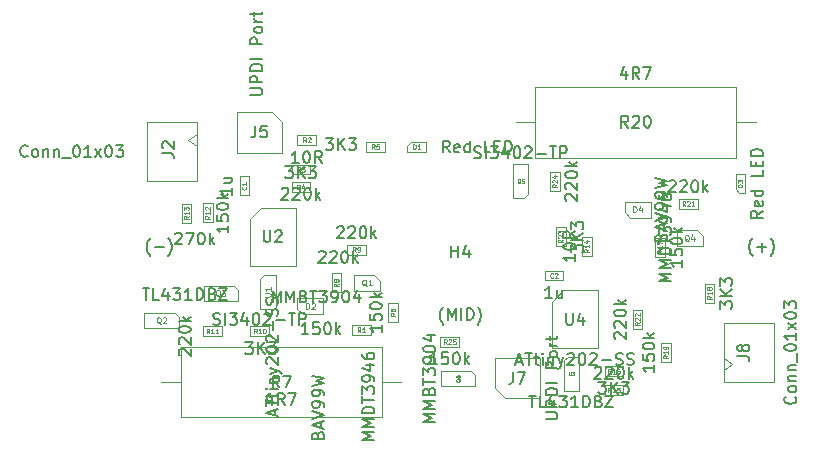
<source format=gbr>
%TF.GenerationSoftware,KiCad,Pcbnew,7.0.6-0*%
%TF.CreationDate,2024-05-28T13:41:11+12:00*%
%TF.ProjectId,BMSladderLeaf,424d536c-6164-4646-9572-4c6561662e6b,rev?*%
%TF.SameCoordinates,Original*%
%TF.FileFunction,AssemblyDrawing,Top*%
%FSLAX46Y46*%
G04 Gerber Fmt 4.6, Leading zero omitted, Abs format (unit mm)*
G04 Created by KiCad (PCBNEW 7.0.6-0) date 2024-05-28 13:41:11*
%MOMM*%
%LPD*%
G01*
G04 APERTURE LIST*
%ADD10C,0.150000*%
%ADD11C,0.060000*%
%ADD12C,0.075000*%
%ADD13C,0.050000*%
%ADD14C,0.100000*%
G04 APERTURE END LIST*
D10*
X23154819Y-107566666D02*
X23154819Y-108138094D01*
X23154819Y-107852380D02*
X22154819Y-107852380D01*
X22154819Y-107852380D02*
X22297676Y-107947618D01*
X22297676Y-107947618D02*
X22392914Y-108042856D01*
X22392914Y-108042856D02*
X22440533Y-108138094D01*
X22488152Y-106709523D02*
X23154819Y-106709523D01*
X22488152Y-107138094D02*
X23011961Y-107138094D01*
X23011961Y-107138094D02*
X23107200Y-107090475D01*
X23107200Y-107090475D02*
X23154819Y-106995237D01*
X23154819Y-106995237D02*
X23154819Y-106852380D01*
X23154819Y-106852380D02*
X23107200Y-106757142D01*
X23107200Y-106757142D02*
X23059580Y-106709523D01*
D11*
X24343832Y-107466666D02*
X24362880Y-107485714D01*
X24362880Y-107485714D02*
X24381927Y-107542856D01*
X24381927Y-107542856D02*
X24381927Y-107580952D01*
X24381927Y-107580952D02*
X24362880Y-107638095D01*
X24362880Y-107638095D02*
X24324784Y-107676190D01*
X24324784Y-107676190D02*
X24286689Y-107695237D01*
X24286689Y-107695237D02*
X24210499Y-107714285D01*
X24210499Y-107714285D02*
X24153356Y-107714285D01*
X24153356Y-107714285D02*
X24077165Y-107695237D01*
X24077165Y-107695237D02*
X24039070Y-107676190D01*
X24039070Y-107676190D02*
X24000975Y-107638095D01*
X24000975Y-107638095D02*
X23981927Y-107580952D01*
X23981927Y-107580952D02*
X23981927Y-107542856D01*
X23981927Y-107542856D02*
X24000975Y-107485714D01*
X24000975Y-107485714D02*
X24020022Y-107466666D01*
X24381927Y-107085714D02*
X24381927Y-107314285D01*
X24381927Y-107199999D02*
X23981927Y-107199999D01*
X23981927Y-107199999D02*
X24039070Y-107238095D01*
X24039070Y-107238095D02*
X24077165Y-107276190D01*
X24077165Y-107276190D02*
X24096213Y-107314285D01*
D10*
X30431009Y-128509523D02*
X30478628Y-128366666D01*
X30478628Y-128366666D02*
X30526247Y-128319047D01*
X30526247Y-128319047D02*
X30621485Y-128271428D01*
X30621485Y-128271428D02*
X30764342Y-128271428D01*
X30764342Y-128271428D02*
X30859580Y-128319047D01*
X30859580Y-128319047D02*
X30907200Y-128366666D01*
X30907200Y-128366666D02*
X30954819Y-128461904D01*
X30954819Y-128461904D02*
X30954819Y-128842856D01*
X30954819Y-128842856D02*
X29954819Y-128842856D01*
X29954819Y-128842856D02*
X29954819Y-128509523D01*
X29954819Y-128509523D02*
X30002438Y-128414285D01*
X30002438Y-128414285D02*
X30050057Y-128366666D01*
X30050057Y-128366666D02*
X30145295Y-128319047D01*
X30145295Y-128319047D02*
X30240533Y-128319047D01*
X30240533Y-128319047D02*
X30335771Y-128366666D01*
X30335771Y-128366666D02*
X30383390Y-128414285D01*
X30383390Y-128414285D02*
X30431009Y-128509523D01*
X30431009Y-128509523D02*
X30431009Y-128842856D01*
X30669104Y-127890475D02*
X30669104Y-127414285D01*
X30954819Y-127985713D02*
X29954819Y-127652380D01*
X29954819Y-127652380D02*
X30954819Y-127319047D01*
X29954819Y-127128570D02*
X30954819Y-126795237D01*
X30954819Y-126795237D02*
X29954819Y-126461904D01*
X30954819Y-126080951D02*
X30954819Y-125890475D01*
X30954819Y-125890475D02*
X30907200Y-125795237D01*
X30907200Y-125795237D02*
X30859580Y-125747618D01*
X30859580Y-125747618D02*
X30716723Y-125652380D01*
X30716723Y-125652380D02*
X30526247Y-125604761D01*
X30526247Y-125604761D02*
X30145295Y-125604761D01*
X30145295Y-125604761D02*
X30050057Y-125652380D01*
X30050057Y-125652380D02*
X30002438Y-125699999D01*
X30002438Y-125699999D02*
X29954819Y-125795237D01*
X29954819Y-125795237D02*
X29954819Y-125985713D01*
X29954819Y-125985713D02*
X30002438Y-126080951D01*
X30002438Y-126080951D02*
X30050057Y-126128570D01*
X30050057Y-126128570D02*
X30145295Y-126176189D01*
X30145295Y-126176189D02*
X30383390Y-126176189D01*
X30383390Y-126176189D02*
X30478628Y-126128570D01*
X30478628Y-126128570D02*
X30526247Y-126080951D01*
X30526247Y-126080951D02*
X30573866Y-125985713D01*
X30573866Y-125985713D02*
X30573866Y-125795237D01*
X30573866Y-125795237D02*
X30526247Y-125699999D01*
X30526247Y-125699999D02*
X30478628Y-125652380D01*
X30478628Y-125652380D02*
X30383390Y-125604761D01*
X30954819Y-125128570D02*
X30954819Y-124938094D01*
X30954819Y-124938094D02*
X30907200Y-124842856D01*
X30907200Y-124842856D02*
X30859580Y-124795237D01*
X30859580Y-124795237D02*
X30716723Y-124699999D01*
X30716723Y-124699999D02*
X30526247Y-124652380D01*
X30526247Y-124652380D02*
X30145295Y-124652380D01*
X30145295Y-124652380D02*
X30050057Y-124699999D01*
X30050057Y-124699999D02*
X30002438Y-124747618D01*
X30002438Y-124747618D02*
X29954819Y-124842856D01*
X29954819Y-124842856D02*
X29954819Y-125033332D01*
X29954819Y-125033332D02*
X30002438Y-125128570D01*
X30002438Y-125128570D02*
X30050057Y-125176189D01*
X30050057Y-125176189D02*
X30145295Y-125223808D01*
X30145295Y-125223808D02*
X30383390Y-125223808D01*
X30383390Y-125223808D02*
X30478628Y-125176189D01*
X30478628Y-125176189D02*
X30526247Y-125128570D01*
X30526247Y-125128570D02*
X30573866Y-125033332D01*
X30573866Y-125033332D02*
X30573866Y-124842856D01*
X30573866Y-124842856D02*
X30526247Y-124747618D01*
X30526247Y-124747618D02*
X30478628Y-124699999D01*
X30478628Y-124699999D02*
X30383390Y-124652380D01*
X29954819Y-124319046D02*
X30954819Y-124080951D01*
X30954819Y-124080951D02*
X30240533Y-123890475D01*
X30240533Y-123890475D02*
X30954819Y-123699999D01*
X30954819Y-123699999D02*
X29954819Y-123461904D01*
D12*
X29430952Y-117827409D02*
X29430952Y-117327409D01*
X29430952Y-117327409D02*
X29550000Y-117327409D01*
X29550000Y-117327409D02*
X29621428Y-117351219D01*
X29621428Y-117351219D02*
X29669047Y-117398838D01*
X29669047Y-117398838D02*
X29692857Y-117446457D01*
X29692857Y-117446457D02*
X29716666Y-117541695D01*
X29716666Y-117541695D02*
X29716666Y-117613123D01*
X29716666Y-117613123D02*
X29692857Y-117708361D01*
X29692857Y-117708361D02*
X29669047Y-117755980D01*
X29669047Y-117755980D02*
X29621428Y-117803600D01*
X29621428Y-117803600D02*
X29550000Y-117827409D01*
X29550000Y-117827409D02*
X29430952Y-117827409D01*
X29907143Y-117375028D02*
X29930952Y-117351219D01*
X29930952Y-117351219D02*
X29978571Y-117327409D01*
X29978571Y-117327409D02*
X30097619Y-117327409D01*
X30097619Y-117327409D02*
X30145238Y-117351219D01*
X30145238Y-117351219D02*
X30169047Y-117375028D01*
X30169047Y-117375028D02*
X30192857Y-117422647D01*
X30192857Y-117422647D02*
X30192857Y-117470266D01*
X30192857Y-117470266D02*
X30169047Y-117541695D01*
X30169047Y-117541695D02*
X29883333Y-117827409D01*
X29883333Y-117827409D02*
X30192857Y-117827409D01*
D10*
X16238095Y-113335771D02*
X16190476Y-113288152D01*
X16190476Y-113288152D02*
X16095238Y-113145295D01*
X16095238Y-113145295D02*
X16047619Y-113050057D01*
X16047619Y-113050057D02*
X16000000Y-112907200D01*
X16000000Y-112907200D02*
X15952381Y-112669104D01*
X15952381Y-112669104D02*
X15952381Y-112478628D01*
X15952381Y-112478628D02*
X16000000Y-112240533D01*
X16000000Y-112240533D02*
X16047619Y-112097676D01*
X16047619Y-112097676D02*
X16095238Y-112002438D01*
X16095238Y-112002438D02*
X16190476Y-111859580D01*
X16190476Y-111859580D02*
X16238095Y-111811961D01*
X16619048Y-112573866D02*
X17380953Y-112573866D01*
X17761905Y-113335771D02*
X17809524Y-113288152D01*
X17809524Y-113288152D02*
X17904762Y-113145295D01*
X17904762Y-113145295D02*
X17952381Y-113050057D01*
X17952381Y-113050057D02*
X18000000Y-112907200D01*
X18000000Y-112907200D02*
X18047619Y-112669104D01*
X18047619Y-112669104D02*
X18047619Y-112478628D01*
X18047619Y-112478628D02*
X18000000Y-112240533D01*
X18000000Y-112240533D02*
X17952381Y-112097676D01*
X17952381Y-112097676D02*
X17904762Y-112002438D01*
X17904762Y-112002438D02*
X17809524Y-111859580D01*
X17809524Y-111859580D02*
X17761905Y-111811961D01*
X35204819Y-128940475D02*
X34204819Y-128940475D01*
X34204819Y-128940475D02*
X34919104Y-128607142D01*
X34919104Y-128607142D02*
X34204819Y-128273809D01*
X34204819Y-128273809D02*
X35204819Y-128273809D01*
X35204819Y-127797618D02*
X34204819Y-127797618D01*
X34204819Y-127797618D02*
X34919104Y-127464285D01*
X34919104Y-127464285D02*
X34204819Y-127130952D01*
X34204819Y-127130952D02*
X35204819Y-127130952D01*
X35204819Y-126654761D02*
X34204819Y-126654761D01*
X34204819Y-126654761D02*
X34204819Y-126416666D01*
X34204819Y-126416666D02*
X34252438Y-126273809D01*
X34252438Y-126273809D02*
X34347676Y-126178571D01*
X34347676Y-126178571D02*
X34442914Y-126130952D01*
X34442914Y-126130952D02*
X34633390Y-126083333D01*
X34633390Y-126083333D02*
X34776247Y-126083333D01*
X34776247Y-126083333D02*
X34966723Y-126130952D01*
X34966723Y-126130952D02*
X35061961Y-126178571D01*
X35061961Y-126178571D02*
X35157200Y-126273809D01*
X35157200Y-126273809D02*
X35204819Y-126416666D01*
X35204819Y-126416666D02*
X35204819Y-126654761D01*
X34204819Y-125797618D02*
X34204819Y-125226190D01*
X35204819Y-125511904D02*
X34204819Y-125511904D01*
X34204819Y-124988094D02*
X34204819Y-124369047D01*
X34204819Y-124369047D02*
X34585771Y-124702380D01*
X34585771Y-124702380D02*
X34585771Y-124559523D01*
X34585771Y-124559523D02*
X34633390Y-124464285D01*
X34633390Y-124464285D02*
X34681009Y-124416666D01*
X34681009Y-124416666D02*
X34776247Y-124369047D01*
X34776247Y-124369047D02*
X35014342Y-124369047D01*
X35014342Y-124369047D02*
X35109580Y-124416666D01*
X35109580Y-124416666D02*
X35157200Y-124464285D01*
X35157200Y-124464285D02*
X35204819Y-124559523D01*
X35204819Y-124559523D02*
X35204819Y-124845237D01*
X35204819Y-124845237D02*
X35157200Y-124940475D01*
X35157200Y-124940475D02*
X35109580Y-124988094D01*
X35204819Y-123892856D02*
X35204819Y-123702380D01*
X35204819Y-123702380D02*
X35157200Y-123607142D01*
X35157200Y-123607142D02*
X35109580Y-123559523D01*
X35109580Y-123559523D02*
X34966723Y-123464285D01*
X34966723Y-123464285D02*
X34776247Y-123416666D01*
X34776247Y-123416666D02*
X34395295Y-123416666D01*
X34395295Y-123416666D02*
X34300057Y-123464285D01*
X34300057Y-123464285D02*
X34252438Y-123511904D01*
X34252438Y-123511904D02*
X34204819Y-123607142D01*
X34204819Y-123607142D02*
X34204819Y-123797618D01*
X34204819Y-123797618D02*
X34252438Y-123892856D01*
X34252438Y-123892856D02*
X34300057Y-123940475D01*
X34300057Y-123940475D02*
X34395295Y-123988094D01*
X34395295Y-123988094D02*
X34633390Y-123988094D01*
X34633390Y-123988094D02*
X34728628Y-123940475D01*
X34728628Y-123940475D02*
X34776247Y-123892856D01*
X34776247Y-123892856D02*
X34823866Y-123797618D01*
X34823866Y-123797618D02*
X34823866Y-123607142D01*
X34823866Y-123607142D02*
X34776247Y-123511904D01*
X34776247Y-123511904D02*
X34728628Y-123464285D01*
X34728628Y-123464285D02*
X34633390Y-123416666D01*
X34538152Y-122559523D02*
X35204819Y-122559523D01*
X34157200Y-122797618D02*
X34871485Y-123035713D01*
X34871485Y-123035713D02*
X34871485Y-122416666D01*
X34204819Y-121607142D02*
X34204819Y-121797618D01*
X34204819Y-121797618D02*
X34252438Y-121892856D01*
X34252438Y-121892856D02*
X34300057Y-121940475D01*
X34300057Y-121940475D02*
X34442914Y-122035713D01*
X34442914Y-122035713D02*
X34633390Y-122083332D01*
X34633390Y-122083332D02*
X35014342Y-122083332D01*
X35014342Y-122083332D02*
X35109580Y-122035713D01*
X35109580Y-122035713D02*
X35157200Y-121988094D01*
X35157200Y-121988094D02*
X35204819Y-121892856D01*
X35204819Y-121892856D02*
X35204819Y-121702380D01*
X35204819Y-121702380D02*
X35157200Y-121607142D01*
X35157200Y-121607142D02*
X35109580Y-121559523D01*
X35109580Y-121559523D02*
X35014342Y-121511904D01*
X35014342Y-121511904D02*
X34776247Y-121511904D01*
X34776247Y-121511904D02*
X34681009Y-121559523D01*
X34681009Y-121559523D02*
X34633390Y-121607142D01*
X34633390Y-121607142D02*
X34585771Y-121702380D01*
X34585771Y-121702380D02*
X34585771Y-121892856D01*
X34585771Y-121892856D02*
X34633390Y-121988094D01*
X34633390Y-121988094D02*
X34681009Y-122035713D01*
X34681009Y-122035713D02*
X34776247Y-122083332D01*
D12*
X34552380Y-115875028D02*
X34504761Y-115851219D01*
X34504761Y-115851219D02*
X34457142Y-115803600D01*
X34457142Y-115803600D02*
X34385714Y-115732171D01*
X34385714Y-115732171D02*
X34338095Y-115708361D01*
X34338095Y-115708361D02*
X34290476Y-115708361D01*
X34314285Y-115827409D02*
X34266666Y-115803600D01*
X34266666Y-115803600D02*
X34219047Y-115755980D01*
X34219047Y-115755980D02*
X34195238Y-115660742D01*
X34195238Y-115660742D02*
X34195238Y-115494076D01*
X34195238Y-115494076D02*
X34219047Y-115398838D01*
X34219047Y-115398838D02*
X34266666Y-115351219D01*
X34266666Y-115351219D02*
X34314285Y-115327409D01*
X34314285Y-115327409D02*
X34409523Y-115327409D01*
X34409523Y-115327409D02*
X34457142Y-115351219D01*
X34457142Y-115351219D02*
X34504761Y-115398838D01*
X34504761Y-115398838D02*
X34528571Y-115494076D01*
X34528571Y-115494076D02*
X34528571Y-115660742D01*
X34528571Y-115660742D02*
X34504761Y-115755980D01*
X34504761Y-115755980D02*
X34457142Y-115803600D01*
X34457142Y-115803600D02*
X34409523Y-115827409D01*
X34409523Y-115827409D02*
X34314285Y-115827409D01*
X35004762Y-115827409D02*
X34719048Y-115827409D01*
X34861905Y-115827409D02*
X34861905Y-115327409D01*
X34861905Y-115327409D02*
X34814286Y-115398838D01*
X34814286Y-115398838D02*
X34766667Y-115446457D01*
X34766667Y-115446457D02*
X34719048Y-115470266D01*
D10*
X21571429Y-119107200D02*
X21714286Y-119154819D01*
X21714286Y-119154819D02*
X21952381Y-119154819D01*
X21952381Y-119154819D02*
X22047619Y-119107200D01*
X22047619Y-119107200D02*
X22095238Y-119059580D01*
X22095238Y-119059580D02*
X22142857Y-118964342D01*
X22142857Y-118964342D02*
X22142857Y-118869104D01*
X22142857Y-118869104D02*
X22095238Y-118773866D01*
X22095238Y-118773866D02*
X22047619Y-118726247D01*
X22047619Y-118726247D02*
X21952381Y-118678628D01*
X21952381Y-118678628D02*
X21761905Y-118631009D01*
X21761905Y-118631009D02*
X21666667Y-118583390D01*
X21666667Y-118583390D02*
X21619048Y-118535771D01*
X21619048Y-118535771D02*
X21571429Y-118440533D01*
X21571429Y-118440533D02*
X21571429Y-118345295D01*
X21571429Y-118345295D02*
X21619048Y-118250057D01*
X21619048Y-118250057D02*
X21666667Y-118202438D01*
X21666667Y-118202438D02*
X21761905Y-118154819D01*
X21761905Y-118154819D02*
X22000000Y-118154819D01*
X22000000Y-118154819D02*
X22142857Y-118202438D01*
X22571429Y-119154819D02*
X22571429Y-118154819D01*
X22952381Y-118154819D02*
X23571428Y-118154819D01*
X23571428Y-118154819D02*
X23238095Y-118535771D01*
X23238095Y-118535771D02*
X23380952Y-118535771D01*
X23380952Y-118535771D02*
X23476190Y-118583390D01*
X23476190Y-118583390D02*
X23523809Y-118631009D01*
X23523809Y-118631009D02*
X23571428Y-118726247D01*
X23571428Y-118726247D02*
X23571428Y-118964342D01*
X23571428Y-118964342D02*
X23523809Y-119059580D01*
X23523809Y-119059580D02*
X23476190Y-119107200D01*
X23476190Y-119107200D02*
X23380952Y-119154819D01*
X23380952Y-119154819D02*
X23095238Y-119154819D01*
X23095238Y-119154819D02*
X23000000Y-119107200D01*
X23000000Y-119107200D02*
X22952381Y-119059580D01*
X24428571Y-118488152D02*
X24428571Y-119154819D01*
X24190476Y-118107200D02*
X23952381Y-118821485D01*
X23952381Y-118821485D02*
X24571428Y-118821485D01*
X25142857Y-118154819D02*
X25238095Y-118154819D01*
X25238095Y-118154819D02*
X25333333Y-118202438D01*
X25333333Y-118202438D02*
X25380952Y-118250057D01*
X25380952Y-118250057D02*
X25428571Y-118345295D01*
X25428571Y-118345295D02*
X25476190Y-118535771D01*
X25476190Y-118535771D02*
X25476190Y-118773866D01*
X25476190Y-118773866D02*
X25428571Y-118964342D01*
X25428571Y-118964342D02*
X25380952Y-119059580D01*
X25380952Y-119059580D02*
X25333333Y-119107200D01*
X25333333Y-119107200D02*
X25238095Y-119154819D01*
X25238095Y-119154819D02*
X25142857Y-119154819D01*
X25142857Y-119154819D02*
X25047619Y-119107200D01*
X25047619Y-119107200D02*
X25000000Y-119059580D01*
X25000000Y-119059580D02*
X24952381Y-118964342D01*
X24952381Y-118964342D02*
X24904762Y-118773866D01*
X24904762Y-118773866D02*
X24904762Y-118535771D01*
X24904762Y-118535771D02*
X24952381Y-118345295D01*
X24952381Y-118345295D02*
X25000000Y-118250057D01*
X25000000Y-118250057D02*
X25047619Y-118202438D01*
X25047619Y-118202438D02*
X25142857Y-118154819D01*
X25857143Y-118250057D02*
X25904762Y-118202438D01*
X25904762Y-118202438D02*
X26000000Y-118154819D01*
X26000000Y-118154819D02*
X26238095Y-118154819D01*
X26238095Y-118154819D02*
X26333333Y-118202438D01*
X26333333Y-118202438D02*
X26380952Y-118250057D01*
X26380952Y-118250057D02*
X26428571Y-118345295D01*
X26428571Y-118345295D02*
X26428571Y-118440533D01*
X26428571Y-118440533D02*
X26380952Y-118583390D01*
X26380952Y-118583390D02*
X25809524Y-119154819D01*
X25809524Y-119154819D02*
X26428571Y-119154819D01*
X26857143Y-118773866D02*
X27619048Y-118773866D01*
X27952381Y-118154819D02*
X28523809Y-118154819D01*
X28238095Y-119154819D02*
X28238095Y-118154819D01*
X28857143Y-119154819D02*
X28857143Y-118154819D01*
X28857143Y-118154819D02*
X29238095Y-118154819D01*
X29238095Y-118154819D02*
X29333333Y-118202438D01*
X29333333Y-118202438D02*
X29380952Y-118250057D01*
X29380952Y-118250057D02*
X29428571Y-118345295D01*
X29428571Y-118345295D02*
X29428571Y-118488152D01*
X29428571Y-118488152D02*
X29380952Y-118583390D01*
X29380952Y-118583390D02*
X29333333Y-118631009D01*
X29333333Y-118631009D02*
X29238095Y-118678628D01*
X29238095Y-118678628D02*
X28857143Y-118678628D01*
D12*
X17152380Y-119075028D02*
X17104761Y-119051219D01*
X17104761Y-119051219D02*
X17057142Y-119003600D01*
X17057142Y-119003600D02*
X16985714Y-118932171D01*
X16985714Y-118932171D02*
X16938095Y-118908361D01*
X16938095Y-118908361D02*
X16890476Y-118908361D01*
X16914285Y-119027409D02*
X16866666Y-119003600D01*
X16866666Y-119003600D02*
X16819047Y-118955980D01*
X16819047Y-118955980D02*
X16795238Y-118860742D01*
X16795238Y-118860742D02*
X16795238Y-118694076D01*
X16795238Y-118694076D02*
X16819047Y-118598838D01*
X16819047Y-118598838D02*
X16866666Y-118551219D01*
X16866666Y-118551219D02*
X16914285Y-118527409D01*
X16914285Y-118527409D02*
X17009523Y-118527409D01*
X17009523Y-118527409D02*
X17057142Y-118551219D01*
X17057142Y-118551219D02*
X17104761Y-118598838D01*
X17104761Y-118598838D02*
X17128571Y-118694076D01*
X17128571Y-118694076D02*
X17128571Y-118860742D01*
X17128571Y-118860742D02*
X17104761Y-118955980D01*
X17104761Y-118955980D02*
X17057142Y-119003600D01*
X17057142Y-119003600D02*
X17009523Y-119027409D01*
X17009523Y-119027409D02*
X16914285Y-119027409D01*
X17319048Y-118575028D02*
X17342857Y-118551219D01*
X17342857Y-118551219D02*
X17390476Y-118527409D01*
X17390476Y-118527409D02*
X17509524Y-118527409D01*
X17509524Y-118527409D02*
X17557143Y-118551219D01*
X17557143Y-118551219D02*
X17580952Y-118575028D01*
X17580952Y-118575028D02*
X17604762Y-118622647D01*
X17604762Y-118622647D02*
X17604762Y-118670266D01*
X17604762Y-118670266D02*
X17580952Y-118741695D01*
X17580952Y-118741695D02*
X17295238Y-119027409D01*
X17295238Y-119027409D02*
X17604762Y-119027409D01*
D10*
X29628571Y-119954819D02*
X29057143Y-119954819D01*
X29342857Y-119954819D02*
X29342857Y-118954819D01*
X29342857Y-118954819D02*
X29247619Y-119097676D01*
X29247619Y-119097676D02*
X29152381Y-119192914D01*
X29152381Y-119192914D02*
X29057143Y-119240533D01*
X30533333Y-118954819D02*
X30057143Y-118954819D01*
X30057143Y-118954819D02*
X30009524Y-119431009D01*
X30009524Y-119431009D02*
X30057143Y-119383390D01*
X30057143Y-119383390D02*
X30152381Y-119335771D01*
X30152381Y-119335771D02*
X30390476Y-119335771D01*
X30390476Y-119335771D02*
X30485714Y-119383390D01*
X30485714Y-119383390D02*
X30533333Y-119431009D01*
X30533333Y-119431009D02*
X30580952Y-119526247D01*
X30580952Y-119526247D02*
X30580952Y-119764342D01*
X30580952Y-119764342D02*
X30533333Y-119859580D01*
X30533333Y-119859580D02*
X30485714Y-119907200D01*
X30485714Y-119907200D02*
X30390476Y-119954819D01*
X30390476Y-119954819D02*
X30152381Y-119954819D01*
X30152381Y-119954819D02*
X30057143Y-119907200D01*
X30057143Y-119907200D02*
X30009524Y-119859580D01*
X31200000Y-118954819D02*
X31295238Y-118954819D01*
X31295238Y-118954819D02*
X31390476Y-119002438D01*
X31390476Y-119002438D02*
X31438095Y-119050057D01*
X31438095Y-119050057D02*
X31485714Y-119145295D01*
X31485714Y-119145295D02*
X31533333Y-119335771D01*
X31533333Y-119335771D02*
X31533333Y-119573866D01*
X31533333Y-119573866D02*
X31485714Y-119764342D01*
X31485714Y-119764342D02*
X31438095Y-119859580D01*
X31438095Y-119859580D02*
X31390476Y-119907200D01*
X31390476Y-119907200D02*
X31295238Y-119954819D01*
X31295238Y-119954819D02*
X31200000Y-119954819D01*
X31200000Y-119954819D02*
X31104762Y-119907200D01*
X31104762Y-119907200D02*
X31057143Y-119859580D01*
X31057143Y-119859580D02*
X31009524Y-119764342D01*
X31009524Y-119764342D02*
X30961905Y-119573866D01*
X30961905Y-119573866D02*
X30961905Y-119335771D01*
X30961905Y-119335771D02*
X31009524Y-119145295D01*
X31009524Y-119145295D02*
X31057143Y-119050057D01*
X31057143Y-119050057D02*
X31104762Y-119002438D01*
X31104762Y-119002438D02*
X31200000Y-118954819D01*
X31961905Y-119954819D02*
X31961905Y-118954819D01*
X32057143Y-119573866D02*
X32342857Y-119954819D01*
X32342857Y-119288152D02*
X31961905Y-119669104D01*
D11*
X34033333Y-119781927D02*
X33900000Y-119591451D01*
X33804762Y-119781927D02*
X33804762Y-119381927D01*
X33804762Y-119381927D02*
X33957143Y-119381927D01*
X33957143Y-119381927D02*
X33995238Y-119400975D01*
X33995238Y-119400975D02*
X34014285Y-119420022D01*
X34014285Y-119420022D02*
X34033333Y-119458118D01*
X34033333Y-119458118D02*
X34033333Y-119515260D01*
X34033333Y-119515260D02*
X34014285Y-119553356D01*
X34014285Y-119553356D02*
X33995238Y-119572403D01*
X33995238Y-119572403D02*
X33957143Y-119591451D01*
X33957143Y-119591451D02*
X33804762Y-119591451D01*
X34414285Y-119781927D02*
X34185714Y-119781927D01*
X34300000Y-119781927D02*
X34300000Y-119381927D01*
X34300000Y-119381927D02*
X34261904Y-119439070D01*
X34261904Y-119439070D02*
X34223809Y-119477165D01*
X34223809Y-119477165D02*
X34185714Y-119496213D01*
D10*
X28809523Y-105454819D02*
X28238095Y-105454819D01*
X28523809Y-105454819D02*
X28523809Y-104454819D01*
X28523809Y-104454819D02*
X28428571Y-104597676D01*
X28428571Y-104597676D02*
X28333333Y-104692914D01*
X28333333Y-104692914D02*
X28238095Y-104740533D01*
X29428571Y-104454819D02*
X29523809Y-104454819D01*
X29523809Y-104454819D02*
X29619047Y-104502438D01*
X29619047Y-104502438D02*
X29666666Y-104550057D01*
X29666666Y-104550057D02*
X29714285Y-104645295D01*
X29714285Y-104645295D02*
X29761904Y-104835771D01*
X29761904Y-104835771D02*
X29761904Y-105073866D01*
X29761904Y-105073866D02*
X29714285Y-105264342D01*
X29714285Y-105264342D02*
X29666666Y-105359580D01*
X29666666Y-105359580D02*
X29619047Y-105407200D01*
X29619047Y-105407200D02*
X29523809Y-105454819D01*
X29523809Y-105454819D02*
X29428571Y-105454819D01*
X29428571Y-105454819D02*
X29333333Y-105407200D01*
X29333333Y-105407200D02*
X29285714Y-105359580D01*
X29285714Y-105359580D02*
X29238095Y-105264342D01*
X29238095Y-105264342D02*
X29190476Y-105073866D01*
X29190476Y-105073866D02*
X29190476Y-104835771D01*
X29190476Y-104835771D02*
X29238095Y-104645295D01*
X29238095Y-104645295D02*
X29285714Y-104550057D01*
X29285714Y-104550057D02*
X29333333Y-104502438D01*
X29333333Y-104502438D02*
X29428571Y-104454819D01*
X30761904Y-105454819D02*
X30428571Y-104978628D01*
X30190476Y-105454819D02*
X30190476Y-104454819D01*
X30190476Y-104454819D02*
X30571428Y-104454819D01*
X30571428Y-104454819D02*
X30666666Y-104502438D01*
X30666666Y-104502438D02*
X30714285Y-104550057D01*
X30714285Y-104550057D02*
X30761904Y-104645295D01*
X30761904Y-104645295D02*
X30761904Y-104788152D01*
X30761904Y-104788152D02*
X30714285Y-104883390D01*
X30714285Y-104883390D02*
X30666666Y-104931009D01*
X30666666Y-104931009D02*
X30571428Y-104978628D01*
X30571428Y-104978628D02*
X30190476Y-104978628D01*
D11*
X29433333Y-103681927D02*
X29300000Y-103491451D01*
X29204762Y-103681927D02*
X29204762Y-103281927D01*
X29204762Y-103281927D02*
X29357143Y-103281927D01*
X29357143Y-103281927D02*
X29395238Y-103300975D01*
X29395238Y-103300975D02*
X29414285Y-103320022D01*
X29414285Y-103320022D02*
X29433333Y-103358118D01*
X29433333Y-103358118D02*
X29433333Y-103415260D01*
X29433333Y-103415260D02*
X29414285Y-103453356D01*
X29414285Y-103453356D02*
X29395238Y-103472403D01*
X29395238Y-103472403D02*
X29357143Y-103491451D01*
X29357143Y-103491451D02*
X29204762Y-103491451D01*
X29585714Y-103320022D02*
X29604762Y-103300975D01*
X29604762Y-103300975D02*
X29642857Y-103281927D01*
X29642857Y-103281927D02*
X29738095Y-103281927D01*
X29738095Y-103281927D02*
X29776190Y-103300975D01*
X29776190Y-103300975D02*
X29795238Y-103320022D01*
X29795238Y-103320022D02*
X29814285Y-103358118D01*
X29814285Y-103358118D02*
X29814285Y-103396213D01*
X29814285Y-103396213D02*
X29795238Y-103453356D01*
X29795238Y-103453356D02*
X29566666Y-103681927D01*
X29566666Y-103681927D02*
X29814285Y-103681927D01*
D10*
X27690476Y-105754819D02*
X28309523Y-105754819D01*
X28309523Y-105754819D02*
X27976190Y-106135771D01*
X27976190Y-106135771D02*
X28119047Y-106135771D01*
X28119047Y-106135771D02*
X28214285Y-106183390D01*
X28214285Y-106183390D02*
X28261904Y-106231009D01*
X28261904Y-106231009D02*
X28309523Y-106326247D01*
X28309523Y-106326247D02*
X28309523Y-106564342D01*
X28309523Y-106564342D02*
X28261904Y-106659580D01*
X28261904Y-106659580D02*
X28214285Y-106707200D01*
X28214285Y-106707200D02*
X28119047Y-106754819D01*
X28119047Y-106754819D02*
X27833333Y-106754819D01*
X27833333Y-106754819D02*
X27738095Y-106707200D01*
X27738095Y-106707200D02*
X27690476Y-106659580D01*
X28738095Y-106754819D02*
X28738095Y-105754819D01*
X29309523Y-106754819D02*
X28880952Y-106183390D01*
X29309523Y-105754819D02*
X28738095Y-106326247D01*
X29642857Y-105754819D02*
X30261904Y-105754819D01*
X30261904Y-105754819D02*
X29928571Y-106135771D01*
X29928571Y-106135771D02*
X30071428Y-106135771D01*
X30071428Y-106135771D02*
X30166666Y-106183390D01*
X30166666Y-106183390D02*
X30214285Y-106231009D01*
X30214285Y-106231009D02*
X30261904Y-106326247D01*
X30261904Y-106326247D02*
X30261904Y-106564342D01*
X30261904Y-106564342D02*
X30214285Y-106659580D01*
X30214285Y-106659580D02*
X30166666Y-106707200D01*
X30166666Y-106707200D02*
X30071428Y-106754819D01*
X30071428Y-106754819D02*
X29785714Y-106754819D01*
X29785714Y-106754819D02*
X29690476Y-106707200D01*
X29690476Y-106707200D02*
X29642857Y-106659580D01*
D11*
X28933333Y-107681927D02*
X28800000Y-107491451D01*
X28704762Y-107681927D02*
X28704762Y-107281927D01*
X28704762Y-107281927D02*
X28857143Y-107281927D01*
X28857143Y-107281927D02*
X28895238Y-107300975D01*
X28895238Y-107300975D02*
X28914285Y-107320022D01*
X28914285Y-107320022D02*
X28933333Y-107358118D01*
X28933333Y-107358118D02*
X28933333Y-107415260D01*
X28933333Y-107415260D02*
X28914285Y-107453356D01*
X28914285Y-107453356D02*
X28895238Y-107472403D01*
X28895238Y-107472403D02*
X28857143Y-107491451D01*
X28857143Y-107491451D02*
X28704762Y-107491451D01*
X29276190Y-107415260D02*
X29276190Y-107681927D01*
X29180952Y-107262880D02*
X29085714Y-107548594D01*
X29085714Y-107548594D02*
X29333333Y-107548594D01*
D10*
X30507143Y-113000057D02*
X30554762Y-112952438D01*
X30554762Y-112952438D02*
X30650000Y-112904819D01*
X30650000Y-112904819D02*
X30888095Y-112904819D01*
X30888095Y-112904819D02*
X30983333Y-112952438D01*
X30983333Y-112952438D02*
X31030952Y-113000057D01*
X31030952Y-113000057D02*
X31078571Y-113095295D01*
X31078571Y-113095295D02*
X31078571Y-113190533D01*
X31078571Y-113190533D02*
X31030952Y-113333390D01*
X31030952Y-113333390D02*
X30459524Y-113904819D01*
X30459524Y-113904819D02*
X31078571Y-113904819D01*
X31459524Y-113000057D02*
X31507143Y-112952438D01*
X31507143Y-112952438D02*
X31602381Y-112904819D01*
X31602381Y-112904819D02*
X31840476Y-112904819D01*
X31840476Y-112904819D02*
X31935714Y-112952438D01*
X31935714Y-112952438D02*
X31983333Y-113000057D01*
X31983333Y-113000057D02*
X32030952Y-113095295D01*
X32030952Y-113095295D02*
X32030952Y-113190533D01*
X32030952Y-113190533D02*
X31983333Y-113333390D01*
X31983333Y-113333390D02*
X31411905Y-113904819D01*
X31411905Y-113904819D02*
X32030952Y-113904819D01*
X32650000Y-112904819D02*
X32745238Y-112904819D01*
X32745238Y-112904819D02*
X32840476Y-112952438D01*
X32840476Y-112952438D02*
X32888095Y-113000057D01*
X32888095Y-113000057D02*
X32935714Y-113095295D01*
X32935714Y-113095295D02*
X32983333Y-113285771D01*
X32983333Y-113285771D02*
X32983333Y-113523866D01*
X32983333Y-113523866D02*
X32935714Y-113714342D01*
X32935714Y-113714342D02*
X32888095Y-113809580D01*
X32888095Y-113809580D02*
X32840476Y-113857200D01*
X32840476Y-113857200D02*
X32745238Y-113904819D01*
X32745238Y-113904819D02*
X32650000Y-113904819D01*
X32650000Y-113904819D02*
X32554762Y-113857200D01*
X32554762Y-113857200D02*
X32507143Y-113809580D01*
X32507143Y-113809580D02*
X32459524Y-113714342D01*
X32459524Y-113714342D02*
X32411905Y-113523866D01*
X32411905Y-113523866D02*
X32411905Y-113285771D01*
X32411905Y-113285771D02*
X32459524Y-113095295D01*
X32459524Y-113095295D02*
X32507143Y-113000057D01*
X32507143Y-113000057D02*
X32554762Y-112952438D01*
X32554762Y-112952438D02*
X32650000Y-112904819D01*
X33411905Y-113904819D02*
X33411905Y-112904819D01*
X33507143Y-113523866D02*
X33792857Y-113904819D01*
X33792857Y-113238152D02*
X33411905Y-113619104D01*
D11*
X32181927Y-115666666D02*
X31991451Y-115799999D01*
X32181927Y-115895237D02*
X31781927Y-115895237D01*
X31781927Y-115895237D02*
X31781927Y-115742856D01*
X31781927Y-115742856D02*
X31800975Y-115704761D01*
X31800975Y-115704761D02*
X31820022Y-115685714D01*
X31820022Y-115685714D02*
X31858118Y-115666666D01*
X31858118Y-115666666D02*
X31915260Y-115666666D01*
X31915260Y-115666666D02*
X31953356Y-115685714D01*
X31953356Y-115685714D02*
X31972403Y-115704761D01*
X31972403Y-115704761D02*
X31991451Y-115742856D01*
X31991451Y-115742856D02*
X31991451Y-115895237D01*
X31953356Y-115438095D02*
X31934308Y-115476190D01*
X31934308Y-115476190D02*
X31915260Y-115495237D01*
X31915260Y-115495237D02*
X31877165Y-115514285D01*
X31877165Y-115514285D02*
X31858118Y-115514285D01*
X31858118Y-115514285D02*
X31820022Y-115495237D01*
X31820022Y-115495237D02*
X31800975Y-115476190D01*
X31800975Y-115476190D02*
X31781927Y-115438095D01*
X31781927Y-115438095D02*
X31781927Y-115361904D01*
X31781927Y-115361904D02*
X31800975Y-115323809D01*
X31800975Y-115323809D02*
X31820022Y-115304761D01*
X31820022Y-115304761D02*
X31858118Y-115285714D01*
X31858118Y-115285714D02*
X31877165Y-115285714D01*
X31877165Y-115285714D02*
X31915260Y-115304761D01*
X31915260Y-115304761D02*
X31934308Y-115323809D01*
X31934308Y-115323809D02*
X31953356Y-115361904D01*
X31953356Y-115361904D02*
X31953356Y-115438095D01*
X31953356Y-115438095D02*
X31972403Y-115476190D01*
X31972403Y-115476190D02*
X31991451Y-115495237D01*
X31991451Y-115495237D02*
X32029546Y-115514285D01*
X32029546Y-115514285D02*
X32105737Y-115514285D01*
X32105737Y-115514285D02*
X32143832Y-115495237D01*
X32143832Y-115495237D02*
X32162880Y-115476190D01*
X32162880Y-115476190D02*
X32181927Y-115438095D01*
X32181927Y-115438095D02*
X32181927Y-115361904D01*
X32181927Y-115361904D02*
X32162880Y-115323809D01*
X32162880Y-115323809D02*
X32143832Y-115304761D01*
X32143832Y-115304761D02*
X32105737Y-115285714D01*
X32105737Y-115285714D02*
X32029546Y-115285714D01*
X32029546Y-115285714D02*
X31991451Y-115304761D01*
X31991451Y-115304761D02*
X31972403Y-115323809D01*
X31972403Y-115323809D02*
X31953356Y-115361904D01*
D10*
X32057143Y-110920057D02*
X32104762Y-110872438D01*
X32104762Y-110872438D02*
X32200000Y-110824819D01*
X32200000Y-110824819D02*
X32438095Y-110824819D01*
X32438095Y-110824819D02*
X32533333Y-110872438D01*
X32533333Y-110872438D02*
X32580952Y-110920057D01*
X32580952Y-110920057D02*
X32628571Y-111015295D01*
X32628571Y-111015295D02*
X32628571Y-111110533D01*
X32628571Y-111110533D02*
X32580952Y-111253390D01*
X32580952Y-111253390D02*
X32009524Y-111824819D01*
X32009524Y-111824819D02*
X32628571Y-111824819D01*
X33009524Y-110920057D02*
X33057143Y-110872438D01*
X33057143Y-110872438D02*
X33152381Y-110824819D01*
X33152381Y-110824819D02*
X33390476Y-110824819D01*
X33390476Y-110824819D02*
X33485714Y-110872438D01*
X33485714Y-110872438D02*
X33533333Y-110920057D01*
X33533333Y-110920057D02*
X33580952Y-111015295D01*
X33580952Y-111015295D02*
X33580952Y-111110533D01*
X33580952Y-111110533D02*
X33533333Y-111253390D01*
X33533333Y-111253390D02*
X32961905Y-111824819D01*
X32961905Y-111824819D02*
X33580952Y-111824819D01*
X34200000Y-110824819D02*
X34295238Y-110824819D01*
X34295238Y-110824819D02*
X34390476Y-110872438D01*
X34390476Y-110872438D02*
X34438095Y-110920057D01*
X34438095Y-110920057D02*
X34485714Y-111015295D01*
X34485714Y-111015295D02*
X34533333Y-111205771D01*
X34533333Y-111205771D02*
X34533333Y-111443866D01*
X34533333Y-111443866D02*
X34485714Y-111634342D01*
X34485714Y-111634342D02*
X34438095Y-111729580D01*
X34438095Y-111729580D02*
X34390476Y-111777200D01*
X34390476Y-111777200D02*
X34295238Y-111824819D01*
X34295238Y-111824819D02*
X34200000Y-111824819D01*
X34200000Y-111824819D02*
X34104762Y-111777200D01*
X34104762Y-111777200D02*
X34057143Y-111729580D01*
X34057143Y-111729580D02*
X34009524Y-111634342D01*
X34009524Y-111634342D02*
X33961905Y-111443866D01*
X33961905Y-111443866D02*
X33961905Y-111205771D01*
X33961905Y-111205771D02*
X34009524Y-111015295D01*
X34009524Y-111015295D02*
X34057143Y-110920057D01*
X34057143Y-110920057D02*
X34104762Y-110872438D01*
X34104762Y-110872438D02*
X34200000Y-110824819D01*
X34961905Y-111824819D02*
X34961905Y-110824819D01*
X35057143Y-111443866D02*
X35342857Y-111824819D01*
X35342857Y-111158152D02*
X34961905Y-111539104D01*
D11*
X33633333Y-112981927D02*
X33500000Y-112791451D01*
X33404762Y-112981927D02*
X33404762Y-112581927D01*
X33404762Y-112581927D02*
X33557143Y-112581927D01*
X33557143Y-112581927D02*
X33595238Y-112600975D01*
X33595238Y-112600975D02*
X33614285Y-112620022D01*
X33614285Y-112620022D02*
X33633333Y-112658118D01*
X33633333Y-112658118D02*
X33633333Y-112715260D01*
X33633333Y-112715260D02*
X33614285Y-112753356D01*
X33614285Y-112753356D02*
X33595238Y-112772403D01*
X33595238Y-112772403D02*
X33557143Y-112791451D01*
X33557143Y-112791451D02*
X33404762Y-112791451D01*
X33823809Y-112981927D02*
X33900000Y-112981927D01*
X33900000Y-112981927D02*
X33938095Y-112962880D01*
X33938095Y-112962880D02*
X33957143Y-112943832D01*
X33957143Y-112943832D02*
X33995238Y-112886689D01*
X33995238Y-112886689D02*
X34014285Y-112810499D01*
X34014285Y-112810499D02*
X34014285Y-112658118D01*
X34014285Y-112658118D02*
X33995238Y-112620022D01*
X33995238Y-112620022D02*
X33976190Y-112600975D01*
X33976190Y-112600975D02*
X33938095Y-112581927D01*
X33938095Y-112581927D02*
X33861904Y-112581927D01*
X33861904Y-112581927D02*
X33823809Y-112600975D01*
X33823809Y-112600975D02*
X33804762Y-112620022D01*
X33804762Y-112620022D02*
X33785714Y-112658118D01*
X33785714Y-112658118D02*
X33785714Y-112753356D01*
X33785714Y-112753356D02*
X33804762Y-112791451D01*
X33804762Y-112791451D02*
X33823809Y-112810499D01*
X33823809Y-112810499D02*
X33861904Y-112829546D01*
X33861904Y-112829546D02*
X33938095Y-112829546D01*
X33938095Y-112829546D02*
X33976190Y-112810499D01*
X33976190Y-112810499D02*
X33995238Y-112791451D01*
X33995238Y-112791451D02*
X34014285Y-112753356D01*
D10*
X24302976Y-120654819D02*
X24922023Y-120654819D01*
X24922023Y-120654819D02*
X24588690Y-121035771D01*
X24588690Y-121035771D02*
X24731547Y-121035771D01*
X24731547Y-121035771D02*
X24826785Y-121083390D01*
X24826785Y-121083390D02*
X24874404Y-121131009D01*
X24874404Y-121131009D02*
X24922023Y-121226247D01*
X24922023Y-121226247D02*
X24922023Y-121464342D01*
X24922023Y-121464342D02*
X24874404Y-121559580D01*
X24874404Y-121559580D02*
X24826785Y-121607200D01*
X24826785Y-121607200D02*
X24731547Y-121654819D01*
X24731547Y-121654819D02*
X24445833Y-121654819D01*
X24445833Y-121654819D02*
X24350595Y-121607200D01*
X24350595Y-121607200D02*
X24302976Y-121559580D01*
X25350595Y-121654819D02*
X25350595Y-120654819D01*
X25922023Y-121654819D02*
X25493452Y-121083390D01*
X25922023Y-120654819D02*
X25350595Y-121226247D01*
X26255357Y-120654819D02*
X26874404Y-120654819D01*
X26874404Y-120654819D02*
X26541071Y-121035771D01*
X26541071Y-121035771D02*
X26683928Y-121035771D01*
X26683928Y-121035771D02*
X26779166Y-121083390D01*
X26779166Y-121083390D02*
X26826785Y-121131009D01*
X26826785Y-121131009D02*
X26874404Y-121226247D01*
X26874404Y-121226247D02*
X26874404Y-121464342D01*
X26874404Y-121464342D02*
X26826785Y-121559580D01*
X26826785Y-121559580D02*
X26779166Y-121607200D01*
X26779166Y-121607200D02*
X26683928Y-121654819D01*
X26683928Y-121654819D02*
X26398214Y-121654819D01*
X26398214Y-121654819D02*
X26302976Y-121607200D01*
X26302976Y-121607200D02*
X26255357Y-121559580D01*
D11*
X25255357Y-119881927D02*
X25122024Y-119691451D01*
X25026786Y-119881927D02*
X25026786Y-119481927D01*
X25026786Y-119481927D02*
X25179167Y-119481927D01*
X25179167Y-119481927D02*
X25217262Y-119500975D01*
X25217262Y-119500975D02*
X25236309Y-119520022D01*
X25236309Y-119520022D02*
X25255357Y-119558118D01*
X25255357Y-119558118D02*
X25255357Y-119615260D01*
X25255357Y-119615260D02*
X25236309Y-119653356D01*
X25236309Y-119653356D02*
X25217262Y-119672403D01*
X25217262Y-119672403D02*
X25179167Y-119691451D01*
X25179167Y-119691451D02*
X25026786Y-119691451D01*
X25636309Y-119881927D02*
X25407738Y-119881927D01*
X25522024Y-119881927D02*
X25522024Y-119481927D01*
X25522024Y-119481927D02*
X25483928Y-119539070D01*
X25483928Y-119539070D02*
X25445833Y-119577165D01*
X25445833Y-119577165D02*
X25407738Y-119596213D01*
X25883928Y-119481927D02*
X25922023Y-119481927D01*
X25922023Y-119481927D02*
X25960119Y-119500975D01*
X25960119Y-119500975D02*
X25979166Y-119520022D01*
X25979166Y-119520022D02*
X25998214Y-119558118D01*
X25998214Y-119558118D02*
X26017261Y-119634308D01*
X26017261Y-119634308D02*
X26017261Y-119729546D01*
X26017261Y-119729546D02*
X25998214Y-119805737D01*
X25998214Y-119805737D02*
X25979166Y-119843832D01*
X25979166Y-119843832D02*
X25960119Y-119862880D01*
X25960119Y-119862880D02*
X25922023Y-119881927D01*
X25922023Y-119881927D02*
X25883928Y-119881927D01*
X25883928Y-119881927D02*
X25845833Y-119862880D01*
X25845833Y-119862880D02*
X25826785Y-119843832D01*
X25826785Y-119843832D02*
X25807738Y-119805737D01*
X25807738Y-119805737D02*
X25788690Y-119729546D01*
X25788690Y-119729546D02*
X25788690Y-119634308D01*
X25788690Y-119634308D02*
X25807738Y-119558118D01*
X25807738Y-119558118D02*
X25826785Y-119520022D01*
X25826785Y-119520022D02*
X25845833Y-119500975D01*
X25845833Y-119500975D02*
X25883928Y-119481927D01*
D10*
X18750057Y-121742856D02*
X18702438Y-121695237D01*
X18702438Y-121695237D02*
X18654819Y-121599999D01*
X18654819Y-121599999D02*
X18654819Y-121361904D01*
X18654819Y-121361904D02*
X18702438Y-121266666D01*
X18702438Y-121266666D02*
X18750057Y-121219047D01*
X18750057Y-121219047D02*
X18845295Y-121171428D01*
X18845295Y-121171428D02*
X18940533Y-121171428D01*
X18940533Y-121171428D02*
X19083390Y-121219047D01*
X19083390Y-121219047D02*
X19654819Y-121790475D01*
X19654819Y-121790475D02*
X19654819Y-121171428D01*
X18750057Y-120790475D02*
X18702438Y-120742856D01*
X18702438Y-120742856D02*
X18654819Y-120647618D01*
X18654819Y-120647618D02*
X18654819Y-120409523D01*
X18654819Y-120409523D02*
X18702438Y-120314285D01*
X18702438Y-120314285D02*
X18750057Y-120266666D01*
X18750057Y-120266666D02*
X18845295Y-120219047D01*
X18845295Y-120219047D02*
X18940533Y-120219047D01*
X18940533Y-120219047D02*
X19083390Y-120266666D01*
X19083390Y-120266666D02*
X19654819Y-120838094D01*
X19654819Y-120838094D02*
X19654819Y-120219047D01*
X18654819Y-119599999D02*
X18654819Y-119504761D01*
X18654819Y-119504761D02*
X18702438Y-119409523D01*
X18702438Y-119409523D02*
X18750057Y-119361904D01*
X18750057Y-119361904D02*
X18845295Y-119314285D01*
X18845295Y-119314285D02*
X19035771Y-119266666D01*
X19035771Y-119266666D02*
X19273866Y-119266666D01*
X19273866Y-119266666D02*
X19464342Y-119314285D01*
X19464342Y-119314285D02*
X19559580Y-119361904D01*
X19559580Y-119361904D02*
X19607200Y-119409523D01*
X19607200Y-119409523D02*
X19654819Y-119504761D01*
X19654819Y-119504761D02*
X19654819Y-119599999D01*
X19654819Y-119599999D02*
X19607200Y-119695237D01*
X19607200Y-119695237D02*
X19559580Y-119742856D01*
X19559580Y-119742856D02*
X19464342Y-119790475D01*
X19464342Y-119790475D02*
X19273866Y-119838094D01*
X19273866Y-119838094D02*
X19035771Y-119838094D01*
X19035771Y-119838094D02*
X18845295Y-119790475D01*
X18845295Y-119790475D02*
X18750057Y-119742856D01*
X18750057Y-119742856D02*
X18702438Y-119695237D01*
X18702438Y-119695237D02*
X18654819Y-119599999D01*
X19654819Y-118838094D02*
X18654819Y-118838094D01*
X19273866Y-118742856D02*
X19654819Y-118457142D01*
X18988152Y-118457142D02*
X19369104Y-118838094D01*
D11*
X21242857Y-119881927D02*
X21109524Y-119691451D01*
X21014286Y-119881927D02*
X21014286Y-119481927D01*
X21014286Y-119481927D02*
X21166667Y-119481927D01*
X21166667Y-119481927D02*
X21204762Y-119500975D01*
X21204762Y-119500975D02*
X21223809Y-119520022D01*
X21223809Y-119520022D02*
X21242857Y-119558118D01*
X21242857Y-119558118D02*
X21242857Y-119615260D01*
X21242857Y-119615260D02*
X21223809Y-119653356D01*
X21223809Y-119653356D02*
X21204762Y-119672403D01*
X21204762Y-119672403D02*
X21166667Y-119691451D01*
X21166667Y-119691451D02*
X21014286Y-119691451D01*
X21623809Y-119881927D02*
X21395238Y-119881927D01*
X21509524Y-119881927D02*
X21509524Y-119481927D01*
X21509524Y-119481927D02*
X21471428Y-119539070D01*
X21471428Y-119539070D02*
X21433333Y-119577165D01*
X21433333Y-119577165D02*
X21395238Y-119596213D01*
X22004761Y-119881927D02*
X21776190Y-119881927D01*
X21890476Y-119881927D02*
X21890476Y-119481927D01*
X21890476Y-119481927D02*
X21852380Y-119539070D01*
X21852380Y-119539070D02*
X21814285Y-119577165D01*
X21814285Y-119577165D02*
X21776190Y-119596213D01*
D10*
X26769104Y-126826190D02*
X26769104Y-126350000D01*
X27054819Y-126921428D02*
X26054819Y-126588095D01*
X26054819Y-126588095D02*
X27054819Y-126254762D01*
X26054819Y-126064285D02*
X26054819Y-125492857D01*
X27054819Y-125778571D02*
X26054819Y-125778571D01*
X26388152Y-125302380D02*
X26388152Y-124921428D01*
X26054819Y-125159523D02*
X26911961Y-125159523D01*
X26911961Y-125159523D02*
X27007200Y-125111904D01*
X27007200Y-125111904D02*
X27054819Y-125016666D01*
X27054819Y-125016666D02*
X27054819Y-124921428D01*
X27054819Y-124588094D02*
X26388152Y-124588094D01*
X26054819Y-124588094D02*
X26102438Y-124635713D01*
X26102438Y-124635713D02*
X26150057Y-124588094D01*
X26150057Y-124588094D02*
X26102438Y-124540475D01*
X26102438Y-124540475D02*
X26054819Y-124588094D01*
X26054819Y-124588094D02*
X26150057Y-124588094D01*
X26388152Y-124111904D02*
X27054819Y-124111904D01*
X26483390Y-124111904D02*
X26435771Y-124064285D01*
X26435771Y-124064285D02*
X26388152Y-123969047D01*
X26388152Y-123969047D02*
X26388152Y-123826190D01*
X26388152Y-123826190D02*
X26435771Y-123730952D01*
X26435771Y-123730952D02*
X26531009Y-123683333D01*
X26531009Y-123683333D02*
X27054819Y-123683333D01*
X26388152Y-123302380D02*
X27054819Y-123064285D01*
X26388152Y-122826190D02*
X27054819Y-123064285D01*
X27054819Y-123064285D02*
X27292914Y-123159523D01*
X27292914Y-123159523D02*
X27340533Y-123207142D01*
X27340533Y-123207142D02*
X27388152Y-123302380D01*
X26150057Y-122492856D02*
X26102438Y-122445237D01*
X26102438Y-122445237D02*
X26054819Y-122349999D01*
X26054819Y-122349999D02*
X26054819Y-122111904D01*
X26054819Y-122111904D02*
X26102438Y-122016666D01*
X26102438Y-122016666D02*
X26150057Y-121969047D01*
X26150057Y-121969047D02*
X26245295Y-121921428D01*
X26245295Y-121921428D02*
X26340533Y-121921428D01*
X26340533Y-121921428D02*
X26483390Y-121969047D01*
X26483390Y-121969047D02*
X27054819Y-122540475D01*
X27054819Y-122540475D02*
X27054819Y-121921428D01*
X26054819Y-121302380D02*
X26054819Y-121207142D01*
X26054819Y-121207142D02*
X26102438Y-121111904D01*
X26102438Y-121111904D02*
X26150057Y-121064285D01*
X26150057Y-121064285D02*
X26245295Y-121016666D01*
X26245295Y-121016666D02*
X26435771Y-120969047D01*
X26435771Y-120969047D02*
X26673866Y-120969047D01*
X26673866Y-120969047D02*
X26864342Y-121016666D01*
X26864342Y-121016666D02*
X26959580Y-121064285D01*
X26959580Y-121064285D02*
X27007200Y-121111904D01*
X27007200Y-121111904D02*
X27054819Y-121207142D01*
X27054819Y-121207142D02*
X27054819Y-121302380D01*
X27054819Y-121302380D02*
X27007200Y-121397618D01*
X27007200Y-121397618D02*
X26959580Y-121445237D01*
X26959580Y-121445237D02*
X26864342Y-121492856D01*
X26864342Y-121492856D02*
X26673866Y-121540475D01*
X26673866Y-121540475D02*
X26435771Y-121540475D01*
X26435771Y-121540475D02*
X26245295Y-121492856D01*
X26245295Y-121492856D02*
X26150057Y-121445237D01*
X26150057Y-121445237D02*
X26102438Y-121397618D01*
X26102438Y-121397618D02*
X26054819Y-121302380D01*
X26150057Y-120588094D02*
X26102438Y-120540475D01*
X26102438Y-120540475D02*
X26054819Y-120445237D01*
X26054819Y-120445237D02*
X26054819Y-120207142D01*
X26054819Y-120207142D02*
X26102438Y-120111904D01*
X26102438Y-120111904D02*
X26150057Y-120064285D01*
X26150057Y-120064285D02*
X26245295Y-120016666D01*
X26245295Y-120016666D02*
X26340533Y-120016666D01*
X26340533Y-120016666D02*
X26483390Y-120064285D01*
X26483390Y-120064285D02*
X27054819Y-120635713D01*
X27054819Y-120635713D02*
X27054819Y-120016666D01*
X26673866Y-119588094D02*
X26673866Y-118826190D01*
X27007200Y-118397618D02*
X27054819Y-118254761D01*
X27054819Y-118254761D02*
X27054819Y-118016666D01*
X27054819Y-118016666D02*
X27007200Y-117921428D01*
X27007200Y-117921428D02*
X26959580Y-117873809D01*
X26959580Y-117873809D02*
X26864342Y-117826190D01*
X26864342Y-117826190D02*
X26769104Y-117826190D01*
X26769104Y-117826190D02*
X26673866Y-117873809D01*
X26673866Y-117873809D02*
X26626247Y-117921428D01*
X26626247Y-117921428D02*
X26578628Y-118016666D01*
X26578628Y-118016666D02*
X26531009Y-118207142D01*
X26531009Y-118207142D02*
X26483390Y-118302380D01*
X26483390Y-118302380D02*
X26435771Y-118349999D01*
X26435771Y-118349999D02*
X26340533Y-118397618D01*
X26340533Y-118397618D02*
X26245295Y-118397618D01*
X26245295Y-118397618D02*
X26150057Y-118349999D01*
X26150057Y-118349999D02*
X26102438Y-118302380D01*
X26102438Y-118302380D02*
X26054819Y-118207142D01*
X26054819Y-118207142D02*
X26054819Y-117969047D01*
X26054819Y-117969047D02*
X26102438Y-117826190D01*
X27007200Y-117445237D02*
X27054819Y-117302380D01*
X27054819Y-117302380D02*
X27054819Y-117064285D01*
X27054819Y-117064285D02*
X27007200Y-116969047D01*
X27007200Y-116969047D02*
X26959580Y-116921428D01*
X26959580Y-116921428D02*
X26864342Y-116873809D01*
X26864342Y-116873809D02*
X26769104Y-116873809D01*
X26769104Y-116873809D02*
X26673866Y-116921428D01*
X26673866Y-116921428D02*
X26626247Y-116969047D01*
X26626247Y-116969047D02*
X26578628Y-117064285D01*
X26578628Y-117064285D02*
X26531009Y-117254761D01*
X26531009Y-117254761D02*
X26483390Y-117349999D01*
X26483390Y-117349999D02*
X26435771Y-117397618D01*
X26435771Y-117397618D02*
X26340533Y-117445237D01*
X26340533Y-117445237D02*
X26245295Y-117445237D01*
X26245295Y-117445237D02*
X26150057Y-117397618D01*
X26150057Y-117397618D02*
X26102438Y-117349999D01*
X26102438Y-117349999D02*
X26054819Y-117254761D01*
X26054819Y-117254761D02*
X26054819Y-117016666D01*
X26054819Y-117016666D02*
X26102438Y-116873809D01*
X25853333Y-111165566D02*
X25853333Y-111958900D01*
X25853333Y-111958900D02*
X25900000Y-112052233D01*
X25900000Y-112052233D02*
X25946666Y-112098900D01*
X25946666Y-112098900D02*
X26040000Y-112145566D01*
X26040000Y-112145566D02*
X26226666Y-112145566D01*
X26226666Y-112145566D02*
X26320000Y-112098900D01*
X26320000Y-112098900D02*
X26366666Y-112052233D01*
X26366666Y-112052233D02*
X26413333Y-111958900D01*
X26413333Y-111958900D02*
X26413333Y-111165566D01*
X26833333Y-111258900D02*
X26880000Y-111212233D01*
X26880000Y-111212233D02*
X26973333Y-111165566D01*
X26973333Y-111165566D02*
X27206667Y-111165566D01*
X27206667Y-111165566D02*
X27300000Y-111212233D01*
X27300000Y-111212233D02*
X27346667Y-111258900D01*
X27346667Y-111258900D02*
X27393333Y-111352233D01*
X27393333Y-111352233D02*
X27393333Y-111445566D01*
X27393333Y-111445566D02*
X27346667Y-111585566D01*
X27346667Y-111585566D02*
X26786667Y-112145566D01*
X26786667Y-112145566D02*
X27393333Y-112145566D01*
X24724819Y-99682380D02*
X25534342Y-99682380D01*
X25534342Y-99682380D02*
X25629580Y-99634761D01*
X25629580Y-99634761D02*
X25677200Y-99587142D01*
X25677200Y-99587142D02*
X25724819Y-99491904D01*
X25724819Y-99491904D02*
X25724819Y-99301428D01*
X25724819Y-99301428D02*
X25677200Y-99206190D01*
X25677200Y-99206190D02*
X25629580Y-99158571D01*
X25629580Y-99158571D02*
X25534342Y-99110952D01*
X25534342Y-99110952D02*
X24724819Y-99110952D01*
X25724819Y-98634761D02*
X24724819Y-98634761D01*
X24724819Y-98634761D02*
X24724819Y-98253809D01*
X24724819Y-98253809D02*
X24772438Y-98158571D01*
X24772438Y-98158571D02*
X24820057Y-98110952D01*
X24820057Y-98110952D02*
X24915295Y-98063333D01*
X24915295Y-98063333D02*
X25058152Y-98063333D01*
X25058152Y-98063333D02*
X25153390Y-98110952D01*
X25153390Y-98110952D02*
X25201009Y-98158571D01*
X25201009Y-98158571D02*
X25248628Y-98253809D01*
X25248628Y-98253809D02*
X25248628Y-98634761D01*
X25724819Y-97634761D02*
X24724819Y-97634761D01*
X24724819Y-97634761D02*
X24724819Y-97396666D01*
X24724819Y-97396666D02*
X24772438Y-97253809D01*
X24772438Y-97253809D02*
X24867676Y-97158571D01*
X24867676Y-97158571D02*
X24962914Y-97110952D01*
X24962914Y-97110952D02*
X25153390Y-97063333D01*
X25153390Y-97063333D02*
X25296247Y-97063333D01*
X25296247Y-97063333D02*
X25486723Y-97110952D01*
X25486723Y-97110952D02*
X25581961Y-97158571D01*
X25581961Y-97158571D02*
X25677200Y-97253809D01*
X25677200Y-97253809D02*
X25724819Y-97396666D01*
X25724819Y-97396666D02*
X25724819Y-97634761D01*
X25724819Y-96634761D02*
X24724819Y-96634761D01*
X25724819Y-95396666D02*
X24724819Y-95396666D01*
X24724819Y-95396666D02*
X24724819Y-95015714D01*
X24724819Y-95015714D02*
X24772438Y-94920476D01*
X24772438Y-94920476D02*
X24820057Y-94872857D01*
X24820057Y-94872857D02*
X24915295Y-94825238D01*
X24915295Y-94825238D02*
X25058152Y-94825238D01*
X25058152Y-94825238D02*
X25153390Y-94872857D01*
X25153390Y-94872857D02*
X25201009Y-94920476D01*
X25201009Y-94920476D02*
X25248628Y-95015714D01*
X25248628Y-95015714D02*
X25248628Y-95396666D01*
X25724819Y-94253809D02*
X25677200Y-94349047D01*
X25677200Y-94349047D02*
X25629580Y-94396666D01*
X25629580Y-94396666D02*
X25534342Y-94444285D01*
X25534342Y-94444285D02*
X25248628Y-94444285D01*
X25248628Y-94444285D02*
X25153390Y-94396666D01*
X25153390Y-94396666D02*
X25105771Y-94349047D01*
X25105771Y-94349047D02*
X25058152Y-94253809D01*
X25058152Y-94253809D02*
X25058152Y-94110952D01*
X25058152Y-94110952D02*
X25105771Y-94015714D01*
X25105771Y-94015714D02*
X25153390Y-93968095D01*
X25153390Y-93968095D02*
X25248628Y-93920476D01*
X25248628Y-93920476D02*
X25534342Y-93920476D01*
X25534342Y-93920476D02*
X25629580Y-93968095D01*
X25629580Y-93968095D02*
X25677200Y-94015714D01*
X25677200Y-94015714D02*
X25724819Y-94110952D01*
X25724819Y-94110952D02*
X25724819Y-94253809D01*
X25724819Y-93491904D02*
X25058152Y-93491904D01*
X25248628Y-93491904D02*
X25153390Y-93444285D01*
X25153390Y-93444285D02*
X25105771Y-93396666D01*
X25105771Y-93396666D02*
X25058152Y-93301428D01*
X25058152Y-93301428D02*
X25058152Y-93206190D01*
X25058152Y-93015713D02*
X25058152Y-92634761D01*
X24724819Y-92872856D02*
X25581961Y-92872856D01*
X25581961Y-92872856D02*
X25677200Y-92825237D01*
X25677200Y-92825237D02*
X25724819Y-92729999D01*
X25724819Y-92729999D02*
X25724819Y-92634761D01*
X25136666Y-102284819D02*
X25136666Y-102999104D01*
X25136666Y-102999104D02*
X25089047Y-103141961D01*
X25089047Y-103141961D02*
X24993809Y-103237200D01*
X24993809Y-103237200D02*
X24850952Y-103284819D01*
X24850952Y-103284819D02*
X24755714Y-103284819D01*
X26089047Y-102284819D02*
X25612857Y-102284819D01*
X25612857Y-102284819D02*
X25565238Y-102761009D01*
X25565238Y-102761009D02*
X25612857Y-102713390D01*
X25612857Y-102713390D02*
X25708095Y-102665771D01*
X25708095Y-102665771D02*
X25946190Y-102665771D01*
X25946190Y-102665771D02*
X26041428Y-102713390D01*
X26041428Y-102713390D02*
X26089047Y-102761009D01*
X26089047Y-102761009D02*
X26136666Y-102856247D01*
X26136666Y-102856247D02*
X26136666Y-103094342D01*
X26136666Y-103094342D02*
X26089047Y-103189580D01*
X26089047Y-103189580D02*
X26041428Y-103237200D01*
X26041428Y-103237200D02*
X25946190Y-103284819D01*
X25946190Y-103284819D02*
X25708095Y-103284819D01*
X25708095Y-103284819D02*
X25612857Y-103237200D01*
X25612857Y-103237200D02*
X25565238Y-103189580D01*
X67238095Y-113335771D02*
X67190476Y-113288152D01*
X67190476Y-113288152D02*
X67095238Y-113145295D01*
X67095238Y-113145295D02*
X67047619Y-113050057D01*
X67047619Y-113050057D02*
X67000000Y-112907200D01*
X67000000Y-112907200D02*
X66952381Y-112669104D01*
X66952381Y-112669104D02*
X66952381Y-112478628D01*
X66952381Y-112478628D02*
X67000000Y-112240533D01*
X67000000Y-112240533D02*
X67047619Y-112097676D01*
X67047619Y-112097676D02*
X67095238Y-112002438D01*
X67095238Y-112002438D02*
X67190476Y-111859580D01*
X67190476Y-111859580D02*
X67238095Y-111811961D01*
X67619048Y-112573866D02*
X68380953Y-112573866D01*
X68000000Y-112954819D02*
X68000000Y-112192914D01*
X68761905Y-113335771D02*
X68809524Y-113288152D01*
X68809524Y-113288152D02*
X68904762Y-113145295D01*
X68904762Y-113145295D02*
X68952381Y-113050057D01*
X68952381Y-113050057D02*
X69000000Y-112907200D01*
X69000000Y-112907200D02*
X69047619Y-112669104D01*
X69047619Y-112669104D02*
X69047619Y-112478628D01*
X69047619Y-112478628D02*
X69000000Y-112240533D01*
X69000000Y-112240533D02*
X68952381Y-112097676D01*
X68952381Y-112097676D02*
X68904762Y-112002438D01*
X68904762Y-112002438D02*
X68809524Y-111859580D01*
X68809524Y-111859580D02*
X68761905Y-111811961D01*
X26609524Y-117254819D02*
X26609524Y-116254819D01*
X26609524Y-116254819D02*
X26942857Y-116969104D01*
X26942857Y-116969104D02*
X27276190Y-116254819D01*
X27276190Y-116254819D02*
X27276190Y-117254819D01*
X27752381Y-117254819D02*
X27752381Y-116254819D01*
X27752381Y-116254819D02*
X28085714Y-116969104D01*
X28085714Y-116969104D02*
X28419047Y-116254819D01*
X28419047Y-116254819D02*
X28419047Y-117254819D01*
X29228571Y-116731009D02*
X29371428Y-116778628D01*
X29371428Y-116778628D02*
X29419047Y-116826247D01*
X29419047Y-116826247D02*
X29466666Y-116921485D01*
X29466666Y-116921485D02*
X29466666Y-117064342D01*
X29466666Y-117064342D02*
X29419047Y-117159580D01*
X29419047Y-117159580D02*
X29371428Y-117207200D01*
X29371428Y-117207200D02*
X29276190Y-117254819D01*
X29276190Y-117254819D02*
X28895238Y-117254819D01*
X28895238Y-117254819D02*
X28895238Y-116254819D01*
X28895238Y-116254819D02*
X29228571Y-116254819D01*
X29228571Y-116254819D02*
X29323809Y-116302438D01*
X29323809Y-116302438D02*
X29371428Y-116350057D01*
X29371428Y-116350057D02*
X29419047Y-116445295D01*
X29419047Y-116445295D02*
X29419047Y-116540533D01*
X29419047Y-116540533D02*
X29371428Y-116635771D01*
X29371428Y-116635771D02*
X29323809Y-116683390D01*
X29323809Y-116683390D02*
X29228571Y-116731009D01*
X29228571Y-116731009D02*
X28895238Y-116731009D01*
X29752381Y-116254819D02*
X30323809Y-116254819D01*
X30038095Y-117254819D02*
X30038095Y-116254819D01*
X30561905Y-116254819D02*
X31180952Y-116254819D01*
X31180952Y-116254819D02*
X30847619Y-116635771D01*
X30847619Y-116635771D02*
X30990476Y-116635771D01*
X30990476Y-116635771D02*
X31085714Y-116683390D01*
X31085714Y-116683390D02*
X31133333Y-116731009D01*
X31133333Y-116731009D02*
X31180952Y-116826247D01*
X31180952Y-116826247D02*
X31180952Y-117064342D01*
X31180952Y-117064342D02*
X31133333Y-117159580D01*
X31133333Y-117159580D02*
X31085714Y-117207200D01*
X31085714Y-117207200D02*
X30990476Y-117254819D01*
X30990476Y-117254819D02*
X30704762Y-117254819D01*
X30704762Y-117254819D02*
X30609524Y-117207200D01*
X30609524Y-117207200D02*
X30561905Y-117159580D01*
X31657143Y-117254819D02*
X31847619Y-117254819D01*
X31847619Y-117254819D02*
X31942857Y-117207200D01*
X31942857Y-117207200D02*
X31990476Y-117159580D01*
X31990476Y-117159580D02*
X32085714Y-117016723D01*
X32085714Y-117016723D02*
X32133333Y-116826247D01*
X32133333Y-116826247D02*
X32133333Y-116445295D01*
X32133333Y-116445295D02*
X32085714Y-116350057D01*
X32085714Y-116350057D02*
X32038095Y-116302438D01*
X32038095Y-116302438D02*
X31942857Y-116254819D01*
X31942857Y-116254819D02*
X31752381Y-116254819D01*
X31752381Y-116254819D02*
X31657143Y-116302438D01*
X31657143Y-116302438D02*
X31609524Y-116350057D01*
X31609524Y-116350057D02*
X31561905Y-116445295D01*
X31561905Y-116445295D02*
X31561905Y-116683390D01*
X31561905Y-116683390D02*
X31609524Y-116778628D01*
X31609524Y-116778628D02*
X31657143Y-116826247D01*
X31657143Y-116826247D02*
X31752381Y-116873866D01*
X31752381Y-116873866D02*
X31942857Y-116873866D01*
X31942857Y-116873866D02*
X32038095Y-116826247D01*
X32038095Y-116826247D02*
X32085714Y-116778628D01*
X32085714Y-116778628D02*
X32133333Y-116683390D01*
X32752381Y-116254819D02*
X32847619Y-116254819D01*
X32847619Y-116254819D02*
X32942857Y-116302438D01*
X32942857Y-116302438D02*
X32990476Y-116350057D01*
X32990476Y-116350057D02*
X33038095Y-116445295D01*
X33038095Y-116445295D02*
X33085714Y-116635771D01*
X33085714Y-116635771D02*
X33085714Y-116873866D01*
X33085714Y-116873866D02*
X33038095Y-117064342D01*
X33038095Y-117064342D02*
X32990476Y-117159580D01*
X32990476Y-117159580D02*
X32942857Y-117207200D01*
X32942857Y-117207200D02*
X32847619Y-117254819D01*
X32847619Y-117254819D02*
X32752381Y-117254819D01*
X32752381Y-117254819D02*
X32657143Y-117207200D01*
X32657143Y-117207200D02*
X32609524Y-117159580D01*
X32609524Y-117159580D02*
X32561905Y-117064342D01*
X32561905Y-117064342D02*
X32514286Y-116873866D01*
X32514286Y-116873866D02*
X32514286Y-116635771D01*
X32514286Y-116635771D02*
X32561905Y-116445295D01*
X32561905Y-116445295D02*
X32609524Y-116350057D01*
X32609524Y-116350057D02*
X32657143Y-116302438D01*
X32657143Y-116302438D02*
X32752381Y-116254819D01*
X33942857Y-116588152D02*
X33942857Y-117254819D01*
X33704762Y-116207200D02*
X33466667Y-116921485D01*
X33466667Y-116921485D02*
X34085714Y-116921485D01*
D12*
X22152380Y-116775028D02*
X22104761Y-116751219D01*
X22104761Y-116751219D02*
X22057142Y-116703600D01*
X22057142Y-116703600D02*
X21985714Y-116632171D01*
X21985714Y-116632171D02*
X21938095Y-116608361D01*
X21938095Y-116608361D02*
X21890476Y-116608361D01*
X21914285Y-116727409D02*
X21866666Y-116703600D01*
X21866666Y-116703600D02*
X21819047Y-116655980D01*
X21819047Y-116655980D02*
X21795238Y-116560742D01*
X21795238Y-116560742D02*
X21795238Y-116394076D01*
X21795238Y-116394076D02*
X21819047Y-116298838D01*
X21819047Y-116298838D02*
X21866666Y-116251219D01*
X21866666Y-116251219D02*
X21914285Y-116227409D01*
X21914285Y-116227409D02*
X22009523Y-116227409D01*
X22009523Y-116227409D02*
X22057142Y-116251219D01*
X22057142Y-116251219D02*
X22104761Y-116298838D01*
X22104761Y-116298838D02*
X22128571Y-116394076D01*
X22128571Y-116394076D02*
X22128571Y-116560742D01*
X22128571Y-116560742D02*
X22104761Y-116655980D01*
X22104761Y-116655980D02*
X22057142Y-116703600D01*
X22057142Y-116703600D02*
X22009523Y-116727409D01*
X22009523Y-116727409D02*
X21914285Y-116727409D01*
X22295238Y-116227409D02*
X22604762Y-116227409D01*
X22604762Y-116227409D02*
X22438095Y-116417885D01*
X22438095Y-116417885D02*
X22509524Y-116417885D01*
X22509524Y-116417885D02*
X22557143Y-116441695D01*
X22557143Y-116441695D02*
X22580952Y-116465504D01*
X22580952Y-116465504D02*
X22604762Y-116513123D01*
X22604762Y-116513123D02*
X22604762Y-116632171D01*
X22604762Y-116632171D02*
X22580952Y-116679790D01*
X22580952Y-116679790D02*
X22557143Y-116703600D01*
X22557143Y-116703600D02*
X22509524Y-116727409D01*
X22509524Y-116727409D02*
X22366667Y-116727409D01*
X22366667Y-116727409D02*
X22319048Y-116703600D01*
X22319048Y-116703600D02*
X22295238Y-116679790D01*
D10*
X22854819Y-110758928D02*
X22854819Y-111330356D01*
X22854819Y-111044642D02*
X21854819Y-111044642D01*
X21854819Y-111044642D02*
X21997676Y-111139880D01*
X21997676Y-111139880D02*
X22092914Y-111235118D01*
X22092914Y-111235118D02*
X22140533Y-111330356D01*
X21854819Y-109854166D02*
X21854819Y-110330356D01*
X21854819Y-110330356D02*
X22331009Y-110377975D01*
X22331009Y-110377975D02*
X22283390Y-110330356D01*
X22283390Y-110330356D02*
X22235771Y-110235118D01*
X22235771Y-110235118D02*
X22235771Y-109997023D01*
X22235771Y-109997023D02*
X22283390Y-109901785D01*
X22283390Y-109901785D02*
X22331009Y-109854166D01*
X22331009Y-109854166D02*
X22426247Y-109806547D01*
X22426247Y-109806547D02*
X22664342Y-109806547D01*
X22664342Y-109806547D02*
X22759580Y-109854166D01*
X22759580Y-109854166D02*
X22807200Y-109901785D01*
X22807200Y-109901785D02*
X22854819Y-109997023D01*
X22854819Y-109997023D02*
X22854819Y-110235118D01*
X22854819Y-110235118D02*
X22807200Y-110330356D01*
X22807200Y-110330356D02*
X22759580Y-110377975D01*
X21854819Y-109187499D02*
X21854819Y-109092261D01*
X21854819Y-109092261D02*
X21902438Y-108997023D01*
X21902438Y-108997023D02*
X21950057Y-108949404D01*
X21950057Y-108949404D02*
X22045295Y-108901785D01*
X22045295Y-108901785D02*
X22235771Y-108854166D01*
X22235771Y-108854166D02*
X22473866Y-108854166D01*
X22473866Y-108854166D02*
X22664342Y-108901785D01*
X22664342Y-108901785D02*
X22759580Y-108949404D01*
X22759580Y-108949404D02*
X22807200Y-108997023D01*
X22807200Y-108997023D02*
X22854819Y-109092261D01*
X22854819Y-109092261D02*
X22854819Y-109187499D01*
X22854819Y-109187499D02*
X22807200Y-109282737D01*
X22807200Y-109282737D02*
X22759580Y-109330356D01*
X22759580Y-109330356D02*
X22664342Y-109377975D01*
X22664342Y-109377975D02*
X22473866Y-109425594D01*
X22473866Y-109425594D02*
X22235771Y-109425594D01*
X22235771Y-109425594D02*
X22045295Y-109377975D01*
X22045295Y-109377975D02*
X21950057Y-109330356D01*
X21950057Y-109330356D02*
X21902438Y-109282737D01*
X21902438Y-109282737D02*
X21854819Y-109187499D01*
X22854819Y-108425594D02*
X21854819Y-108425594D01*
X22473866Y-108330356D02*
X22854819Y-108044642D01*
X22188152Y-108044642D02*
X22569104Y-108425594D01*
D11*
X21281927Y-109944642D02*
X21091451Y-110077975D01*
X21281927Y-110173213D02*
X20881927Y-110173213D01*
X20881927Y-110173213D02*
X20881927Y-110020832D01*
X20881927Y-110020832D02*
X20900975Y-109982737D01*
X20900975Y-109982737D02*
X20920022Y-109963690D01*
X20920022Y-109963690D02*
X20958118Y-109944642D01*
X20958118Y-109944642D02*
X21015260Y-109944642D01*
X21015260Y-109944642D02*
X21053356Y-109963690D01*
X21053356Y-109963690D02*
X21072403Y-109982737D01*
X21072403Y-109982737D02*
X21091451Y-110020832D01*
X21091451Y-110020832D02*
X21091451Y-110173213D01*
X21281927Y-109563690D02*
X21281927Y-109792261D01*
X21281927Y-109677975D02*
X20881927Y-109677975D01*
X20881927Y-109677975D02*
X20939070Y-109716071D01*
X20939070Y-109716071D02*
X20977165Y-109754166D01*
X20977165Y-109754166D02*
X20996213Y-109792261D01*
X20920022Y-109411309D02*
X20900975Y-109392261D01*
X20900975Y-109392261D02*
X20881927Y-109354166D01*
X20881927Y-109354166D02*
X20881927Y-109258928D01*
X20881927Y-109258928D02*
X20900975Y-109220833D01*
X20900975Y-109220833D02*
X20920022Y-109201785D01*
X20920022Y-109201785D02*
X20958118Y-109182738D01*
X20958118Y-109182738D02*
X20996213Y-109182738D01*
X20996213Y-109182738D02*
X21053356Y-109201785D01*
X21053356Y-109201785D02*
X21281927Y-109430357D01*
X21281927Y-109430357D02*
X21281927Y-109182738D01*
D10*
X35824819Y-119171428D02*
X35824819Y-119742856D01*
X35824819Y-119457142D02*
X34824819Y-119457142D01*
X34824819Y-119457142D02*
X34967676Y-119552380D01*
X34967676Y-119552380D02*
X35062914Y-119647618D01*
X35062914Y-119647618D02*
X35110533Y-119742856D01*
X34824819Y-118266666D02*
X34824819Y-118742856D01*
X34824819Y-118742856D02*
X35301009Y-118790475D01*
X35301009Y-118790475D02*
X35253390Y-118742856D01*
X35253390Y-118742856D02*
X35205771Y-118647618D01*
X35205771Y-118647618D02*
X35205771Y-118409523D01*
X35205771Y-118409523D02*
X35253390Y-118314285D01*
X35253390Y-118314285D02*
X35301009Y-118266666D01*
X35301009Y-118266666D02*
X35396247Y-118219047D01*
X35396247Y-118219047D02*
X35634342Y-118219047D01*
X35634342Y-118219047D02*
X35729580Y-118266666D01*
X35729580Y-118266666D02*
X35777200Y-118314285D01*
X35777200Y-118314285D02*
X35824819Y-118409523D01*
X35824819Y-118409523D02*
X35824819Y-118647618D01*
X35824819Y-118647618D02*
X35777200Y-118742856D01*
X35777200Y-118742856D02*
X35729580Y-118790475D01*
X34824819Y-117599999D02*
X34824819Y-117504761D01*
X34824819Y-117504761D02*
X34872438Y-117409523D01*
X34872438Y-117409523D02*
X34920057Y-117361904D01*
X34920057Y-117361904D02*
X35015295Y-117314285D01*
X35015295Y-117314285D02*
X35205771Y-117266666D01*
X35205771Y-117266666D02*
X35443866Y-117266666D01*
X35443866Y-117266666D02*
X35634342Y-117314285D01*
X35634342Y-117314285D02*
X35729580Y-117361904D01*
X35729580Y-117361904D02*
X35777200Y-117409523D01*
X35777200Y-117409523D02*
X35824819Y-117504761D01*
X35824819Y-117504761D02*
X35824819Y-117599999D01*
X35824819Y-117599999D02*
X35777200Y-117695237D01*
X35777200Y-117695237D02*
X35729580Y-117742856D01*
X35729580Y-117742856D02*
X35634342Y-117790475D01*
X35634342Y-117790475D02*
X35443866Y-117838094D01*
X35443866Y-117838094D02*
X35205771Y-117838094D01*
X35205771Y-117838094D02*
X35015295Y-117790475D01*
X35015295Y-117790475D02*
X34920057Y-117742856D01*
X34920057Y-117742856D02*
X34872438Y-117695237D01*
X34872438Y-117695237D02*
X34824819Y-117599999D01*
X35824819Y-116838094D02*
X34824819Y-116838094D01*
X35443866Y-116742856D02*
X35824819Y-116457142D01*
X35158152Y-116457142D02*
X35539104Y-116838094D01*
D11*
X36981927Y-118166666D02*
X36791451Y-118299999D01*
X36981927Y-118395237D02*
X36581927Y-118395237D01*
X36581927Y-118395237D02*
X36581927Y-118242856D01*
X36581927Y-118242856D02*
X36600975Y-118204761D01*
X36600975Y-118204761D02*
X36620022Y-118185714D01*
X36620022Y-118185714D02*
X36658118Y-118166666D01*
X36658118Y-118166666D02*
X36715260Y-118166666D01*
X36715260Y-118166666D02*
X36753356Y-118185714D01*
X36753356Y-118185714D02*
X36772403Y-118204761D01*
X36772403Y-118204761D02*
X36791451Y-118242856D01*
X36791451Y-118242856D02*
X36791451Y-118395237D01*
X36581927Y-117823809D02*
X36581927Y-117899999D01*
X36581927Y-117899999D02*
X36600975Y-117938095D01*
X36600975Y-117938095D02*
X36620022Y-117957142D01*
X36620022Y-117957142D02*
X36677165Y-117995237D01*
X36677165Y-117995237D02*
X36753356Y-118014285D01*
X36753356Y-118014285D02*
X36905737Y-118014285D01*
X36905737Y-118014285D02*
X36943832Y-117995237D01*
X36943832Y-117995237D02*
X36962880Y-117976190D01*
X36962880Y-117976190D02*
X36981927Y-117938095D01*
X36981927Y-117938095D02*
X36981927Y-117861904D01*
X36981927Y-117861904D02*
X36962880Y-117823809D01*
X36962880Y-117823809D02*
X36943832Y-117804761D01*
X36943832Y-117804761D02*
X36905737Y-117785714D01*
X36905737Y-117785714D02*
X36810499Y-117785714D01*
X36810499Y-117785714D02*
X36772403Y-117804761D01*
X36772403Y-117804761D02*
X36753356Y-117823809D01*
X36753356Y-117823809D02*
X36734308Y-117861904D01*
X36734308Y-117861904D02*
X36734308Y-117938095D01*
X36734308Y-117938095D02*
X36753356Y-117976190D01*
X36753356Y-117976190D02*
X36772403Y-117995237D01*
X36772403Y-117995237D02*
X36810499Y-118014285D01*
D10*
X41590475Y-104554819D02*
X41257142Y-104078628D01*
X41019047Y-104554819D02*
X41019047Y-103554819D01*
X41019047Y-103554819D02*
X41399999Y-103554819D01*
X41399999Y-103554819D02*
X41495237Y-103602438D01*
X41495237Y-103602438D02*
X41542856Y-103650057D01*
X41542856Y-103650057D02*
X41590475Y-103745295D01*
X41590475Y-103745295D02*
X41590475Y-103888152D01*
X41590475Y-103888152D02*
X41542856Y-103983390D01*
X41542856Y-103983390D02*
X41495237Y-104031009D01*
X41495237Y-104031009D02*
X41399999Y-104078628D01*
X41399999Y-104078628D02*
X41019047Y-104078628D01*
X42399999Y-104507200D02*
X42304761Y-104554819D01*
X42304761Y-104554819D02*
X42114285Y-104554819D01*
X42114285Y-104554819D02*
X42019047Y-104507200D01*
X42019047Y-104507200D02*
X41971428Y-104411961D01*
X41971428Y-104411961D02*
X41971428Y-104031009D01*
X41971428Y-104031009D02*
X42019047Y-103935771D01*
X42019047Y-103935771D02*
X42114285Y-103888152D01*
X42114285Y-103888152D02*
X42304761Y-103888152D01*
X42304761Y-103888152D02*
X42399999Y-103935771D01*
X42399999Y-103935771D02*
X42447618Y-104031009D01*
X42447618Y-104031009D02*
X42447618Y-104126247D01*
X42447618Y-104126247D02*
X41971428Y-104221485D01*
X43304761Y-104554819D02*
X43304761Y-103554819D01*
X43304761Y-104507200D02*
X43209523Y-104554819D01*
X43209523Y-104554819D02*
X43019047Y-104554819D01*
X43019047Y-104554819D02*
X42923809Y-104507200D01*
X42923809Y-104507200D02*
X42876190Y-104459580D01*
X42876190Y-104459580D02*
X42828571Y-104364342D01*
X42828571Y-104364342D02*
X42828571Y-104078628D01*
X42828571Y-104078628D02*
X42876190Y-103983390D01*
X42876190Y-103983390D02*
X42923809Y-103935771D01*
X42923809Y-103935771D02*
X43019047Y-103888152D01*
X43019047Y-103888152D02*
X43209523Y-103888152D01*
X43209523Y-103888152D02*
X43304761Y-103935771D01*
X45019047Y-104554819D02*
X44542857Y-104554819D01*
X44542857Y-104554819D02*
X44542857Y-103554819D01*
X45352381Y-104031009D02*
X45685714Y-104031009D01*
X45828571Y-104554819D02*
X45352381Y-104554819D01*
X45352381Y-104554819D02*
X45352381Y-103554819D01*
X45352381Y-103554819D02*
X45828571Y-103554819D01*
X46257143Y-104554819D02*
X46257143Y-103554819D01*
X46257143Y-103554819D02*
X46495238Y-103554819D01*
X46495238Y-103554819D02*
X46638095Y-103602438D01*
X46638095Y-103602438D02*
X46733333Y-103697676D01*
X46733333Y-103697676D02*
X46780952Y-103792914D01*
X46780952Y-103792914D02*
X46828571Y-103983390D01*
X46828571Y-103983390D02*
X46828571Y-104126247D01*
X46828571Y-104126247D02*
X46780952Y-104316723D01*
X46780952Y-104316723D02*
X46733333Y-104411961D01*
X46733333Y-104411961D02*
X46638095Y-104507200D01*
X46638095Y-104507200D02*
X46495238Y-104554819D01*
X46495238Y-104554819D02*
X46257143Y-104554819D01*
D11*
X38504762Y-104281927D02*
X38504762Y-103881927D01*
X38504762Y-103881927D02*
X38600000Y-103881927D01*
X38600000Y-103881927D02*
X38657143Y-103900975D01*
X38657143Y-103900975D02*
X38695238Y-103939070D01*
X38695238Y-103939070D02*
X38714285Y-103977165D01*
X38714285Y-103977165D02*
X38733333Y-104053356D01*
X38733333Y-104053356D02*
X38733333Y-104110499D01*
X38733333Y-104110499D02*
X38714285Y-104186689D01*
X38714285Y-104186689D02*
X38695238Y-104224784D01*
X38695238Y-104224784D02*
X38657143Y-104262880D01*
X38657143Y-104262880D02*
X38600000Y-104281927D01*
X38600000Y-104281927D02*
X38504762Y-104281927D01*
X39114285Y-104281927D02*
X38885714Y-104281927D01*
X39000000Y-104281927D02*
X39000000Y-103881927D01*
X39000000Y-103881927D02*
X38961904Y-103939070D01*
X38961904Y-103939070D02*
X38923809Y-103977165D01*
X38923809Y-103977165D02*
X38885714Y-103996213D01*
D10*
X27357143Y-107650057D02*
X27404762Y-107602438D01*
X27404762Y-107602438D02*
X27500000Y-107554819D01*
X27500000Y-107554819D02*
X27738095Y-107554819D01*
X27738095Y-107554819D02*
X27833333Y-107602438D01*
X27833333Y-107602438D02*
X27880952Y-107650057D01*
X27880952Y-107650057D02*
X27928571Y-107745295D01*
X27928571Y-107745295D02*
X27928571Y-107840533D01*
X27928571Y-107840533D02*
X27880952Y-107983390D01*
X27880952Y-107983390D02*
X27309524Y-108554819D01*
X27309524Y-108554819D02*
X27928571Y-108554819D01*
X28309524Y-107650057D02*
X28357143Y-107602438D01*
X28357143Y-107602438D02*
X28452381Y-107554819D01*
X28452381Y-107554819D02*
X28690476Y-107554819D01*
X28690476Y-107554819D02*
X28785714Y-107602438D01*
X28785714Y-107602438D02*
X28833333Y-107650057D01*
X28833333Y-107650057D02*
X28880952Y-107745295D01*
X28880952Y-107745295D02*
X28880952Y-107840533D01*
X28880952Y-107840533D02*
X28833333Y-107983390D01*
X28833333Y-107983390D02*
X28261905Y-108554819D01*
X28261905Y-108554819D02*
X28880952Y-108554819D01*
X29500000Y-107554819D02*
X29595238Y-107554819D01*
X29595238Y-107554819D02*
X29690476Y-107602438D01*
X29690476Y-107602438D02*
X29738095Y-107650057D01*
X29738095Y-107650057D02*
X29785714Y-107745295D01*
X29785714Y-107745295D02*
X29833333Y-107935771D01*
X29833333Y-107935771D02*
X29833333Y-108173866D01*
X29833333Y-108173866D02*
X29785714Y-108364342D01*
X29785714Y-108364342D02*
X29738095Y-108459580D01*
X29738095Y-108459580D02*
X29690476Y-108507200D01*
X29690476Y-108507200D02*
X29595238Y-108554819D01*
X29595238Y-108554819D02*
X29500000Y-108554819D01*
X29500000Y-108554819D02*
X29404762Y-108507200D01*
X29404762Y-108507200D02*
X29357143Y-108459580D01*
X29357143Y-108459580D02*
X29309524Y-108364342D01*
X29309524Y-108364342D02*
X29261905Y-108173866D01*
X29261905Y-108173866D02*
X29261905Y-107935771D01*
X29261905Y-107935771D02*
X29309524Y-107745295D01*
X29309524Y-107745295D02*
X29357143Y-107650057D01*
X29357143Y-107650057D02*
X29404762Y-107602438D01*
X29404762Y-107602438D02*
X29500000Y-107554819D01*
X30261905Y-108554819D02*
X30261905Y-107554819D01*
X30357143Y-108173866D02*
X30642857Y-108554819D01*
X30642857Y-107888152D02*
X30261905Y-108269104D01*
D11*
X28933333Y-106181927D02*
X28800000Y-105991451D01*
X28704762Y-106181927D02*
X28704762Y-105781927D01*
X28704762Y-105781927D02*
X28857143Y-105781927D01*
X28857143Y-105781927D02*
X28895238Y-105800975D01*
X28895238Y-105800975D02*
X28914285Y-105820022D01*
X28914285Y-105820022D02*
X28933333Y-105858118D01*
X28933333Y-105858118D02*
X28933333Y-105915260D01*
X28933333Y-105915260D02*
X28914285Y-105953356D01*
X28914285Y-105953356D02*
X28895238Y-105972403D01*
X28895238Y-105972403D02*
X28857143Y-105991451D01*
X28857143Y-105991451D02*
X28704762Y-105991451D01*
X29066666Y-105781927D02*
X29314285Y-105781927D01*
X29314285Y-105781927D02*
X29180952Y-105934308D01*
X29180952Y-105934308D02*
X29238095Y-105934308D01*
X29238095Y-105934308D02*
X29276190Y-105953356D01*
X29276190Y-105953356D02*
X29295238Y-105972403D01*
X29295238Y-105972403D02*
X29314285Y-106010499D01*
X29314285Y-106010499D02*
X29314285Y-106105737D01*
X29314285Y-106105737D02*
X29295238Y-106143832D01*
X29295238Y-106143832D02*
X29276190Y-106162880D01*
X29276190Y-106162880D02*
X29238095Y-106181927D01*
X29238095Y-106181927D02*
X29123809Y-106181927D01*
X29123809Y-106181927D02*
X29085714Y-106162880D01*
X29085714Y-106162880D02*
X29066666Y-106143832D01*
D10*
X26514285Y-125288152D02*
X26514285Y-125954819D01*
X26276190Y-124907200D02*
X26038095Y-125621485D01*
X26038095Y-125621485D02*
X26657142Y-125621485D01*
X27609523Y-125954819D02*
X27276190Y-125478628D01*
X27038095Y-125954819D02*
X27038095Y-124954819D01*
X27038095Y-124954819D02*
X27419047Y-124954819D01*
X27419047Y-124954819D02*
X27514285Y-125002438D01*
X27514285Y-125002438D02*
X27561904Y-125050057D01*
X27561904Y-125050057D02*
X27609523Y-125145295D01*
X27609523Y-125145295D02*
X27609523Y-125288152D01*
X27609523Y-125288152D02*
X27561904Y-125383390D01*
X27561904Y-125383390D02*
X27514285Y-125431009D01*
X27514285Y-125431009D02*
X27419047Y-125478628D01*
X27419047Y-125478628D02*
X27038095Y-125478628D01*
X27942857Y-124954819D02*
X28609523Y-124954819D01*
X28609523Y-124954819D02*
X28180952Y-125954819D01*
X27173333Y-124454819D02*
X26840000Y-123978628D01*
X26601905Y-124454819D02*
X26601905Y-123454819D01*
X26601905Y-123454819D02*
X26982857Y-123454819D01*
X26982857Y-123454819D02*
X27078095Y-123502438D01*
X27078095Y-123502438D02*
X27125714Y-123550057D01*
X27125714Y-123550057D02*
X27173333Y-123645295D01*
X27173333Y-123645295D02*
X27173333Y-123788152D01*
X27173333Y-123788152D02*
X27125714Y-123883390D01*
X27125714Y-123883390D02*
X27078095Y-123931009D01*
X27078095Y-123931009D02*
X26982857Y-123978628D01*
X26982857Y-123978628D02*
X26601905Y-123978628D01*
X27506667Y-123454819D02*
X28173333Y-123454819D01*
X28173333Y-123454819D02*
X27744762Y-124454819D01*
X5861904Y-104859580D02*
X5814285Y-104907200D01*
X5814285Y-104907200D02*
X5671428Y-104954819D01*
X5671428Y-104954819D02*
X5576190Y-104954819D01*
X5576190Y-104954819D02*
X5433333Y-104907200D01*
X5433333Y-104907200D02*
X5338095Y-104811961D01*
X5338095Y-104811961D02*
X5290476Y-104716723D01*
X5290476Y-104716723D02*
X5242857Y-104526247D01*
X5242857Y-104526247D02*
X5242857Y-104383390D01*
X5242857Y-104383390D02*
X5290476Y-104192914D01*
X5290476Y-104192914D02*
X5338095Y-104097676D01*
X5338095Y-104097676D02*
X5433333Y-104002438D01*
X5433333Y-104002438D02*
X5576190Y-103954819D01*
X5576190Y-103954819D02*
X5671428Y-103954819D01*
X5671428Y-103954819D02*
X5814285Y-104002438D01*
X5814285Y-104002438D02*
X5861904Y-104050057D01*
X6433333Y-104954819D02*
X6338095Y-104907200D01*
X6338095Y-104907200D02*
X6290476Y-104859580D01*
X6290476Y-104859580D02*
X6242857Y-104764342D01*
X6242857Y-104764342D02*
X6242857Y-104478628D01*
X6242857Y-104478628D02*
X6290476Y-104383390D01*
X6290476Y-104383390D02*
X6338095Y-104335771D01*
X6338095Y-104335771D02*
X6433333Y-104288152D01*
X6433333Y-104288152D02*
X6576190Y-104288152D01*
X6576190Y-104288152D02*
X6671428Y-104335771D01*
X6671428Y-104335771D02*
X6719047Y-104383390D01*
X6719047Y-104383390D02*
X6766666Y-104478628D01*
X6766666Y-104478628D02*
X6766666Y-104764342D01*
X6766666Y-104764342D02*
X6719047Y-104859580D01*
X6719047Y-104859580D02*
X6671428Y-104907200D01*
X6671428Y-104907200D02*
X6576190Y-104954819D01*
X6576190Y-104954819D02*
X6433333Y-104954819D01*
X7195238Y-104288152D02*
X7195238Y-104954819D01*
X7195238Y-104383390D02*
X7242857Y-104335771D01*
X7242857Y-104335771D02*
X7338095Y-104288152D01*
X7338095Y-104288152D02*
X7480952Y-104288152D01*
X7480952Y-104288152D02*
X7576190Y-104335771D01*
X7576190Y-104335771D02*
X7623809Y-104431009D01*
X7623809Y-104431009D02*
X7623809Y-104954819D01*
X8100000Y-104288152D02*
X8100000Y-104954819D01*
X8100000Y-104383390D02*
X8147619Y-104335771D01*
X8147619Y-104335771D02*
X8242857Y-104288152D01*
X8242857Y-104288152D02*
X8385714Y-104288152D01*
X8385714Y-104288152D02*
X8480952Y-104335771D01*
X8480952Y-104335771D02*
X8528571Y-104431009D01*
X8528571Y-104431009D02*
X8528571Y-104954819D01*
X8766667Y-105050057D02*
X9528571Y-105050057D01*
X9957143Y-103954819D02*
X10052381Y-103954819D01*
X10052381Y-103954819D02*
X10147619Y-104002438D01*
X10147619Y-104002438D02*
X10195238Y-104050057D01*
X10195238Y-104050057D02*
X10242857Y-104145295D01*
X10242857Y-104145295D02*
X10290476Y-104335771D01*
X10290476Y-104335771D02*
X10290476Y-104573866D01*
X10290476Y-104573866D02*
X10242857Y-104764342D01*
X10242857Y-104764342D02*
X10195238Y-104859580D01*
X10195238Y-104859580D02*
X10147619Y-104907200D01*
X10147619Y-104907200D02*
X10052381Y-104954819D01*
X10052381Y-104954819D02*
X9957143Y-104954819D01*
X9957143Y-104954819D02*
X9861905Y-104907200D01*
X9861905Y-104907200D02*
X9814286Y-104859580D01*
X9814286Y-104859580D02*
X9766667Y-104764342D01*
X9766667Y-104764342D02*
X9719048Y-104573866D01*
X9719048Y-104573866D02*
X9719048Y-104335771D01*
X9719048Y-104335771D02*
X9766667Y-104145295D01*
X9766667Y-104145295D02*
X9814286Y-104050057D01*
X9814286Y-104050057D02*
X9861905Y-104002438D01*
X9861905Y-104002438D02*
X9957143Y-103954819D01*
X11242857Y-104954819D02*
X10671429Y-104954819D01*
X10957143Y-104954819D02*
X10957143Y-103954819D01*
X10957143Y-103954819D02*
X10861905Y-104097676D01*
X10861905Y-104097676D02*
X10766667Y-104192914D01*
X10766667Y-104192914D02*
X10671429Y-104240533D01*
X11576191Y-104954819D02*
X12100000Y-104288152D01*
X11576191Y-104288152D02*
X12100000Y-104954819D01*
X12671429Y-103954819D02*
X12766667Y-103954819D01*
X12766667Y-103954819D02*
X12861905Y-104002438D01*
X12861905Y-104002438D02*
X12909524Y-104050057D01*
X12909524Y-104050057D02*
X12957143Y-104145295D01*
X12957143Y-104145295D02*
X13004762Y-104335771D01*
X13004762Y-104335771D02*
X13004762Y-104573866D01*
X13004762Y-104573866D02*
X12957143Y-104764342D01*
X12957143Y-104764342D02*
X12909524Y-104859580D01*
X12909524Y-104859580D02*
X12861905Y-104907200D01*
X12861905Y-104907200D02*
X12766667Y-104954819D01*
X12766667Y-104954819D02*
X12671429Y-104954819D01*
X12671429Y-104954819D02*
X12576191Y-104907200D01*
X12576191Y-104907200D02*
X12528572Y-104859580D01*
X12528572Y-104859580D02*
X12480953Y-104764342D01*
X12480953Y-104764342D02*
X12433334Y-104573866D01*
X12433334Y-104573866D02*
X12433334Y-104335771D01*
X12433334Y-104335771D02*
X12480953Y-104145295D01*
X12480953Y-104145295D02*
X12528572Y-104050057D01*
X12528572Y-104050057D02*
X12576191Y-104002438D01*
X12576191Y-104002438D02*
X12671429Y-103954819D01*
X13338096Y-103954819D02*
X13957143Y-103954819D01*
X13957143Y-103954819D02*
X13623810Y-104335771D01*
X13623810Y-104335771D02*
X13766667Y-104335771D01*
X13766667Y-104335771D02*
X13861905Y-104383390D01*
X13861905Y-104383390D02*
X13909524Y-104431009D01*
X13909524Y-104431009D02*
X13957143Y-104526247D01*
X13957143Y-104526247D02*
X13957143Y-104764342D01*
X13957143Y-104764342D02*
X13909524Y-104859580D01*
X13909524Y-104859580D02*
X13861905Y-104907200D01*
X13861905Y-104907200D02*
X13766667Y-104954819D01*
X13766667Y-104954819D02*
X13480953Y-104954819D01*
X13480953Y-104954819D02*
X13385715Y-104907200D01*
X13385715Y-104907200D02*
X13338096Y-104859580D01*
X17254819Y-104633333D02*
X17969104Y-104633333D01*
X17969104Y-104633333D02*
X18111961Y-104680952D01*
X18111961Y-104680952D02*
X18207200Y-104776190D01*
X18207200Y-104776190D02*
X18254819Y-104919047D01*
X18254819Y-104919047D02*
X18254819Y-105014285D01*
X17350057Y-104204761D02*
X17302438Y-104157142D01*
X17302438Y-104157142D02*
X17254819Y-104061904D01*
X17254819Y-104061904D02*
X17254819Y-103823809D01*
X17254819Y-103823809D02*
X17302438Y-103728571D01*
X17302438Y-103728571D02*
X17350057Y-103680952D01*
X17350057Y-103680952D02*
X17445295Y-103633333D01*
X17445295Y-103633333D02*
X17540533Y-103633333D01*
X17540533Y-103633333D02*
X17683390Y-103680952D01*
X17683390Y-103680952D02*
X18254819Y-104252380D01*
X18254819Y-104252380D02*
X18254819Y-103633333D01*
X18357143Y-111450057D02*
X18404762Y-111402438D01*
X18404762Y-111402438D02*
X18500000Y-111354819D01*
X18500000Y-111354819D02*
X18738095Y-111354819D01*
X18738095Y-111354819D02*
X18833333Y-111402438D01*
X18833333Y-111402438D02*
X18880952Y-111450057D01*
X18880952Y-111450057D02*
X18928571Y-111545295D01*
X18928571Y-111545295D02*
X18928571Y-111640533D01*
X18928571Y-111640533D02*
X18880952Y-111783390D01*
X18880952Y-111783390D02*
X18309524Y-112354819D01*
X18309524Y-112354819D02*
X18928571Y-112354819D01*
X19261905Y-111354819D02*
X19928571Y-111354819D01*
X19928571Y-111354819D02*
X19500000Y-112354819D01*
X20500000Y-111354819D02*
X20595238Y-111354819D01*
X20595238Y-111354819D02*
X20690476Y-111402438D01*
X20690476Y-111402438D02*
X20738095Y-111450057D01*
X20738095Y-111450057D02*
X20785714Y-111545295D01*
X20785714Y-111545295D02*
X20833333Y-111735771D01*
X20833333Y-111735771D02*
X20833333Y-111973866D01*
X20833333Y-111973866D02*
X20785714Y-112164342D01*
X20785714Y-112164342D02*
X20738095Y-112259580D01*
X20738095Y-112259580D02*
X20690476Y-112307200D01*
X20690476Y-112307200D02*
X20595238Y-112354819D01*
X20595238Y-112354819D02*
X20500000Y-112354819D01*
X20500000Y-112354819D02*
X20404762Y-112307200D01*
X20404762Y-112307200D02*
X20357143Y-112259580D01*
X20357143Y-112259580D02*
X20309524Y-112164342D01*
X20309524Y-112164342D02*
X20261905Y-111973866D01*
X20261905Y-111973866D02*
X20261905Y-111735771D01*
X20261905Y-111735771D02*
X20309524Y-111545295D01*
X20309524Y-111545295D02*
X20357143Y-111450057D01*
X20357143Y-111450057D02*
X20404762Y-111402438D01*
X20404762Y-111402438D02*
X20500000Y-111354819D01*
X21261905Y-112354819D02*
X21261905Y-111354819D01*
X21357143Y-111973866D02*
X21642857Y-112354819D01*
X21642857Y-111688152D02*
X21261905Y-112069104D01*
D11*
X19481927Y-109957142D02*
X19291451Y-110090475D01*
X19481927Y-110185713D02*
X19081927Y-110185713D01*
X19081927Y-110185713D02*
X19081927Y-110033332D01*
X19081927Y-110033332D02*
X19100975Y-109995237D01*
X19100975Y-109995237D02*
X19120022Y-109976190D01*
X19120022Y-109976190D02*
X19158118Y-109957142D01*
X19158118Y-109957142D02*
X19215260Y-109957142D01*
X19215260Y-109957142D02*
X19253356Y-109976190D01*
X19253356Y-109976190D02*
X19272403Y-109995237D01*
X19272403Y-109995237D02*
X19291451Y-110033332D01*
X19291451Y-110033332D02*
X19291451Y-110185713D01*
X19481927Y-109576190D02*
X19481927Y-109804761D01*
X19481927Y-109690475D02*
X19081927Y-109690475D01*
X19081927Y-109690475D02*
X19139070Y-109728571D01*
X19139070Y-109728571D02*
X19177165Y-109766666D01*
X19177165Y-109766666D02*
X19196213Y-109804761D01*
X19081927Y-109442857D02*
X19081927Y-109195238D01*
X19081927Y-109195238D02*
X19234308Y-109328571D01*
X19234308Y-109328571D02*
X19234308Y-109271428D01*
X19234308Y-109271428D02*
X19253356Y-109233333D01*
X19253356Y-109233333D02*
X19272403Y-109214285D01*
X19272403Y-109214285D02*
X19310499Y-109195238D01*
X19310499Y-109195238D02*
X19405737Y-109195238D01*
X19405737Y-109195238D02*
X19443832Y-109214285D01*
X19443832Y-109214285D02*
X19462880Y-109233333D01*
X19462880Y-109233333D02*
X19481927Y-109271428D01*
X19481927Y-109271428D02*
X19481927Y-109385714D01*
X19481927Y-109385714D02*
X19462880Y-109423809D01*
X19462880Y-109423809D02*
X19443832Y-109442857D01*
D10*
X15604762Y-116054819D02*
X16176190Y-116054819D01*
X15890476Y-117054819D02*
X15890476Y-116054819D01*
X16985714Y-117054819D02*
X16509524Y-117054819D01*
X16509524Y-117054819D02*
X16509524Y-116054819D01*
X17747619Y-116388152D02*
X17747619Y-117054819D01*
X17509524Y-116007200D02*
X17271429Y-116721485D01*
X17271429Y-116721485D02*
X17890476Y-116721485D01*
X18176191Y-116054819D02*
X18795238Y-116054819D01*
X18795238Y-116054819D02*
X18461905Y-116435771D01*
X18461905Y-116435771D02*
X18604762Y-116435771D01*
X18604762Y-116435771D02*
X18700000Y-116483390D01*
X18700000Y-116483390D02*
X18747619Y-116531009D01*
X18747619Y-116531009D02*
X18795238Y-116626247D01*
X18795238Y-116626247D02*
X18795238Y-116864342D01*
X18795238Y-116864342D02*
X18747619Y-116959580D01*
X18747619Y-116959580D02*
X18700000Y-117007200D01*
X18700000Y-117007200D02*
X18604762Y-117054819D01*
X18604762Y-117054819D02*
X18319048Y-117054819D01*
X18319048Y-117054819D02*
X18223810Y-117007200D01*
X18223810Y-117007200D02*
X18176191Y-116959580D01*
X19747619Y-117054819D02*
X19176191Y-117054819D01*
X19461905Y-117054819D02*
X19461905Y-116054819D01*
X19461905Y-116054819D02*
X19366667Y-116197676D01*
X19366667Y-116197676D02*
X19271429Y-116292914D01*
X19271429Y-116292914D02*
X19176191Y-116340533D01*
X20176191Y-117054819D02*
X20176191Y-116054819D01*
X20176191Y-116054819D02*
X20414286Y-116054819D01*
X20414286Y-116054819D02*
X20557143Y-116102438D01*
X20557143Y-116102438D02*
X20652381Y-116197676D01*
X20652381Y-116197676D02*
X20700000Y-116292914D01*
X20700000Y-116292914D02*
X20747619Y-116483390D01*
X20747619Y-116483390D02*
X20747619Y-116626247D01*
X20747619Y-116626247D02*
X20700000Y-116816723D01*
X20700000Y-116816723D02*
X20652381Y-116911961D01*
X20652381Y-116911961D02*
X20557143Y-117007200D01*
X20557143Y-117007200D02*
X20414286Y-117054819D01*
X20414286Y-117054819D02*
X20176191Y-117054819D01*
X21509524Y-116531009D02*
X21652381Y-116578628D01*
X21652381Y-116578628D02*
X21700000Y-116626247D01*
X21700000Y-116626247D02*
X21747619Y-116721485D01*
X21747619Y-116721485D02*
X21747619Y-116864342D01*
X21747619Y-116864342D02*
X21700000Y-116959580D01*
X21700000Y-116959580D02*
X21652381Y-117007200D01*
X21652381Y-117007200D02*
X21557143Y-117054819D01*
X21557143Y-117054819D02*
X21176191Y-117054819D01*
X21176191Y-117054819D02*
X21176191Y-116054819D01*
X21176191Y-116054819D02*
X21509524Y-116054819D01*
X21509524Y-116054819D02*
X21604762Y-116102438D01*
X21604762Y-116102438D02*
X21652381Y-116150057D01*
X21652381Y-116150057D02*
X21700000Y-116245295D01*
X21700000Y-116245295D02*
X21700000Y-116340533D01*
X21700000Y-116340533D02*
X21652381Y-116435771D01*
X21652381Y-116435771D02*
X21604762Y-116483390D01*
X21604762Y-116483390D02*
X21509524Y-116531009D01*
X21509524Y-116531009D02*
X21176191Y-116531009D01*
X22080953Y-116054819D02*
X22747619Y-116054819D01*
X22747619Y-116054819D02*
X22080953Y-117054819D01*
X22080953Y-117054819D02*
X22747619Y-117054819D01*
D12*
X25927409Y-116780952D02*
X26332171Y-116780952D01*
X26332171Y-116780952D02*
X26379790Y-116757142D01*
X26379790Y-116757142D02*
X26403600Y-116733333D01*
X26403600Y-116733333D02*
X26427409Y-116685714D01*
X26427409Y-116685714D02*
X26427409Y-116590476D01*
X26427409Y-116590476D02*
X26403600Y-116542857D01*
X26403600Y-116542857D02*
X26379790Y-116519047D01*
X26379790Y-116519047D02*
X26332171Y-116495238D01*
X26332171Y-116495238D02*
X25927409Y-116495238D01*
X26427409Y-115995237D02*
X26427409Y-116280951D01*
X26427409Y-116138094D02*
X25927409Y-116138094D01*
X25927409Y-116138094D02*
X25998838Y-116185713D01*
X25998838Y-116185713D02*
X26046457Y-116233332D01*
X26046457Y-116233332D02*
X26070266Y-116280951D01*
D10*
X31077976Y-103354819D02*
X31697023Y-103354819D01*
X31697023Y-103354819D02*
X31363690Y-103735771D01*
X31363690Y-103735771D02*
X31506547Y-103735771D01*
X31506547Y-103735771D02*
X31601785Y-103783390D01*
X31601785Y-103783390D02*
X31649404Y-103831009D01*
X31649404Y-103831009D02*
X31697023Y-103926247D01*
X31697023Y-103926247D02*
X31697023Y-104164342D01*
X31697023Y-104164342D02*
X31649404Y-104259580D01*
X31649404Y-104259580D02*
X31601785Y-104307200D01*
X31601785Y-104307200D02*
X31506547Y-104354819D01*
X31506547Y-104354819D02*
X31220833Y-104354819D01*
X31220833Y-104354819D02*
X31125595Y-104307200D01*
X31125595Y-104307200D02*
X31077976Y-104259580D01*
X32125595Y-104354819D02*
X32125595Y-103354819D01*
X32697023Y-104354819D02*
X32268452Y-103783390D01*
X32697023Y-103354819D02*
X32125595Y-103926247D01*
X33030357Y-103354819D02*
X33649404Y-103354819D01*
X33649404Y-103354819D02*
X33316071Y-103735771D01*
X33316071Y-103735771D02*
X33458928Y-103735771D01*
X33458928Y-103735771D02*
X33554166Y-103783390D01*
X33554166Y-103783390D02*
X33601785Y-103831009D01*
X33601785Y-103831009D02*
X33649404Y-103926247D01*
X33649404Y-103926247D02*
X33649404Y-104164342D01*
X33649404Y-104164342D02*
X33601785Y-104259580D01*
X33601785Y-104259580D02*
X33554166Y-104307200D01*
X33554166Y-104307200D02*
X33458928Y-104354819D01*
X33458928Y-104354819D02*
X33173214Y-104354819D01*
X33173214Y-104354819D02*
X33077976Y-104307200D01*
X33077976Y-104307200D02*
X33030357Y-104259580D01*
D11*
X35233333Y-104281927D02*
X35100000Y-104091451D01*
X35004762Y-104281927D02*
X35004762Y-103881927D01*
X35004762Y-103881927D02*
X35157143Y-103881927D01*
X35157143Y-103881927D02*
X35195238Y-103900975D01*
X35195238Y-103900975D02*
X35214285Y-103920022D01*
X35214285Y-103920022D02*
X35233333Y-103958118D01*
X35233333Y-103958118D02*
X35233333Y-104015260D01*
X35233333Y-104015260D02*
X35214285Y-104053356D01*
X35214285Y-104053356D02*
X35195238Y-104072403D01*
X35195238Y-104072403D02*
X35157143Y-104091451D01*
X35157143Y-104091451D02*
X35004762Y-104091451D01*
X35595238Y-103881927D02*
X35404762Y-103881927D01*
X35404762Y-103881927D02*
X35385714Y-104072403D01*
X35385714Y-104072403D02*
X35404762Y-104053356D01*
X35404762Y-104053356D02*
X35442857Y-104034308D01*
X35442857Y-104034308D02*
X35538095Y-104034308D01*
X35538095Y-104034308D02*
X35576190Y-104053356D01*
X35576190Y-104053356D02*
X35595238Y-104072403D01*
X35595238Y-104072403D02*
X35614285Y-104110499D01*
X35614285Y-104110499D02*
X35614285Y-104205737D01*
X35614285Y-104205737D02*
X35595238Y-104243832D01*
X35595238Y-104243832D02*
X35576190Y-104262880D01*
X35576190Y-104262880D02*
X35538095Y-104281927D01*
X35538095Y-104281927D02*
X35442857Y-104281927D01*
X35442857Y-104281927D02*
X35404762Y-104262880D01*
X35404762Y-104262880D02*
X35385714Y-104243832D01*
D10*
X50258333Y-116884819D02*
X49686905Y-116884819D01*
X49972619Y-116884819D02*
X49972619Y-115884819D01*
X49972619Y-115884819D02*
X49877381Y-116027676D01*
X49877381Y-116027676D02*
X49782143Y-116122914D01*
X49782143Y-116122914D02*
X49686905Y-116170533D01*
X51115476Y-116218152D02*
X51115476Y-116884819D01*
X50686905Y-116218152D02*
X50686905Y-116741961D01*
X50686905Y-116741961D02*
X50734524Y-116837200D01*
X50734524Y-116837200D02*
X50829762Y-116884819D01*
X50829762Y-116884819D02*
X50972619Y-116884819D01*
X50972619Y-116884819D02*
X51067857Y-116837200D01*
X51067857Y-116837200D02*
X51115476Y-116789580D01*
D11*
X50358333Y-115143832D02*
X50339285Y-115162880D01*
X50339285Y-115162880D02*
X50282143Y-115181927D01*
X50282143Y-115181927D02*
X50244047Y-115181927D01*
X50244047Y-115181927D02*
X50186904Y-115162880D01*
X50186904Y-115162880D02*
X50148809Y-115124784D01*
X50148809Y-115124784D02*
X50129762Y-115086689D01*
X50129762Y-115086689D02*
X50110714Y-115010499D01*
X50110714Y-115010499D02*
X50110714Y-114953356D01*
X50110714Y-114953356D02*
X50129762Y-114877165D01*
X50129762Y-114877165D02*
X50148809Y-114839070D01*
X50148809Y-114839070D02*
X50186904Y-114800975D01*
X50186904Y-114800975D02*
X50244047Y-114781927D01*
X50244047Y-114781927D02*
X50282143Y-114781927D01*
X50282143Y-114781927D02*
X50339285Y-114800975D01*
X50339285Y-114800975D02*
X50358333Y-114820022D01*
X50510714Y-114820022D02*
X50529762Y-114800975D01*
X50529762Y-114800975D02*
X50567857Y-114781927D01*
X50567857Y-114781927D02*
X50663095Y-114781927D01*
X50663095Y-114781927D02*
X50701190Y-114800975D01*
X50701190Y-114800975D02*
X50720238Y-114820022D01*
X50720238Y-114820022D02*
X50739285Y-114858118D01*
X50739285Y-114858118D02*
X50739285Y-114896213D01*
X50739285Y-114896213D02*
X50720238Y-114953356D01*
X50720238Y-114953356D02*
X50491666Y-115181927D01*
X50491666Y-115181927D02*
X50739285Y-115181927D01*
D10*
X47223809Y-122269104D02*
X47699999Y-122269104D01*
X47128571Y-122554819D02*
X47461904Y-121554819D01*
X47461904Y-121554819D02*
X47795237Y-122554819D01*
X47985714Y-121554819D02*
X48557142Y-121554819D01*
X48271428Y-122554819D02*
X48271428Y-121554819D01*
X48747619Y-121888152D02*
X49128571Y-121888152D01*
X48890476Y-121554819D02*
X48890476Y-122411961D01*
X48890476Y-122411961D02*
X48938095Y-122507200D01*
X48938095Y-122507200D02*
X49033333Y-122554819D01*
X49033333Y-122554819D02*
X49128571Y-122554819D01*
X49461905Y-122554819D02*
X49461905Y-121888152D01*
X49461905Y-121554819D02*
X49414286Y-121602438D01*
X49414286Y-121602438D02*
X49461905Y-121650057D01*
X49461905Y-121650057D02*
X49509524Y-121602438D01*
X49509524Y-121602438D02*
X49461905Y-121554819D01*
X49461905Y-121554819D02*
X49461905Y-121650057D01*
X49938095Y-121888152D02*
X49938095Y-122554819D01*
X49938095Y-121983390D02*
X49985714Y-121935771D01*
X49985714Y-121935771D02*
X50080952Y-121888152D01*
X50080952Y-121888152D02*
X50223809Y-121888152D01*
X50223809Y-121888152D02*
X50319047Y-121935771D01*
X50319047Y-121935771D02*
X50366666Y-122031009D01*
X50366666Y-122031009D02*
X50366666Y-122554819D01*
X50747619Y-121888152D02*
X50985714Y-122554819D01*
X51223809Y-121888152D02*
X50985714Y-122554819D01*
X50985714Y-122554819D02*
X50890476Y-122792914D01*
X50890476Y-122792914D02*
X50842857Y-122840533D01*
X50842857Y-122840533D02*
X50747619Y-122888152D01*
X51557143Y-121650057D02*
X51604762Y-121602438D01*
X51604762Y-121602438D02*
X51700000Y-121554819D01*
X51700000Y-121554819D02*
X51938095Y-121554819D01*
X51938095Y-121554819D02*
X52033333Y-121602438D01*
X52033333Y-121602438D02*
X52080952Y-121650057D01*
X52080952Y-121650057D02*
X52128571Y-121745295D01*
X52128571Y-121745295D02*
X52128571Y-121840533D01*
X52128571Y-121840533D02*
X52080952Y-121983390D01*
X52080952Y-121983390D02*
X51509524Y-122554819D01*
X51509524Y-122554819D02*
X52128571Y-122554819D01*
X52747619Y-121554819D02*
X52842857Y-121554819D01*
X52842857Y-121554819D02*
X52938095Y-121602438D01*
X52938095Y-121602438D02*
X52985714Y-121650057D01*
X52985714Y-121650057D02*
X53033333Y-121745295D01*
X53033333Y-121745295D02*
X53080952Y-121935771D01*
X53080952Y-121935771D02*
X53080952Y-122173866D01*
X53080952Y-122173866D02*
X53033333Y-122364342D01*
X53033333Y-122364342D02*
X52985714Y-122459580D01*
X52985714Y-122459580D02*
X52938095Y-122507200D01*
X52938095Y-122507200D02*
X52842857Y-122554819D01*
X52842857Y-122554819D02*
X52747619Y-122554819D01*
X52747619Y-122554819D02*
X52652381Y-122507200D01*
X52652381Y-122507200D02*
X52604762Y-122459580D01*
X52604762Y-122459580D02*
X52557143Y-122364342D01*
X52557143Y-122364342D02*
X52509524Y-122173866D01*
X52509524Y-122173866D02*
X52509524Y-121935771D01*
X52509524Y-121935771D02*
X52557143Y-121745295D01*
X52557143Y-121745295D02*
X52604762Y-121650057D01*
X52604762Y-121650057D02*
X52652381Y-121602438D01*
X52652381Y-121602438D02*
X52747619Y-121554819D01*
X53461905Y-121650057D02*
X53509524Y-121602438D01*
X53509524Y-121602438D02*
X53604762Y-121554819D01*
X53604762Y-121554819D02*
X53842857Y-121554819D01*
X53842857Y-121554819D02*
X53938095Y-121602438D01*
X53938095Y-121602438D02*
X53985714Y-121650057D01*
X53985714Y-121650057D02*
X54033333Y-121745295D01*
X54033333Y-121745295D02*
X54033333Y-121840533D01*
X54033333Y-121840533D02*
X53985714Y-121983390D01*
X53985714Y-121983390D02*
X53414286Y-122554819D01*
X53414286Y-122554819D02*
X54033333Y-122554819D01*
X54461905Y-122173866D02*
X55223810Y-122173866D01*
X55652381Y-122507200D02*
X55795238Y-122554819D01*
X55795238Y-122554819D02*
X56033333Y-122554819D01*
X56033333Y-122554819D02*
X56128571Y-122507200D01*
X56128571Y-122507200D02*
X56176190Y-122459580D01*
X56176190Y-122459580D02*
X56223809Y-122364342D01*
X56223809Y-122364342D02*
X56223809Y-122269104D01*
X56223809Y-122269104D02*
X56176190Y-122173866D01*
X56176190Y-122173866D02*
X56128571Y-122126247D01*
X56128571Y-122126247D02*
X56033333Y-122078628D01*
X56033333Y-122078628D02*
X55842857Y-122031009D01*
X55842857Y-122031009D02*
X55747619Y-121983390D01*
X55747619Y-121983390D02*
X55700000Y-121935771D01*
X55700000Y-121935771D02*
X55652381Y-121840533D01*
X55652381Y-121840533D02*
X55652381Y-121745295D01*
X55652381Y-121745295D02*
X55700000Y-121650057D01*
X55700000Y-121650057D02*
X55747619Y-121602438D01*
X55747619Y-121602438D02*
X55842857Y-121554819D01*
X55842857Y-121554819D02*
X56080952Y-121554819D01*
X56080952Y-121554819D02*
X56223809Y-121602438D01*
X56604762Y-122507200D02*
X56747619Y-122554819D01*
X56747619Y-122554819D02*
X56985714Y-122554819D01*
X56985714Y-122554819D02*
X57080952Y-122507200D01*
X57080952Y-122507200D02*
X57128571Y-122459580D01*
X57128571Y-122459580D02*
X57176190Y-122364342D01*
X57176190Y-122364342D02*
X57176190Y-122269104D01*
X57176190Y-122269104D02*
X57128571Y-122173866D01*
X57128571Y-122173866D02*
X57080952Y-122126247D01*
X57080952Y-122126247D02*
X56985714Y-122078628D01*
X56985714Y-122078628D02*
X56795238Y-122031009D01*
X56795238Y-122031009D02*
X56700000Y-121983390D01*
X56700000Y-121983390D02*
X56652381Y-121935771D01*
X56652381Y-121935771D02*
X56604762Y-121840533D01*
X56604762Y-121840533D02*
X56604762Y-121745295D01*
X56604762Y-121745295D02*
X56652381Y-121650057D01*
X56652381Y-121650057D02*
X56700000Y-121602438D01*
X56700000Y-121602438D02*
X56795238Y-121554819D01*
X56795238Y-121554819D02*
X57033333Y-121554819D01*
X57033333Y-121554819D02*
X57176190Y-121602438D01*
X51453333Y-118165566D02*
X51453333Y-118958900D01*
X51453333Y-118958900D02*
X51500000Y-119052233D01*
X51500000Y-119052233D02*
X51546666Y-119098900D01*
X51546666Y-119098900D02*
X51640000Y-119145566D01*
X51640000Y-119145566D02*
X51826666Y-119145566D01*
X51826666Y-119145566D02*
X51920000Y-119098900D01*
X51920000Y-119098900D02*
X51966666Y-119052233D01*
X51966666Y-119052233D02*
X52013333Y-118958900D01*
X52013333Y-118958900D02*
X52013333Y-118165566D01*
X52900000Y-118492233D02*
X52900000Y-119145566D01*
X52666667Y-118118900D02*
X52433333Y-118818900D01*
X52433333Y-118818900D02*
X53040000Y-118818900D01*
X54190476Y-123984819D02*
X54809523Y-123984819D01*
X54809523Y-123984819D02*
X54476190Y-124365771D01*
X54476190Y-124365771D02*
X54619047Y-124365771D01*
X54619047Y-124365771D02*
X54714285Y-124413390D01*
X54714285Y-124413390D02*
X54761904Y-124461009D01*
X54761904Y-124461009D02*
X54809523Y-124556247D01*
X54809523Y-124556247D02*
X54809523Y-124794342D01*
X54809523Y-124794342D02*
X54761904Y-124889580D01*
X54761904Y-124889580D02*
X54714285Y-124937200D01*
X54714285Y-124937200D02*
X54619047Y-124984819D01*
X54619047Y-124984819D02*
X54333333Y-124984819D01*
X54333333Y-124984819D02*
X54238095Y-124937200D01*
X54238095Y-124937200D02*
X54190476Y-124889580D01*
X55238095Y-124984819D02*
X55238095Y-123984819D01*
X55809523Y-124984819D02*
X55380952Y-124413390D01*
X55809523Y-123984819D02*
X55238095Y-124556247D01*
X56142857Y-123984819D02*
X56761904Y-123984819D01*
X56761904Y-123984819D02*
X56428571Y-124365771D01*
X56428571Y-124365771D02*
X56571428Y-124365771D01*
X56571428Y-124365771D02*
X56666666Y-124413390D01*
X56666666Y-124413390D02*
X56714285Y-124461009D01*
X56714285Y-124461009D02*
X56761904Y-124556247D01*
X56761904Y-124556247D02*
X56761904Y-124794342D01*
X56761904Y-124794342D02*
X56714285Y-124889580D01*
X56714285Y-124889580D02*
X56666666Y-124937200D01*
X56666666Y-124937200D02*
X56571428Y-124984819D01*
X56571428Y-124984819D02*
X56285714Y-124984819D01*
X56285714Y-124984819D02*
X56190476Y-124937200D01*
X56190476Y-124937200D02*
X56142857Y-124889580D01*
D11*
X55242857Y-123281927D02*
X55109524Y-123091451D01*
X55014286Y-123281927D02*
X55014286Y-122881927D01*
X55014286Y-122881927D02*
X55166667Y-122881927D01*
X55166667Y-122881927D02*
X55204762Y-122900975D01*
X55204762Y-122900975D02*
X55223809Y-122920022D01*
X55223809Y-122920022D02*
X55242857Y-122958118D01*
X55242857Y-122958118D02*
X55242857Y-123015260D01*
X55242857Y-123015260D02*
X55223809Y-123053356D01*
X55223809Y-123053356D02*
X55204762Y-123072403D01*
X55204762Y-123072403D02*
X55166667Y-123091451D01*
X55166667Y-123091451D02*
X55014286Y-123091451D01*
X55623809Y-123281927D02*
X55395238Y-123281927D01*
X55509524Y-123281927D02*
X55509524Y-122881927D01*
X55509524Y-122881927D02*
X55471428Y-122939070D01*
X55471428Y-122939070D02*
X55433333Y-122977165D01*
X55433333Y-122977165D02*
X55395238Y-122996213D01*
X55966666Y-122881927D02*
X55890476Y-122881927D01*
X55890476Y-122881927D02*
X55852380Y-122900975D01*
X55852380Y-122900975D02*
X55833333Y-122920022D01*
X55833333Y-122920022D02*
X55795238Y-122977165D01*
X55795238Y-122977165D02*
X55776190Y-123053356D01*
X55776190Y-123053356D02*
X55776190Y-123205737D01*
X55776190Y-123205737D02*
X55795238Y-123243832D01*
X55795238Y-123243832D02*
X55814285Y-123262880D01*
X55814285Y-123262880D02*
X55852380Y-123281927D01*
X55852380Y-123281927D02*
X55928571Y-123281927D01*
X55928571Y-123281927D02*
X55966666Y-123262880D01*
X55966666Y-123262880D02*
X55985714Y-123243832D01*
X55985714Y-123243832D02*
X56004761Y-123205737D01*
X56004761Y-123205737D02*
X56004761Y-123110499D01*
X56004761Y-123110499D02*
X55985714Y-123072403D01*
X55985714Y-123072403D02*
X55966666Y-123053356D01*
X55966666Y-123053356D02*
X55928571Y-123034308D01*
X55928571Y-123034308D02*
X55852380Y-123034308D01*
X55852380Y-123034308D02*
X55814285Y-123053356D01*
X55814285Y-123053356D02*
X55795238Y-123072403D01*
X55795238Y-123072403D02*
X55776190Y-123110499D01*
D10*
X56554285Y-97668152D02*
X56554285Y-98334819D01*
X56316190Y-97287200D02*
X56078095Y-98001485D01*
X56078095Y-98001485D02*
X56697142Y-98001485D01*
X57649523Y-98334819D02*
X57316190Y-97858628D01*
X57078095Y-98334819D02*
X57078095Y-97334819D01*
X57078095Y-97334819D02*
X57459047Y-97334819D01*
X57459047Y-97334819D02*
X57554285Y-97382438D01*
X57554285Y-97382438D02*
X57601904Y-97430057D01*
X57601904Y-97430057D02*
X57649523Y-97525295D01*
X57649523Y-97525295D02*
X57649523Y-97668152D01*
X57649523Y-97668152D02*
X57601904Y-97763390D01*
X57601904Y-97763390D02*
X57554285Y-97811009D01*
X57554285Y-97811009D02*
X57459047Y-97858628D01*
X57459047Y-97858628D02*
X57078095Y-97858628D01*
X57982857Y-97334819D02*
X58649523Y-97334819D01*
X58649523Y-97334819D02*
X58220952Y-98334819D01*
X56697142Y-102454819D02*
X56363809Y-101978628D01*
X56125714Y-102454819D02*
X56125714Y-101454819D01*
X56125714Y-101454819D02*
X56506666Y-101454819D01*
X56506666Y-101454819D02*
X56601904Y-101502438D01*
X56601904Y-101502438D02*
X56649523Y-101550057D01*
X56649523Y-101550057D02*
X56697142Y-101645295D01*
X56697142Y-101645295D02*
X56697142Y-101788152D01*
X56697142Y-101788152D02*
X56649523Y-101883390D01*
X56649523Y-101883390D02*
X56601904Y-101931009D01*
X56601904Y-101931009D02*
X56506666Y-101978628D01*
X56506666Y-101978628D02*
X56125714Y-101978628D01*
X57078095Y-101550057D02*
X57125714Y-101502438D01*
X57125714Y-101502438D02*
X57220952Y-101454819D01*
X57220952Y-101454819D02*
X57459047Y-101454819D01*
X57459047Y-101454819D02*
X57554285Y-101502438D01*
X57554285Y-101502438D02*
X57601904Y-101550057D01*
X57601904Y-101550057D02*
X57649523Y-101645295D01*
X57649523Y-101645295D02*
X57649523Y-101740533D01*
X57649523Y-101740533D02*
X57601904Y-101883390D01*
X57601904Y-101883390D02*
X57030476Y-102454819D01*
X57030476Y-102454819D02*
X57649523Y-102454819D01*
X58268571Y-101454819D02*
X58363809Y-101454819D01*
X58363809Y-101454819D02*
X58459047Y-101502438D01*
X58459047Y-101502438D02*
X58506666Y-101550057D01*
X58506666Y-101550057D02*
X58554285Y-101645295D01*
X58554285Y-101645295D02*
X58601904Y-101835771D01*
X58601904Y-101835771D02*
X58601904Y-102073866D01*
X58601904Y-102073866D02*
X58554285Y-102264342D01*
X58554285Y-102264342D02*
X58506666Y-102359580D01*
X58506666Y-102359580D02*
X58459047Y-102407200D01*
X58459047Y-102407200D02*
X58363809Y-102454819D01*
X58363809Y-102454819D02*
X58268571Y-102454819D01*
X58268571Y-102454819D02*
X58173333Y-102407200D01*
X58173333Y-102407200D02*
X58125714Y-102359580D01*
X58125714Y-102359580D02*
X58078095Y-102264342D01*
X58078095Y-102264342D02*
X58030476Y-102073866D01*
X58030476Y-102073866D02*
X58030476Y-101835771D01*
X58030476Y-101835771D02*
X58078095Y-101645295D01*
X58078095Y-101645295D02*
X58125714Y-101550057D01*
X58125714Y-101550057D02*
X58173333Y-101502438D01*
X58173333Y-101502438D02*
X58268571Y-101454819D01*
X40354819Y-127390475D02*
X39354819Y-127390475D01*
X39354819Y-127390475D02*
X40069104Y-127057142D01*
X40069104Y-127057142D02*
X39354819Y-126723809D01*
X39354819Y-126723809D02*
X40354819Y-126723809D01*
X40354819Y-126247618D02*
X39354819Y-126247618D01*
X39354819Y-126247618D02*
X40069104Y-125914285D01*
X40069104Y-125914285D02*
X39354819Y-125580952D01*
X39354819Y-125580952D02*
X40354819Y-125580952D01*
X39831009Y-124771428D02*
X39878628Y-124628571D01*
X39878628Y-124628571D02*
X39926247Y-124580952D01*
X39926247Y-124580952D02*
X40021485Y-124533333D01*
X40021485Y-124533333D02*
X40164342Y-124533333D01*
X40164342Y-124533333D02*
X40259580Y-124580952D01*
X40259580Y-124580952D02*
X40307200Y-124628571D01*
X40307200Y-124628571D02*
X40354819Y-124723809D01*
X40354819Y-124723809D02*
X40354819Y-125104761D01*
X40354819Y-125104761D02*
X39354819Y-125104761D01*
X39354819Y-125104761D02*
X39354819Y-124771428D01*
X39354819Y-124771428D02*
X39402438Y-124676190D01*
X39402438Y-124676190D02*
X39450057Y-124628571D01*
X39450057Y-124628571D02*
X39545295Y-124580952D01*
X39545295Y-124580952D02*
X39640533Y-124580952D01*
X39640533Y-124580952D02*
X39735771Y-124628571D01*
X39735771Y-124628571D02*
X39783390Y-124676190D01*
X39783390Y-124676190D02*
X39831009Y-124771428D01*
X39831009Y-124771428D02*
X39831009Y-125104761D01*
X39354819Y-124247618D02*
X39354819Y-123676190D01*
X40354819Y-123961904D02*
X39354819Y-123961904D01*
X39354819Y-123438094D02*
X39354819Y-122819047D01*
X39354819Y-122819047D02*
X39735771Y-123152380D01*
X39735771Y-123152380D02*
X39735771Y-123009523D01*
X39735771Y-123009523D02*
X39783390Y-122914285D01*
X39783390Y-122914285D02*
X39831009Y-122866666D01*
X39831009Y-122866666D02*
X39926247Y-122819047D01*
X39926247Y-122819047D02*
X40164342Y-122819047D01*
X40164342Y-122819047D02*
X40259580Y-122866666D01*
X40259580Y-122866666D02*
X40307200Y-122914285D01*
X40307200Y-122914285D02*
X40354819Y-123009523D01*
X40354819Y-123009523D02*
X40354819Y-123295237D01*
X40354819Y-123295237D02*
X40307200Y-123390475D01*
X40307200Y-123390475D02*
X40259580Y-123438094D01*
X40354819Y-122342856D02*
X40354819Y-122152380D01*
X40354819Y-122152380D02*
X40307200Y-122057142D01*
X40307200Y-122057142D02*
X40259580Y-122009523D01*
X40259580Y-122009523D02*
X40116723Y-121914285D01*
X40116723Y-121914285D02*
X39926247Y-121866666D01*
X39926247Y-121866666D02*
X39545295Y-121866666D01*
X39545295Y-121866666D02*
X39450057Y-121914285D01*
X39450057Y-121914285D02*
X39402438Y-121961904D01*
X39402438Y-121961904D02*
X39354819Y-122057142D01*
X39354819Y-122057142D02*
X39354819Y-122247618D01*
X39354819Y-122247618D02*
X39402438Y-122342856D01*
X39402438Y-122342856D02*
X39450057Y-122390475D01*
X39450057Y-122390475D02*
X39545295Y-122438094D01*
X39545295Y-122438094D02*
X39783390Y-122438094D01*
X39783390Y-122438094D02*
X39878628Y-122390475D01*
X39878628Y-122390475D02*
X39926247Y-122342856D01*
X39926247Y-122342856D02*
X39973866Y-122247618D01*
X39973866Y-122247618D02*
X39973866Y-122057142D01*
X39973866Y-122057142D02*
X39926247Y-121961904D01*
X39926247Y-121961904D02*
X39878628Y-121914285D01*
X39878628Y-121914285D02*
X39783390Y-121866666D01*
X39354819Y-121247618D02*
X39354819Y-121152380D01*
X39354819Y-121152380D02*
X39402438Y-121057142D01*
X39402438Y-121057142D02*
X39450057Y-121009523D01*
X39450057Y-121009523D02*
X39545295Y-120961904D01*
X39545295Y-120961904D02*
X39735771Y-120914285D01*
X39735771Y-120914285D02*
X39973866Y-120914285D01*
X39973866Y-120914285D02*
X40164342Y-120961904D01*
X40164342Y-120961904D02*
X40259580Y-121009523D01*
X40259580Y-121009523D02*
X40307200Y-121057142D01*
X40307200Y-121057142D02*
X40354819Y-121152380D01*
X40354819Y-121152380D02*
X40354819Y-121247618D01*
X40354819Y-121247618D02*
X40307200Y-121342856D01*
X40307200Y-121342856D02*
X40259580Y-121390475D01*
X40259580Y-121390475D02*
X40164342Y-121438094D01*
X40164342Y-121438094D02*
X39973866Y-121485713D01*
X39973866Y-121485713D02*
X39735771Y-121485713D01*
X39735771Y-121485713D02*
X39545295Y-121438094D01*
X39545295Y-121438094D02*
X39450057Y-121390475D01*
X39450057Y-121390475D02*
X39402438Y-121342856D01*
X39402438Y-121342856D02*
X39354819Y-121247618D01*
X39688152Y-120057142D02*
X40354819Y-120057142D01*
X39307200Y-120295237D02*
X40021485Y-120533332D01*
X40021485Y-120533332D02*
X40021485Y-119914285D01*
D13*
X42475914Y-123730476D02*
X42460676Y-123760952D01*
X42460676Y-123760952D02*
X42430200Y-123791428D01*
X42430200Y-123791428D02*
X42384485Y-123837142D01*
X42384485Y-123837142D02*
X42369247Y-123867619D01*
X42369247Y-123867619D02*
X42369247Y-123898095D01*
X42445438Y-123882857D02*
X42430200Y-123913333D01*
X42430200Y-123913333D02*
X42399723Y-123943809D01*
X42399723Y-123943809D02*
X42338771Y-123959047D01*
X42338771Y-123959047D02*
X42232104Y-123959047D01*
X42232104Y-123959047D02*
X42171152Y-123943809D01*
X42171152Y-123943809D02*
X42140676Y-123913333D01*
X42140676Y-123913333D02*
X42125438Y-123882857D01*
X42125438Y-123882857D02*
X42125438Y-123821904D01*
X42125438Y-123821904D02*
X42140676Y-123791428D01*
X42140676Y-123791428D02*
X42171152Y-123760952D01*
X42171152Y-123760952D02*
X42232104Y-123745714D01*
X42232104Y-123745714D02*
X42338771Y-123745714D01*
X42338771Y-123745714D02*
X42399723Y-123760952D01*
X42399723Y-123760952D02*
X42430200Y-123791428D01*
X42430200Y-123791428D02*
X42445438Y-123821904D01*
X42445438Y-123821904D02*
X42445438Y-123882857D01*
X42125438Y-123471428D02*
X42125438Y-123532381D01*
X42125438Y-123532381D02*
X42140676Y-123562857D01*
X42140676Y-123562857D02*
X42155914Y-123578095D01*
X42155914Y-123578095D02*
X42201628Y-123608571D01*
X42201628Y-123608571D02*
X42262580Y-123623809D01*
X42262580Y-123623809D02*
X42384485Y-123623809D01*
X42384485Y-123623809D02*
X42414961Y-123608571D01*
X42414961Y-123608571D02*
X42430200Y-123593333D01*
X42430200Y-123593333D02*
X42445438Y-123562857D01*
X42445438Y-123562857D02*
X42445438Y-123501904D01*
X42445438Y-123501904D02*
X42430200Y-123471428D01*
X42430200Y-123471428D02*
X42414961Y-123456190D01*
X42414961Y-123456190D02*
X42384485Y-123440952D01*
X42384485Y-123440952D02*
X42308295Y-123440952D01*
X42308295Y-123440952D02*
X42277819Y-123456190D01*
X42277819Y-123456190D02*
X42262580Y-123471428D01*
X42262580Y-123471428D02*
X42247342Y-123501904D01*
X42247342Y-123501904D02*
X42247342Y-123562857D01*
X42247342Y-123562857D02*
X42262580Y-123593333D01*
X42262580Y-123593333D02*
X42277819Y-123608571D01*
X42277819Y-123608571D02*
X42308295Y-123623809D01*
D10*
X59481009Y-111759523D02*
X59528628Y-111616666D01*
X59528628Y-111616666D02*
X59576247Y-111569047D01*
X59576247Y-111569047D02*
X59671485Y-111521428D01*
X59671485Y-111521428D02*
X59814342Y-111521428D01*
X59814342Y-111521428D02*
X59909580Y-111569047D01*
X59909580Y-111569047D02*
X59957200Y-111616666D01*
X59957200Y-111616666D02*
X60004819Y-111711904D01*
X60004819Y-111711904D02*
X60004819Y-112092856D01*
X60004819Y-112092856D02*
X59004819Y-112092856D01*
X59004819Y-112092856D02*
X59004819Y-111759523D01*
X59004819Y-111759523D02*
X59052438Y-111664285D01*
X59052438Y-111664285D02*
X59100057Y-111616666D01*
X59100057Y-111616666D02*
X59195295Y-111569047D01*
X59195295Y-111569047D02*
X59290533Y-111569047D01*
X59290533Y-111569047D02*
X59385771Y-111616666D01*
X59385771Y-111616666D02*
X59433390Y-111664285D01*
X59433390Y-111664285D02*
X59481009Y-111759523D01*
X59481009Y-111759523D02*
X59481009Y-112092856D01*
X59719104Y-111140475D02*
X59719104Y-110664285D01*
X60004819Y-111235713D02*
X59004819Y-110902380D01*
X59004819Y-110902380D02*
X60004819Y-110569047D01*
X59004819Y-110378570D02*
X60004819Y-110045237D01*
X60004819Y-110045237D02*
X59004819Y-109711904D01*
X60004819Y-109330951D02*
X60004819Y-109140475D01*
X60004819Y-109140475D02*
X59957200Y-109045237D01*
X59957200Y-109045237D02*
X59909580Y-108997618D01*
X59909580Y-108997618D02*
X59766723Y-108902380D01*
X59766723Y-108902380D02*
X59576247Y-108854761D01*
X59576247Y-108854761D02*
X59195295Y-108854761D01*
X59195295Y-108854761D02*
X59100057Y-108902380D01*
X59100057Y-108902380D02*
X59052438Y-108949999D01*
X59052438Y-108949999D02*
X59004819Y-109045237D01*
X59004819Y-109045237D02*
X59004819Y-109235713D01*
X59004819Y-109235713D02*
X59052438Y-109330951D01*
X59052438Y-109330951D02*
X59100057Y-109378570D01*
X59100057Y-109378570D02*
X59195295Y-109426189D01*
X59195295Y-109426189D02*
X59433390Y-109426189D01*
X59433390Y-109426189D02*
X59528628Y-109378570D01*
X59528628Y-109378570D02*
X59576247Y-109330951D01*
X59576247Y-109330951D02*
X59623866Y-109235713D01*
X59623866Y-109235713D02*
X59623866Y-109045237D01*
X59623866Y-109045237D02*
X59576247Y-108949999D01*
X59576247Y-108949999D02*
X59528628Y-108902380D01*
X59528628Y-108902380D02*
X59433390Y-108854761D01*
X60004819Y-108378570D02*
X60004819Y-108188094D01*
X60004819Y-108188094D02*
X59957200Y-108092856D01*
X59957200Y-108092856D02*
X59909580Y-108045237D01*
X59909580Y-108045237D02*
X59766723Y-107949999D01*
X59766723Y-107949999D02*
X59576247Y-107902380D01*
X59576247Y-107902380D02*
X59195295Y-107902380D01*
X59195295Y-107902380D02*
X59100057Y-107949999D01*
X59100057Y-107949999D02*
X59052438Y-107997618D01*
X59052438Y-107997618D02*
X59004819Y-108092856D01*
X59004819Y-108092856D02*
X59004819Y-108283332D01*
X59004819Y-108283332D02*
X59052438Y-108378570D01*
X59052438Y-108378570D02*
X59100057Y-108426189D01*
X59100057Y-108426189D02*
X59195295Y-108473808D01*
X59195295Y-108473808D02*
X59433390Y-108473808D01*
X59433390Y-108473808D02*
X59528628Y-108426189D01*
X59528628Y-108426189D02*
X59576247Y-108378570D01*
X59576247Y-108378570D02*
X59623866Y-108283332D01*
X59623866Y-108283332D02*
X59623866Y-108092856D01*
X59623866Y-108092856D02*
X59576247Y-107997618D01*
X59576247Y-107997618D02*
X59528628Y-107949999D01*
X59528628Y-107949999D02*
X59433390Y-107902380D01*
X59004819Y-107569046D02*
X60004819Y-107330951D01*
X60004819Y-107330951D02*
X59290533Y-107140475D01*
X59290533Y-107140475D02*
X60004819Y-106949999D01*
X60004819Y-106949999D02*
X59004819Y-106711904D01*
D12*
X57130952Y-109627409D02*
X57130952Y-109127409D01*
X57130952Y-109127409D02*
X57250000Y-109127409D01*
X57250000Y-109127409D02*
X57321428Y-109151219D01*
X57321428Y-109151219D02*
X57369047Y-109198838D01*
X57369047Y-109198838D02*
X57392857Y-109246457D01*
X57392857Y-109246457D02*
X57416666Y-109341695D01*
X57416666Y-109341695D02*
X57416666Y-109413123D01*
X57416666Y-109413123D02*
X57392857Y-109508361D01*
X57392857Y-109508361D02*
X57369047Y-109555980D01*
X57369047Y-109555980D02*
X57321428Y-109603600D01*
X57321428Y-109603600D02*
X57250000Y-109627409D01*
X57250000Y-109627409D02*
X57130952Y-109627409D01*
X57845238Y-109294076D02*
X57845238Y-109627409D01*
X57726190Y-109103600D02*
X57607143Y-109460742D01*
X57607143Y-109460742D02*
X57916666Y-109460742D01*
D10*
X60354819Y-115490475D02*
X59354819Y-115490475D01*
X59354819Y-115490475D02*
X60069104Y-115157142D01*
X60069104Y-115157142D02*
X59354819Y-114823809D01*
X59354819Y-114823809D02*
X60354819Y-114823809D01*
X60354819Y-114347618D02*
X59354819Y-114347618D01*
X59354819Y-114347618D02*
X60069104Y-114014285D01*
X60069104Y-114014285D02*
X59354819Y-113680952D01*
X59354819Y-113680952D02*
X60354819Y-113680952D01*
X60354819Y-113204761D02*
X59354819Y-113204761D01*
X59354819Y-113204761D02*
X59354819Y-112966666D01*
X59354819Y-112966666D02*
X59402438Y-112823809D01*
X59402438Y-112823809D02*
X59497676Y-112728571D01*
X59497676Y-112728571D02*
X59592914Y-112680952D01*
X59592914Y-112680952D02*
X59783390Y-112633333D01*
X59783390Y-112633333D02*
X59926247Y-112633333D01*
X59926247Y-112633333D02*
X60116723Y-112680952D01*
X60116723Y-112680952D02*
X60211961Y-112728571D01*
X60211961Y-112728571D02*
X60307200Y-112823809D01*
X60307200Y-112823809D02*
X60354819Y-112966666D01*
X60354819Y-112966666D02*
X60354819Y-113204761D01*
X59354819Y-112347618D02*
X59354819Y-111776190D01*
X60354819Y-112061904D02*
X59354819Y-112061904D01*
X59354819Y-111538094D02*
X59354819Y-110919047D01*
X59354819Y-110919047D02*
X59735771Y-111252380D01*
X59735771Y-111252380D02*
X59735771Y-111109523D01*
X59735771Y-111109523D02*
X59783390Y-111014285D01*
X59783390Y-111014285D02*
X59831009Y-110966666D01*
X59831009Y-110966666D02*
X59926247Y-110919047D01*
X59926247Y-110919047D02*
X60164342Y-110919047D01*
X60164342Y-110919047D02*
X60259580Y-110966666D01*
X60259580Y-110966666D02*
X60307200Y-111014285D01*
X60307200Y-111014285D02*
X60354819Y-111109523D01*
X60354819Y-111109523D02*
X60354819Y-111395237D01*
X60354819Y-111395237D02*
X60307200Y-111490475D01*
X60307200Y-111490475D02*
X60259580Y-111538094D01*
X60354819Y-110442856D02*
X60354819Y-110252380D01*
X60354819Y-110252380D02*
X60307200Y-110157142D01*
X60307200Y-110157142D02*
X60259580Y-110109523D01*
X60259580Y-110109523D02*
X60116723Y-110014285D01*
X60116723Y-110014285D02*
X59926247Y-109966666D01*
X59926247Y-109966666D02*
X59545295Y-109966666D01*
X59545295Y-109966666D02*
X59450057Y-110014285D01*
X59450057Y-110014285D02*
X59402438Y-110061904D01*
X59402438Y-110061904D02*
X59354819Y-110157142D01*
X59354819Y-110157142D02*
X59354819Y-110347618D01*
X59354819Y-110347618D02*
X59402438Y-110442856D01*
X59402438Y-110442856D02*
X59450057Y-110490475D01*
X59450057Y-110490475D02*
X59545295Y-110538094D01*
X59545295Y-110538094D02*
X59783390Y-110538094D01*
X59783390Y-110538094D02*
X59878628Y-110490475D01*
X59878628Y-110490475D02*
X59926247Y-110442856D01*
X59926247Y-110442856D02*
X59973866Y-110347618D01*
X59973866Y-110347618D02*
X59973866Y-110157142D01*
X59973866Y-110157142D02*
X59926247Y-110061904D01*
X59926247Y-110061904D02*
X59878628Y-110014285D01*
X59878628Y-110014285D02*
X59783390Y-109966666D01*
X59688152Y-109109523D02*
X60354819Y-109109523D01*
X59307200Y-109347618D02*
X60021485Y-109585713D01*
X60021485Y-109585713D02*
X60021485Y-108966666D01*
X59354819Y-108157142D02*
X59354819Y-108347618D01*
X59354819Y-108347618D02*
X59402438Y-108442856D01*
X59402438Y-108442856D02*
X59450057Y-108490475D01*
X59450057Y-108490475D02*
X59592914Y-108585713D01*
X59592914Y-108585713D02*
X59783390Y-108633332D01*
X59783390Y-108633332D02*
X60164342Y-108633332D01*
X60164342Y-108633332D02*
X60259580Y-108585713D01*
X60259580Y-108585713D02*
X60307200Y-108538094D01*
X60307200Y-108538094D02*
X60354819Y-108442856D01*
X60354819Y-108442856D02*
X60354819Y-108252380D01*
X60354819Y-108252380D02*
X60307200Y-108157142D01*
X60307200Y-108157142D02*
X60259580Y-108109523D01*
X60259580Y-108109523D02*
X60164342Y-108061904D01*
X60164342Y-108061904D02*
X59926247Y-108061904D01*
X59926247Y-108061904D02*
X59831009Y-108109523D01*
X59831009Y-108109523D02*
X59783390Y-108157142D01*
X59783390Y-108157142D02*
X59735771Y-108252380D01*
X59735771Y-108252380D02*
X59735771Y-108442856D01*
X59735771Y-108442856D02*
X59783390Y-108538094D01*
X59783390Y-108538094D02*
X59831009Y-108585713D01*
X59831009Y-108585713D02*
X59926247Y-108633332D01*
D12*
X61852380Y-112075028D02*
X61804761Y-112051219D01*
X61804761Y-112051219D02*
X61757142Y-112003600D01*
X61757142Y-112003600D02*
X61685714Y-111932171D01*
X61685714Y-111932171D02*
X61638095Y-111908361D01*
X61638095Y-111908361D02*
X61590476Y-111908361D01*
X61614285Y-112027409D02*
X61566666Y-112003600D01*
X61566666Y-112003600D02*
X61519047Y-111955980D01*
X61519047Y-111955980D02*
X61495238Y-111860742D01*
X61495238Y-111860742D02*
X61495238Y-111694076D01*
X61495238Y-111694076D02*
X61519047Y-111598838D01*
X61519047Y-111598838D02*
X61566666Y-111551219D01*
X61566666Y-111551219D02*
X61614285Y-111527409D01*
X61614285Y-111527409D02*
X61709523Y-111527409D01*
X61709523Y-111527409D02*
X61757142Y-111551219D01*
X61757142Y-111551219D02*
X61804761Y-111598838D01*
X61804761Y-111598838D02*
X61828571Y-111694076D01*
X61828571Y-111694076D02*
X61828571Y-111860742D01*
X61828571Y-111860742D02*
X61804761Y-111955980D01*
X61804761Y-111955980D02*
X61757142Y-112003600D01*
X61757142Y-112003600D02*
X61709523Y-112027409D01*
X61709523Y-112027409D02*
X61614285Y-112027409D01*
X62257143Y-111694076D02*
X62257143Y-112027409D01*
X62138095Y-111503600D02*
X62019048Y-111860742D01*
X62019048Y-111860742D02*
X62328571Y-111860742D01*
D10*
X51480057Y-108642856D02*
X51432438Y-108595237D01*
X51432438Y-108595237D02*
X51384819Y-108499999D01*
X51384819Y-108499999D02*
X51384819Y-108261904D01*
X51384819Y-108261904D02*
X51432438Y-108166666D01*
X51432438Y-108166666D02*
X51480057Y-108119047D01*
X51480057Y-108119047D02*
X51575295Y-108071428D01*
X51575295Y-108071428D02*
X51670533Y-108071428D01*
X51670533Y-108071428D02*
X51813390Y-108119047D01*
X51813390Y-108119047D02*
X52384819Y-108690475D01*
X52384819Y-108690475D02*
X52384819Y-108071428D01*
X51480057Y-107690475D02*
X51432438Y-107642856D01*
X51432438Y-107642856D02*
X51384819Y-107547618D01*
X51384819Y-107547618D02*
X51384819Y-107309523D01*
X51384819Y-107309523D02*
X51432438Y-107214285D01*
X51432438Y-107214285D02*
X51480057Y-107166666D01*
X51480057Y-107166666D02*
X51575295Y-107119047D01*
X51575295Y-107119047D02*
X51670533Y-107119047D01*
X51670533Y-107119047D02*
X51813390Y-107166666D01*
X51813390Y-107166666D02*
X52384819Y-107738094D01*
X52384819Y-107738094D02*
X52384819Y-107119047D01*
X51384819Y-106499999D02*
X51384819Y-106404761D01*
X51384819Y-106404761D02*
X51432438Y-106309523D01*
X51432438Y-106309523D02*
X51480057Y-106261904D01*
X51480057Y-106261904D02*
X51575295Y-106214285D01*
X51575295Y-106214285D02*
X51765771Y-106166666D01*
X51765771Y-106166666D02*
X52003866Y-106166666D01*
X52003866Y-106166666D02*
X52194342Y-106214285D01*
X52194342Y-106214285D02*
X52289580Y-106261904D01*
X52289580Y-106261904D02*
X52337200Y-106309523D01*
X52337200Y-106309523D02*
X52384819Y-106404761D01*
X52384819Y-106404761D02*
X52384819Y-106499999D01*
X52384819Y-106499999D02*
X52337200Y-106595237D01*
X52337200Y-106595237D02*
X52289580Y-106642856D01*
X52289580Y-106642856D02*
X52194342Y-106690475D01*
X52194342Y-106690475D02*
X52003866Y-106738094D01*
X52003866Y-106738094D02*
X51765771Y-106738094D01*
X51765771Y-106738094D02*
X51575295Y-106690475D01*
X51575295Y-106690475D02*
X51480057Y-106642856D01*
X51480057Y-106642856D02*
X51432438Y-106595237D01*
X51432438Y-106595237D02*
X51384819Y-106499999D01*
X52384819Y-105738094D02*
X51384819Y-105738094D01*
X52003866Y-105642856D02*
X52384819Y-105357142D01*
X51718152Y-105357142D02*
X52099104Y-105738094D01*
D11*
X50681927Y-107257142D02*
X50491451Y-107390475D01*
X50681927Y-107485713D02*
X50281927Y-107485713D01*
X50281927Y-107485713D02*
X50281927Y-107333332D01*
X50281927Y-107333332D02*
X50300975Y-107295237D01*
X50300975Y-107295237D02*
X50320022Y-107276190D01*
X50320022Y-107276190D02*
X50358118Y-107257142D01*
X50358118Y-107257142D02*
X50415260Y-107257142D01*
X50415260Y-107257142D02*
X50453356Y-107276190D01*
X50453356Y-107276190D02*
X50472403Y-107295237D01*
X50472403Y-107295237D02*
X50491451Y-107333332D01*
X50491451Y-107333332D02*
X50491451Y-107485713D01*
X50320022Y-107104761D02*
X50300975Y-107085713D01*
X50300975Y-107085713D02*
X50281927Y-107047618D01*
X50281927Y-107047618D02*
X50281927Y-106952380D01*
X50281927Y-106952380D02*
X50300975Y-106914285D01*
X50300975Y-106914285D02*
X50320022Y-106895237D01*
X50320022Y-106895237D02*
X50358118Y-106876190D01*
X50358118Y-106876190D02*
X50396213Y-106876190D01*
X50396213Y-106876190D02*
X50453356Y-106895237D01*
X50453356Y-106895237D02*
X50681927Y-107123809D01*
X50681927Y-107123809D02*
X50681927Y-106876190D01*
X50415260Y-106533333D02*
X50681927Y-106533333D01*
X50262880Y-106628571D02*
X50548594Y-106723809D01*
X50548594Y-106723809D02*
X50548594Y-106476190D01*
D10*
X61284819Y-113671428D02*
X61284819Y-114242856D01*
X61284819Y-113957142D02*
X60284819Y-113957142D01*
X60284819Y-113957142D02*
X60427676Y-114052380D01*
X60427676Y-114052380D02*
X60522914Y-114147618D01*
X60522914Y-114147618D02*
X60570533Y-114242856D01*
X60284819Y-112766666D02*
X60284819Y-113242856D01*
X60284819Y-113242856D02*
X60761009Y-113290475D01*
X60761009Y-113290475D02*
X60713390Y-113242856D01*
X60713390Y-113242856D02*
X60665771Y-113147618D01*
X60665771Y-113147618D02*
X60665771Y-112909523D01*
X60665771Y-112909523D02*
X60713390Y-112814285D01*
X60713390Y-112814285D02*
X60761009Y-112766666D01*
X60761009Y-112766666D02*
X60856247Y-112719047D01*
X60856247Y-112719047D02*
X61094342Y-112719047D01*
X61094342Y-112719047D02*
X61189580Y-112766666D01*
X61189580Y-112766666D02*
X61237200Y-112814285D01*
X61237200Y-112814285D02*
X61284819Y-112909523D01*
X61284819Y-112909523D02*
X61284819Y-113147618D01*
X61284819Y-113147618D02*
X61237200Y-113242856D01*
X61237200Y-113242856D02*
X61189580Y-113290475D01*
X60284819Y-112099999D02*
X60284819Y-112004761D01*
X60284819Y-112004761D02*
X60332438Y-111909523D01*
X60332438Y-111909523D02*
X60380057Y-111861904D01*
X60380057Y-111861904D02*
X60475295Y-111814285D01*
X60475295Y-111814285D02*
X60665771Y-111766666D01*
X60665771Y-111766666D02*
X60903866Y-111766666D01*
X60903866Y-111766666D02*
X61094342Y-111814285D01*
X61094342Y-111814285D02*
X61189580Y-111861904D01*
X61189580Y-111861904D02*
X61237200Y-111909523D01*
X61237200Y-111909523D02*
X61284819Y-112004761D01*
X61284819Y-112004761D02*
X61284819Y-112099999D01*
X61284819Y-112099999D02*
X61237200Y-112195237D01*
X61237200Y-112195237D02*
X61189580Y-112242856D01*
X61189580Y-112242856D02*
X61094342Y-112290475D01*
X61094342Y-112290475D02*
X60903866Y-112338094D01*
X60903866Y-112338094D02*
X60665771Y-112338094D01*
X60665771Y-112338094D02*
X60475295Y-112290475D01*
X60475295Y-112290475D02*
X60380057Y-112242856D01*
X60380057Y-112242856D02*
X60332438Y-112195237D01*
X60332438Y-112195237D02*
X60284819Y-112099999D01*
X61284819Y-111338094D02*
X60284819Y-111338094D01*
X60903866Y-111242856D02*
X61284819Y-110957142D01*
X60618152Y-110957142D02*
X60999104Y-111338094D01*
D11*
X59581927Y-112857142D02*
X59391451Y-112990475D01*
X59581927Y-113085713D02*
X59181927Y-113085713D01*
X59181927Y-113085713D02*
X59181927Y-112933332D01*
X59181927Y-112933332D02*
X59200975Y-112895237D01*
X59200975Y-112895237D02*
X59220022Y-112876190D01*
X59220022Y-112876190D02*
X59258118Y-112857142D01*
X59258118Y-112857142D02*
X59315260Y-112857142D01*
X59315260Y-112857142D02*
X59353356Y-112876190D01*
X59353356Y-112876190D02*
X59372403Y-112895237D01*
X59372403Y-112895237D02*
X59391451Y-112933332D01*
X59391451Y-112933332D02*
X59391451Y-113085713D01*
X59581927Y-112476190D02*
X59581927Y-112704761D01*
X59581927Y-112590475D02*
X59181927Y-112590475D01*
X59181927Y-112590475D02*
X59239070Y-112628571D01*
X59239070Y-112628571D02*
X59277165Y-112666666D01*
X59277165Y-112666666D02*
X59296213Y-112704761D01*
X59181927Y-112342857D02*
X59181927Y-112076190D01*
X59181927Y-112076190D02*
X59581927Y-112247619D01*
D10*
X53857143Y-122820057D02*
X53904762Y-122772438D01*
X53904762Y-122772438D02*
X54000000Y-122724819D01*
X54000000Y-122724819D02*
X54238095Y-122724819D01*
X54238095Y-122724819D02*
X54333333Y-122772438D01*
X54333333Y-122772438D02*
X54380952Y-122820057D01*
X54380952Y-122820057D02*
X54428571Y-122915295D01*
X54428571Y-122915295D02*
X54428571Y-123010533D01*
X54428571Y-123010533D02*
X54380952Y-123153390D01*
X54380952Y-123153390D02*
X53809524Y-123724819D01*
X53809524Y-123724819D02*
X54428571Y-123724819D01*
X54809524Y-122820057D02*
X54857143Y-122772438D01*
X54857143Y-122772438D02*
X54952381Y-122724819D01*
X54952381Y-122724819D02*
X55190476Y-122724819D01*
X55190476Y-122724819D02*
X55285714Y-122772438D01*
X55285714Y-122772438D02*
X55333333Y-122820057D01*
X55333333Y-122820057D02*
X55380952Y-122915295D01*
X55380952Y-122915295D02*
X55380952Y-123010533D01*
X55380952Y-123010533D02*
X55333333Y-123153390D01*
X55333333Y-123153390D02*
X54761905Y-123724819D01*
X54761905Y-123724819D02*
X55380952Y-123724819D01*
X56000000Y-122724819D02*
X56095238Y-122724819D01*
X56095238Y-122724819D02*
X56190476Y-122772438D01*
X56190476Y-122772438D02*
X56238095Y-122820057D01*
X56238095Y-122820057D02*
X56285714Y-122915295D01*
X56285714Y-122915295D02*
X56333333Y-123105771D01*
X56333333Y-123105771D02*
X56333333Y-123343866D01*
X56333333Y-123343866D02*
X56285714Y-123534342D01*
X56285714Y-123534342D02*
X56238095Y-123629580D01*
X56238095Y-123629580D02*
X56190476Y-123677200D01*
X56190476Y-123677200D02*
X56095238Y-123724819D01*
X56095238Y-123724819D02*
X56000000Y-123724819D01*
X56000000Y-123724819D02*
X55904762Y-123677200D01*
X55904762Y-123677200D02*
X55857143Y-123629580D01*
X55857143Y-123629580D02*
X55809524Y-123534342D01*
X55809524Y-123534342D02*
X55761905Y-123343866D01*
X55761905Y-123343866D02*
X55761905Y-123105771D01*
X55761905Y-123105771D02*
X55809524Y-122915295D01*
X55809524Y-122915295D02*
X55857143Y-122820057D01*
X55857143Y-122820057D02*
X55904762Y-122772438D01*
X55904762Y-122772438D02*
X56000000Y-122724819D01*
X56761905Y-123724819D02*
X56761905Y-122724819D01*
X56857143Y-123343866D02*
X57142857Y-123724819D01*
X57142857Y-123058152D02*
X56761905Y-123439104D01*
D11*
X55242857Y-124881927D02*
X55109524Y-124691451D01*
X55014286Y-124881927D02*
X55014286Y-124481927D01*
X55014286Y-124481927D02*
X55166667Y-124481927D01*
X55166667Y-124481927D02*
X55204762Y-124500975D01*
X55204762Y-124500975D02*
X55223809Y-124520022D01*
X55223809Y-124520022D02*
X55242857Y-124558118D01*
X55242857Y-124558118D02*
X55242857Y-124615260D01*
X55242857Y-124615260D02*
X55223809Y-124653356D01*
X55223809Y-124653356D02*
X55204762Y-124672403D01*
X55204762Y-124672403D02*
X55166667Y-124691451D01*
X55166667Y-124691451D02*
X55014286Y-124691451D01*
X55623809Y-124881927D02*
X55395238Y-124881927D01*
X55509524Y-124881927D02*
X55509524Y-124481927D01*
X55509524Y-124481927D02*
X55471428Y-124539070D01*
X55471428Y-124539070D02*
X55433333Y-124577165D01*
X55433333Y-124577165D02*
X55395238Y-124596213D01*
X55985714Y-124481927D02*
X55795238Y-124481927D01*
X55795238Y-124481927D02*
X55776190Y-124672403D01*
X55776190Y-124672403D02*
X55795238Y-124653356D01*
X55795238Y-124653356D02*
X55833333Y-124634308D01*
X55833333Y-124634308D02*
X55928571Y-124634308D01*
X55928571Y-124634308D02*
X55966666Y-124653356D01*
X55966666Y-124653356D02*
X55985714Y-124672403D01*
X55985714Y-124672403D02*
X56004761Y-124710499D01*
X56004761Y-124710499D02*
X56004761Y-124805737D01*
X56004761Y-124805737D02*
X55985714Y-124843832D01*
X55985714Y-124843832D02*
X55966666Y-124862880D01*
X55966666Y-124862880D02*
X55928571Y-124881927D01*
X55928571Y-124881927D02*
X55833333Y-124881927D01*
X55833333Y-124881927D02*
X55795238Y-124862880D01*
X55795238Y-124862880D02*
X55776190Y-124843832D01*
D10*
X43671429Y-105007200D02*
X43814286Y-105054819D01*
X43814286Y-105054819D02*
X44052381Y-105054819D01*
X44052381Y-105054819D02*
X44147619Y-105007200D01*
X44147619Y-105007200D02*
X44195238Y-104959580D01*
X44195238Y-104959580D02*
X44242857Y-104864342D01*
X44242857Y-104864342D02*
X44242857Y-104769104D01*
X44242857Y-104769104D02*
X44195238Y-104673866D01*
X44195238Y-104673866D02*
X44147619Y-104626247D01*
X44147619Y-104626247D02*
X44052381Y-104578628D01*
X44052381Y-104578628D02*
X43861905Y-104531009D01*
X43861905Y-104531009D02*
X43766667Y-104483390D01*
X43766667Y-104483390D02*
X43719048Y-104435771D01*
X43719048Y-104435771D02*
X43671429Y-104340533D01*
X43671429Y-104340533D02*
X43671429Y-104245295D01*
X43671429Y-104245295D02*
X43719048Y-104150057D01*
X43719048Y-104150057D02*
X43766667Y-104102438D01*
X43766667Y-104102438D02*
X43861905Y-104054819D01*
X43861905Y-104054819D02*
X44100000Y-104054819D01*
X44100000Y-104054819D02*
X44242857Y-104102438D01*
X44671429Y-105054819D02*
X44671429Y-104054819D01*
X45052381Y-104054819D02*
X45671428Y-104054819D01*
X45671428Y-104054819D02*
X45338095Y-104435771D01*
X45338095Y-104435771D02*
X45480952Y-104435771D01*
X45480952Y-104435771D02*
X45576190Y-104483390D01*
X45576190Y-104483390D02*
X45623809Y-104531009D01*
X45623809Y-104531009D02*
X45671428Y-104626247D01*
X45671428Y-104626247D02*
X45671428Y-104864342D01*
X45671428Y-104864342D02*
X45623809Y-104959580D01*
X45623809Y-104959580D02*
X45576190Y-105007200D01*
X45576190Y-105007200D02*
X45480952Y-105054819D01*
X45480952Y-105054819D02*
X45195238Y-105054819D01*
X45195238Y-105054819D02*
X45100000Y-105007200D01*
X45100000Y-105007200D02*
X45052381Y-104959580D01*
X46528571Y-104388152D02*
X46528571Y-105054819D01*
X46290476Y-104007200D02*
X46052381Y-104721485D01*
X46052381Y-104721485D02*
X46671428Y-104721485D01*
X47242857Y-104054819D02*
X47338095Y-104054819D01*
X47338095Y-104054819D02*
X47433333Y-104102438D01*
X47433333Y-104102438D02*
X47480952Y-104150057D01*
X47480952Y-104150057D02*
X47528571Y-104245295D01*
X47528571Y-104245295D02*
X47576190Y-104435771D01*
X47576190Y-104435771D02*
X47576190Y-104673866D01*
X47576190Y-104673866D02*
X47528571Y-104864342D01*
X47528571Y-104864342D02*
X47480952Y-104959580D01*
X47480952Y-104959580D02*
X47433333Y-105007200D01*
X47433333Y-105007200D02*
X47338095Y-105054819D01*
X47338095Y-105054819D02*
X47242857Y-105054819D01*
X47242857Y-105054819D02*
X47147619Y-105007200D01*
X47147619Y-105007200D02*
X47100000Y-104959580D01*
X47100000Y-104959580D02*
X47052381Y-104864342D01*
X47052381Y-104864342D02*
X47004762Y-104673866D01*
X47004762Y-104673866D02*
X47004762Y-104435771D01*
X47004762Y-104435771D02*
X47052381Y-104245295D01*
X47052381Y-104245295D02*
X47100000Y-104150057D01*
X47100000Y-104150057D02*
X47147619Y-104102438D01*
X47147619Y-104102438D02*
X47242857Y-104054819D01*
X47957143Y-104150057D02*
X48004762Y-104102438D01*
X48004762Y-104102438D02*
X48100000Y-104054819D01*
X48100000Y-104054819D02*
X48338095Y-104054819D01*
X48338095Y-104054819D02*
X48433333Y-104102438D01*
X48433333Y-104102438D02*
X48480952Y-104150057D01*
X48480952Y-104150057D02*
X48528571Y-104245295D01*
X48528571Y-104245295D02*
X48528571Y-104340533D01*
X48528571Y-104340533D02*
X48480952Y-104483390D01*
X48480952Y-104483390D02*
X47909524Y-105054819D01*
X47909524Y-105054819D02*
X48528571Y-105054819D01*
X48957143Y-104673866D02*
X49719048Y-104673866D01*
X50052381Y-104054819D02*
X50623809Y-104054819D01*
X50338095Y-105054819D02*
X50338095Y-104054819D01*
X50957143Y-105054819D02*
X50957143Y-104054819D01*
X50957143Y-104054819D02*
X51338095Y-104054819D01*
X51338095Y-104054819D02*
X51433333Y-104102438D01*
X51433333Y-104102438D02*
X51480952Y-104150057D01*
X51480952Y-104150057D02*
X51528571Y-104245295D01*
X51528571Y-104245295D02*
X51528571Y-104388152D01*
X51528571Y-104388152D02*
X51480952Y-104483390D01*
X51480952Y-104483390D02*
X51433333Y-104531009D01*
X51433333Y-104531009D02*
X51338095Y-104578628D01*
X51338095Y-104578628D02*
X50957143Y-104578628D01*
D13*
X47569523Y-107175914D02*
X47539047Y-107160676D01*
X47539047Y-107160676D02*
X47508571Y-107130200D01*
X47508571Y-107130200D02*
X47462857Y-107084485D01*
X47462857Y-107084485D02*
X47432380Y-107069247D01*
X47432380Y-107069247D02*
X47401904Y-107069247D01*
X47417142Y-107145438D02*
X47386666Y-107130200D01*
X47386666Y-107130200D02*
X47356190Y-107099723D01*
X47356190Y-107099723D02*
X47340952Y-107038771D01*
X47340952Y-107038771D02*
X47340952Y-106932104D01*
X47340952Y-106932104D02*
X47356190Y-106871152D01*
X47356190Y-106871152D02*
X47386666Y-106840676D01*
X47386666Y-106840676D02*
X47417142Y-106825438D01*
X47417142Y-106825438D02*
X47478095Y-106825438D01*
X47478095Y-106825438D02*
X47508571Y-106840676D01*
X47508571Y-106840676D02*
X47539047Y-106871152D01*
X47539047Y-106871152D02*
X47554285Y-106932104D01*
X47554285Y-106932104D02*
X47554285Y-107038771D01*
X47554285Y-107038771D02*
X47539047Y-107099723D01*
X47539047Y-107099723D02*
X47508571Y-107130200D01*
X47508571Y-107130200D02*
X47478095Y-107145438D01*
X47478095Y-107145438D02*
X47417142Y-107145438D01*
X47843809Y-106825438D02*
X47691428Y-106825438D01*
X47691428Y-106825438D02*
X47676190Y-106977819D01*
X47676190Y-106977819D02*
X47691428Y-106962580D01*
X47691428Y-106962580D02*
X47721904Y-106947342D01*
X47721904Y-106947342D02*
X47798095Y-106947342D01*
X47798095Y-106947342D02*
X47828571Y-106962580D01*
X47828571Y-106962580D02*
X47843809Y-106977819D01*
X47843809Y-106977819D02*
X47859047Y-107008295D01*
X47859047Y-107008295D02*
X47859047Y-107084485D01*
X47859047Y-107084485D02*
X47843809Y-107114961D01*
X47843809Y-107114961D02*
X47828571Y-107130200D01*
X47828571Y-107130200D02*
X47798095Y-107145438D01*
X47798095Y-107145438D02*
X47721904Y-107145438D01*
X47721904Y-107145438D02*
X47691428Y-107130200D01*
X47691428Y-107130200D02*
X47676190Y-107114961D01*
D10*
X52224819Y-113190476D02*
X52224819Y-113761904D01*
X52224819Y-113476190D02*
X51224819Y-113476190D01*
X51224819Y-113476190D02*
X51367676Y-113571428D01*
X51367676Y-113571428D02*
X51462914Y-113666666D01*
X51462914Y-113666666D02*
X51510533Y-113761904D01*
X51224819Y-112571428D02*
X51224819Y-112476190D01*
X51224819Y-112476190D02*
X51272438Y-112380952D01*
X51272438Y-112380952D02*
X51320057Y-112333333D01*
X51320057Y-112333333D02*
X51415295Y-112285714D01*
X51415295Y-112285714D02*
X51605771Y-112238095D01*
X51605771Y-112238095D02*
X51843866Y-112238095D01*
X51843866Y-112238095D02*
X52034342Y-112285714D01*
X52034342Y-112285714D02*
X52129580Y-112333333D01*
X52129580Y-112333333D02*
X52177200Y-112380952D01*
X52177200Y-112380952D02*
X52224819Y-112476190D01*
X52224819Y-112476190D02*
X52224819Y-112571428D01*
X52224819Y-112571428D02*
X52177200Y-112666666D01*
X52177200Y-112666666D02*
X52129580Y-112714285D01*
X52129580Y-112714285D02*
X52034342Y-112761904D01*
X52034342Y-112761904D02*
X51843866Y-112809523D01*
X51843866Y-112809523D02*
X51605771Y-112809523D01*
X51605771Y-112809523D02*
X51415295Y-112761904D01*
X51415295Y-112761904D02*
X51320057Y-112714285D01*
X51320057Y-112714285D02*
X51272438Y-112666666D01*
X51272438Y-112666666D02*
X51224819Y-112571428D01*
X52224819Y-111238095D02*
X51748628Y-111571428D01*
X52224819Y-111809523D02*
X51224819Y-111809523D01*
X51224819Y-111809523D02*
X51224819Y-111428571D01*
X51224819Y-111428571D02*
X51272438Y-111333333D01*
X51272438Y-111333333D02*
X51320057Y-111285714D01*
X51320057Y-111285714D02*
X51415295Y-111238095D01*
X51415295Y-111238095D02*
X51558152Y-111238095D01*
X51558152Y-111238095D02*
X51653390Y-111285714D01*
X51653390Y-111285714D02*
X51701009Y-111333333D01*
X51701009Y-111333333D02*
X51748628Y-111428571D01*
X51748628Y-111428571D02*
X51748628Y-111809523D01*
D11*
X53381927Y-112757142D02*
X53191451Y-112890475D01*
X53381927Y-112985713D02*
X52981927Y-112985713D01*
X52981927Y-112985713D02*
X52981927Y-112833332D01*
X52981927Y-112833332D02*
X53000975Y-112795237D01*
X53000975Y-112795237D02*
X53020022Y-112776190D01*
X53020022Y-112776190D02*
X53058118Y-112757142D01*
X53058118Y-112757142D02*
X53115260Y-112757142D01*
X53115260Y-112757142D02*
X53153356Y-112776190D01*
X53153356Y-112776190D02*
X53172403Y-112795237D01*
X53172403Y-112795237D02*
X53191451Y-112833332D01*
X53191451Y-112833332D02*
X53191451Y-112985713D01*
X53381927Y-112376190D02*
X53381927Y-112604761D01*
X53381927Y-112490475D02*
X52981927Y-112490475D01*
X52981927Y-112490475D02*
X53039070Y-112528571D01*
X53039070Y-112528571D02*
X53077165Y-112566666D01*
X53077165Y-112566666D02*
X53096213Y-112604761D01*
X53115260Y-112033333D02*
X53381927Y-112033333D01*
X52962880Y-112128571D02*
X53248594Y-112223809D01*
X53248594Y-112223809D02*
X53248594Y-111976190D01*
D10*
X70839580Y-125238095D02*
X70887200Y-125285714D01*
X70887200Y-125285714D02*
X70934819Y-125428571D01*
X70934819Y-125428571D02*
X70934819Y-125523809D01*
X70934819Y-125523809D02*
X70887200Y-125666666D01*
X70887200Y-125666666D02*
X70791961Y-125761904D01*
X70791961Y-125761904D02*
X70696723Y-125809523D01*
X70696723Y-125809523D02*
X70506247Y-125857142D01*
X70506247Y-125857142D02*
X70363390Y-125857142D01*
X70363390Y-125857142D02*
X70172914Y-125809523D01*
X70172914Y-125809523D02*
X70077676Y-125761904D01*
X70077676Y-125761904D02*
X69982438Y-125666666D01*
X69982438Y-125666666D02*
X69934819Y-125523809D01*
X69934819Y-125523809D02*
X69934819Y-125428571D01*
X69934819Y-125428571D02*
X69982438Y-125285714D01*
X69982438Y-125285714D02*
X70030057Y-125238095D01*
X70934819Y-124666666D02*
X70887200Y-124761904D01*
X70887200Y-124761904D02*
X70839580Y-124809523D01*
X70839580Y-124809523D02*
X70744342Y-124857142D01*
X70744342Y-124857142D02*
X70458628Y-124857142D01*
X70458628Y-124857142D02*
X70363390Y-124809523D01*
X70363390Y-124809523D02*
X70315771Y-124761904D01*
X70315771Y-124761904D02*
X70268152Y-124666666D01*
X70268152Y-124666666D02*
X70268152Y-124523809D01*
X70268152Y-124523809D02*
X70315771Y-124428571D01*
X70315771Y-124428571D02*
X70363390Y-124380952D01*
X70363390Y-124380952D02*
X70458628Y-124333333D01*
X70458628Y-124333333D02*
X70744342Y-124333333D01*
X70744342Y-124333333D02*
X70839580Y-124380952D01*
X70839580Y-124380952D02*
X70887200Y-124428571D01*
X70887200Y-124428571D02*
X70934819Y-124523809D01*
X70934819Y-124523809D02*
X70934819Y-124666666D01*
X70268152Y-123904761D02*
X70934819Y-123904761D01*
X70363390Y-123904761D02*
X70315771Y-123857142D01*
X70315771Y-123857142D02*
X70268152Y-123761904D01*
X70268152Y-123761904D02*
X70268152Y-123619047D01*
X70268152Y-123619047D02*
X70315771Y-123523809D01*
X70315771Y-123523809D02*
X70411009Y-123476190D01*
X70411009Y-123476190D02*
X70934819Y-123476190D01*
X70268152Y-122999999D02*
X70934819Y-122999999D01*
X70363390Y-122999999D02*
X70315771Y-122952380D01*
X70315771Y-122952380D02*
X70268152Y-122857142D01*
X70268152Y-122857142D02*
X70268152Y-122714285D01*
X70268152Y-122714285D02*
X70315771Y-122619047D01*
X70315771Y-122619047D02*
X70411009Y-122571428D01*
X70411009Y-122571428D02*
X70934819Y-122571428D01*
X71030057Y-122333333D02*
X71030057Y-121571428D01*
X69934819Y-121142856D02*
X69934819Y-121047618D01*
X69934819Y-121047618D02*
X69982438Y-120952380D01*
X69982438Y-120952380D02*
X70030057Y-120904761D01*
X70030057Y-120904761D02*
X70125295Y-120857142D01*
X70125295Y-120857142D02*
X70315771Y-120809523D01*
X70315771Y-120809523D02*
X70553866Y-120809523D01*
X70553866Y-120809523D02*
X70744342Y-120857142D01*
X70744342Y-120857142D02*
X70839580Y-120904761D01*
X70839580Y-120904761D02*
X70887200Y-120952380D01*
X70887200Y-120952380D02*
X70934819Y-121047618D01*
X70934819Y-121047618D02*
X70934819Y-121142856D01*
X70934819Y-121142856D02*
X70887200Y-121238094D01*
X70887200Y-121238094D02*
X70839580Y-121285713D01*
X70839580Y-121285713D02*
X70744342Y-121333332D01*
X70744342Y-121333332D02*
X70553866Y-121380951D01*
X70553866Y-121380951D02*
X70315771Y-121380951D01*
X70315771Y-121380951D02*
X70125295Y-121333332D01*
X70125295Y-121333332D02*
X70030057Y-121285713D01*
X70030057Y-121285713D02*
X69982438Y-121238094D01*
X69982438Y-121238094D02*
X69934819Y-121142856D01*
X70934819Y-119857142D02*
X70934819Y-120428570D01*
X70934819Y-120142856D02*
X69934819Y-120142856D01*
X69934819Y-120142856D02*
X70077676Y-120238094D01*
X70077676Y-120238094D02*
X70172914Y-120333332D01*
X70172914Y-120333332D02*
X70220533Y-120428570D01*
X70934819Y-119523808D02*
X70268152Y-118999999D01*
X70268152Y-119523808D02*
X70934819Y-118999999D01*
X69934819Y-118428570D02*
X69934819Y-118333332D01*
X69934819Y-118333332D02*
X69982438Y-118238094D01*
X69982438Y-118238094D02*
X70030057Y-118190475D01*
X70030057Y-118190475D02*
X70125295Y-118142856D01*
X70125295Y-118142856D02*
X70315771Y-118095237D01*
X70315771Y-118095237D02*
X70553866Y-118095237D01*
X70553866Y-118095237D02*
X70744342Y-118142856D01*
X70744342Y-118142856D02*
X70839580Y-118190475D01*
X70839580Y-118190475D02*
X70887200Y-118238094D01*
X70887200Y-118238094D02*
X70934819Y-118333332D01*
X70934819Y-118333332D02*
X70934819Y-118428570D01*
X70934819Y-118428570D02*
X70887200Y-118523808D01*
X70887200Y-118523808D02*
X70839580Y-118571427D01*
X70839580Y-118571427D02*
X70744342Y-118619046D01*
X70744342Y-118619046D02*
X70553866Y-118666665D01*
X70553866Y-118666665D02*
X70315771Y-118666665D01*
X70315771Y-118666665D02*
X70125295Y-118619046D01*
X70125295Y-118619046D02*
X70030057Y-118571427D01*
X70030057Y-118571427D02*
X69982438Y-118523808D01*
X69982438Y-118523808D02*
X69934819Y-118428570D01*
X69934819Y-117761903D02*
X69934819Y-117142856D01*
X69934819Y-117142856D02*
X70315771Y-117476189D01*
X70315771Y-117476189D02*
X70315771Y-117333332D01*
X70315771Y-117333332D02*
X70363390Y-117238094D01*
X70363390Y-117238094D02*
X70411009Y-117190475D01*
X70411009Y-117190475D02*
X70506247Y-117142856D01*
X70506247Y-117142856D02*
X70744342Y-117142856D01*
X70744342Y-117142856D02*
X70839580Y-117190475D01*
X70839580Y-117190475D02*
X70887200Y-117238094D01*
X70887200Y-117238094D02*
X70934819Y-117333332D01*
X70934819Y-117333332D02*
X70934819Y-117619046D01*
X70934819Y-117619046D02*
X70887200Y-117714284D01*
X70887200Y-117714284D02*
X70839580Y-117761903D01*
X65954819Y-121833333D02*
X66669104Y-121833333D01*
X66669104Y-121833333D02*
X66811961Y-121880952D01*
X66811961Y-121880952D02*
X66907200Y-121976190D01*
X66907200Y-121976190D02*
X66954819Y-122119047D01*
X66954819Y-122119047D02*
X66954819Y-122214285D01*
X66383390Y-121214285D02*
X66335771Y-121309523D01*
X66335771Y-121309523D02*
X66288152Y-121357142D01*
X66288152Y-121357142D02*
X66192914Y-121404761D01*
X66192914Y-121404761D02*
X66145295Y-121404761D01*
X66145295Y-121404761D02*
X66050057Y-121357142D01*
X66050057Y-121357142D02*
X66002438Y-121309523D01*
X66002438Y-121309523D02*
X65954819Y-121214285D01*
X65954819Y-121214285D02*
X65954819Y-121023809D01*
X65954819Y-121023809D02*
X66002438Y-120928571D01*
X66002438Y-120928571D02*
X66050057Y-120880952D01*
X66050057Y-120880952D02*
X66145295Y-120833333D01*
X66145295Y-120833333D02*
X66192914Y-120833333D01*
X66192914Y-120833333D02*
X66288152Y-120880952D01*
X66288152Y-120880952D02*
X66335771Y-120928571D01*
X66335771Y-120928571D02*
X66383390Y-121023809D01*
X66383390Y-121023809D02*
X66383390Y-121214285D01*
X66383390Y-121214285D02*
X66431009Y-121309523D01*
X66431009Y-121309523D02*
X66478628Y-121357142D01*
X66478628Y-121357142D02*
X66573866Y-121404761D01*
X66573866Y-121404761D02*
X66764342Y-121404761D01*
X66764342Y-121404761D02*
X66859580Y-121357142D01*
X66859580Y-121357142D02*
X66907200Y-121309523D01*
X66907200Y-121309523D02*
X66954819Y-121214285D01*
X66954819Y-121214285D02*
X66954819Y-121023809D01*
X66954819Y-121023809D02*
X66907200Y-120928571D01*
X66907200Y-120928571D02*
X66859580Y-120880952D01*
X66859580Y-120880952D02*
X66764342Y-120833333D01*
X66764342Y-120833333D02*
X66573866Y-120833333D01*
X66573866Y-120833333D02*
X66478628Y-120880952D01*
X66478628Y-120880952D02*
X66431009Y-120928571D01*
X66431009Y-120928571D02*
X66383390Y-121023809D01*
X49714819Y-127142380D02*
X50524342Y-127142380D01*
X50524342Y-127142380D02*
X50619580Y-127094761D01*
X50619580Y-127094761D02*
X50667200Y-127047142D01*
X50667200Y-127047142D02*
X50714819Y-126951904D01*
X50714819Y-126951904D02*
X50714819Y-126761428D01*
X50714819Y-126761428D02*
X50667200Y-126666190D01*
X50667200Y-126666190D02*
X50619580Y-126618571D01*
X50619580Y-126618571D02*
X50524342Y-126570952D01*
X50524342Y-126570952D02*
X49714819Y-126570952D01*
X50714819Y-126094761D02*
X49714819Y-126094761D01*
X49714819Y-126094761D02*
X49714819Y-125713809D01*
X49714819Y-125713809D02*
X49762438Y-125618571D01*
X49762438Y-125618571D02*
X49810057Y-125570952D01*
X49810057Y-125570952D02*
X49905295Y-125523333D01*
X49905295Y-125523333D02*
X50048152Y-125523333D01*
X50048152Y-125523333D02*
X50143390Y-125570952D01*
X50143390Y-125570952D02*
X50191009Y-125618571D01*
X50191009Y-125618571D02*
X50238628Y-125713809D01*
X50238628Y-125713809D02*
X50238628Y-126094761D01*
X50714819Y-125094761D02*
X49714819Y-125094761D01*
X49714819Y-125094761D02*
X49714819Y-124856666D01*
X49714819Y-124856666D02*
X49762438Y-124713809D01*
X49762438Y-124713809D02*
X49857676Y-124618571D01*
X49857676Y-124618571D02*
X49952914Y-124570952D01*
X49952914Y-124570952D02*
X50143390Y-124523333D01*
X50143390Y-124523333D02*
X50286247Y-124523333D01*
X50286247Y-124523333D02*
X50476723Y-124570952D01*
X50476723Y-124570952D02*
X50571961Y-124618571D01*
X50571961Y-124618571D02*
X50667200Y-124713809D01*
X50667200Y-124713809D02*
X50714819Y-124856666D01*
X50714819Y-124856666D02*
X50714819Y-125094761D01*
X50714819Y-124094761D02*
X49714819Y-124094761D01*
X50714819Y-122856666D02*
X49714819Y-122856666D01*
X49714819Y-122856666D02*
X49714819Y-122475714D01*
X49714819Y-122475714D02*
X49762438Y-122380476D01*
X49762438Y-122380476D02*
X49810057Y-122332857D01*
X49810057Y-122332857D02*
X49905295Y-122285238D01*
X49905295Y-122285238D02*
X50048152Y-122285238D01*
X50048152Y-122285238D02*
X50143390Y-122332857D01*
X50143390Y-122332857D02*
X50191009Y-122380476D01*
X50191009Y-122380476D02*
X50238628Y-122475714D01*
X50238628Y-122475714D02*
X50238628Y-122856666D01*
X50714819Y-121713809D02*
X50667200Y-121809047D01*
X50667200Y-121809047D02*
X50619580Y-121856666D01*
X50619580Y-121856666D02*
X50524342Y-121904285D01*
X50524342Y-121904285D02*
X50238628Y-121904285D01*
X50238628Y-121904285D02*
X50143390Y-121856666D01*
X50143390Y-121856666D02*
X50095771Y-121809047D01*
X50095771Y-121809047D02*
X50048152Y-121713809D01*
X50048152Y-121713809D02*
X50048152Y-121570952D01*
X50048152Y-121570952D02*
X50095771Y-121475714D01*
X50095771Y-121475714D02*
X50143390Y-121428095D01*
X50143390Y-121428095D02*
X50238628Y-121380476D01*
X50238628Y-121380476D02*
X50524342Y-121380476D01*
X50524342Y-121380476D02*
X50619580Y-121428095D01*
X50619580Y-121428095D02*
X50667200Y-121475714D01*
X50667200Y-121475714D02*
X50714819Y-121570952D01*
X50714819Y-121570952D02*
X50714819Y-121713809D01*
X50714819Y-120951904D02*
X50048152Y-120951904D01*
X50238628Y-120951904D02*
X50143390Y-120904285D01*
X50143390Y-120904285D02*
X50095771Y-120856666D01*
X50095771Y-120856666D02*
X50048152Y-120761428D01*
X50048152Y-120761428D02*
X50048152Y-120666190D01*
X50048152Y-120475713D02*
X50048152Y-120094761D01*
X49714819Y-120332856D02*
X50571961Y-120332856D01*
X50571961Y-120332856D02*
X50667200Y-120285237D01*
X50667200Y-120285237D02*
X50714819Y-120189999D01*
X50714819Y-120189999D02*
X50714819Y-120094761D01*
X46961666Y-123144819D02*
X46961666Y-123859104D01*
X46961666Y-123859104D02*
X46914047Y-124001961D01*
X46914047Y-124001961D02*
X46818809Y-124097200D01*
X46818809Y-124097200D02*
X46675952Y-124144819D01*
X46675952Y-124144819D02*
X46580714Y-124144819D01*
X47342619Y-123144819D02*
X48009285Y-123144819D01*
X48009285Y-123144819D02*
X47580714Y-124144819D01*
X41047619Y-119135771D02*
X41000000Y-119088152D01*
X41000000Y-119088152D02*
X40904762Y-118945295D01*
X40904762Y-118945295D02*
X40857143Y-118850057D01*
X40857143Y-118850057D02*
X40809524Y-118707200D01*
X40809524Y-118707200D02*
X40761905Y-118469104D01*
X40761905Y-118469104D02*
X40761905Y-118278628D01*
X40761905Y-118278628D02*
X40809524Y-118040533D01*
X40809524Y-118040533D02*
X40857143Y-117897676D01*
X40857143Y-117897676D02*
X40904762Y-117802438D01*
X40904762Y-117802438D02*
X41000000Y-117659580D01*
X41000000Y-117659580D02*
X41047619Y-117611961D01*
X41428572Y-118754819D02*
X41428572Y-117754819D01*
X41428572Y-117754819D02*
X41761905Y-118469104D01*
X41761905Y-118469104D02*
X42095238Y-117754819D01*
X42095238Y-117754819D02*
X42095238Y-118754819D01*
X42571429Y-118754819D02*
X42571429Y-117754819D01*
X43047619Y-118754819D02*
X43047619Y-117754819D01*
X43047619Y-117754819D02*
X43285714Y-117754819D01*
X43285714Y-117754819D02*
X43428571Y-117802438D01*
X43428571Y-117802438D02*
X43523809Y-117897676D01*
X43523809Y-117897676D02*
X43571428Y-117992914D01*
X43571428Y-117992914D02*
X43619047Y-118183390D01*
X43619047Y-118183390D02*
X43619047Y-118326247D01*
X43619047Y-118326247D02*
X43571428Y-118516723D01*
X43571428Y-118516723D02*
X43523809Y-118611961D01*
X43523809Y-118611961D02*
X43428571Y-118707200D01*
X43428571Y-118707200D02*
X43285714Y-118754819D01*
X43285714Y-118754819D02*
X43047619Y-118754819D01*
X43952381Y-119135771D02*
X44000000Y-119088152D01*
X44000000Y-119088152D02*
X44095238Y-118945295D01*
X44095238Y-118945295D02*
X44142857Y-118850057D01*
X44142857Y-118850057D02*
X44190476Y-118707200D01*
X44190476Y-118707200D02*
X44238095Y-118469104D01*
X44238095Y-118469104D02*
X44238095Y-118278628D01*
X44238095Y-118278628D02*
X44190476Y-118040533D01*
X44190476Y-118040533D02*
X44142857Y-117897676D01*
X44142857Y-117897676D02*
X44095238Y-117802438D01*
X44095238Y-117802438D02*
X44000000Y-117659580D01*
X44000000Y-117659580D02*
X43952381Y-117611961D01*
X41738095Y-113454819D02*
X41738095Y-112454819D01*
X41738095Y-112931009D02*
X42309523Y-112931009D01*
X42309523Y-113454819D02*
X42309523Y-112454819D01*
X43214285Y-112788152D02*
X43214285Y-113454819D01*
X42976190Y-112407200D02*
X42738095Y-113121485D01*
X42738095Y-113121485D02*
X43357142Y-113121485D01*
X68084819Y-109509524D02*
X67608628Y-109842857D01*
X68084819Y-110080952D02*
X67084819Y-110080952D01*
X67084819Y-110080952D02*
X67084819Y-109700000D01*
X67084819Y-109700000D02*
X67132438Y-109604762D01*
X67132438Y-109604762D02*
X67180057Y-109557143D01*
X67180057Y-109557143D02*
X67275295Y-109509524D01*
X67275295Y-109509524D02*
X67418152Y-109509524D01*
X67418152Y-109509524D02*
X67513390Y-109557143D01*
X67513390Y-109557143D02*
X67561009Y-109604762D01*
X67561009Y-109604762D02*
X67608628Y-109700000D01*
X67608628Y-109700000D02*
X67608628Y-110080952D01*
X68037200Y-108700000D02*
X68084819Y-108795238D01*
X68084819Y-108795238D02*
X68084819Y-108985714D01*
X68084819Y-108985714D02*
X68037200Y-109080952D01*
X68037200Y-109080952D02*
X67941961Y-109128571D01*
X67941961Y-109128571D02*
X67561009Y-109128571D01*
X67561009Y-109128571D02*
X67465771Y-109080952D01*
X67465771Y-109080952D02*
X67418152Y-108985714D01*
X67418152Y-108985714D02*
X67418152Y-108795238D01*
X67418152Y-108795238D02*
X67465771Y-108700000D01*
X67465771Y-108700000D02*
X67561009Y-108652381D01*
X67561009Y-108652381D02*
X67656247Y-108652381D01*
X67656247Y-108652381D02*
X67751485Y-109128571D01*
X68084819Y-107795238D02*
X67084819Y-107795238D01*
X68037200Y-107795238D02*
X68084819Y-107890476D01*
X68084819Y-107890476D02*
X68084819Y-108080952D01*
X68084819Y-108080952D02*
X68037200Y-108176190D01*
X68037200Y-108176190D02*
X67989580Y-108223809D01*
X67989580Y-108223809D02*
X67894342Y-108271428D01*
X67894342Y-108271428D02*
X67608628Y-108271428D01*
X67608628Y-108271428D02*
X67513390Y-108223809D01*
X67513390Y-108223809D02*
X67465771Y-108176190D01*
X67465771Y-108176190D02*
X67418152Y-108080952D01*
X67418152Y-108080952D02*
X67418152Y-107890476D01*
X67418152Y-107890476D02*
X67465771Y-107795238D01*
X68084819Y-106080952D02*
X68084819Y-106557142D01*
X68084819Y-106557142D02*
X67084819Y-106557142D01*
X67561009Y-105747618D02*
X67561009Y-105414285D01*
X68084819Y-105271428D02*
X68084819Y-105747618D01*
X68084819Y-105747618D02*
X67084819Y-105747618D01*
X67084819Y-105747618D02*
X67084819Y-105271428D01*
X68084819Y-104842856D02*
X67084819Y-104842856D01*
X67084819Y-104842856D02*
X67084819Y-104604761D01*
X67084819Y-104604761D02*
X67132438Y-104461904D01*
X67132438Y-104461904D02*
X67227676Y-104366666D01*
X67227676Y-104366666D02*
X67322914Y-104319047D01*
X67322914Y-104319047D02*
X67513390Y-104271428D01*
X67513390Y-104271428D02*
X67656247Y-104271428D01*
X67656247Y-104271428D02*
X67846723Y-104319047D01*
X67846723Y-104319047D02*
X67941961Y-104366666D01*
X67941961Y-104366666D02*
X68037200Y-104461904D01*
X68037200Y-104461904D02*
X68084819Y-104604761D01*
X68084819Y-104604761D02*
X68084819Y-104842856D01*
D11*
X66381927Y-107495237D02*
X65981927Y-107495237D01*
X65981927Y-107495237D02*
X65981927Y-107399999D01*
X65981927Y-107399999D02*
X66000975Y-107342856D01*
X66000975Y-107342856D02*
X66039070Y-107304761D01*
X66039070Y-107304761D02*
X66077165Y-107285714D01*
X66077165Y-107285714D02*
X66153356Y-107266666D01*
X66153356Y-107266666D02*
X66210499Y-107266666D01*
X66210499Y-107266666D02*
X66286689Y-107285714D01*
X66286689Y-107285714D02*
X66324784Y-107304761D01*
X66324784Y-107304761D02*
X66362880Y-107342856D01*
X66362880Y-107342856D02*
X66381927Y-107399999D01*
X66381927Y-107399999D02*
X66381927Y-107495237D01*
X65981927Y-107133333D02*
X65981927Y-106885714D01*
X65981927Y-106885714D02*
X66134308Y-107019047D01*
X66134308Y-107019047D02*
X66134308Y-106961904D01*
X66134308Y-106961904D02*
X66153356Y-106923809D01*
X66153356Y-106923809D02*
X66172403Y-106904761D01*
X66172403Y-106904761D02*
X66210499Y-106885714D01*
X66210499Y-106885714D02*
X66305737Y-106885714D01*
X66305737Y-106885714D02*
X66343832Y-106904761D01*
X66343832Y-106904761D02*
X66362880Y-106923809D01*
X66362880Y-106923809D02*
X66381927Y-106961904D01*
X66381927Y-106961904D02*
X66381927Y-107076190D01*
X66381927Y-107076190D02*
X66362880Y-107114285D01*
X66362880Y-107114285D02*
X66343832Y-107133333D01*
D10*
X55620057Y-120342856D02*
X55572438Y-120295237D01*
X55572438Y-120295237D02*
X55524819Y-120199999D01*
X55524819Y-120199999D02*
X55524819Y-119961904D01*
X55524819Y-119961904D02*
X55572438Y-119866666D01*
X55572438Y-119866666D02*
X55620057Y-119819047D01*
X55620057Y-119819047D02*
X55715295Y-119771428D01*
X55715295Y-119771428D02*
X55810533Y-119771428D01*
X55810533Y-119771428D02*
X55953390Y-119819047D01*
X55953390Y-119819047D02*
X56524819Y-120390475D01*
X56524819Y-120390475D02*
X56524819Y-119771428D01*
X55620057Y-119390475D02*
X55572438Y-119342856D01*
X55572438Y-119342856D02*
X55524819Y-119247618D01*
X55524819Y-119247618D02*
X55524819Y-119009523D01*
X55524819Y-119009523D02*
X55572438Y-118914285D01*
X55572438Y-118914285D02*
X55620057Y-118866666D01*
X55620057Y-118866666D02*
X55715295Y-118819047D01*
X55715295Y-118819047D02*
X55810533Y-118819047D01*
X55810533Y-118819047D02*
X55953390Y-118866666D01*
X55953390Y-118866666D02*
X56524819Y-119438094D01*
X56524819Y-119438094D02*
X56524819Y-118819047D01*
X55524819Y-118199999D02*
X55524819Y-118104761D01*
X55524819Y-118104761D02*
X55572438Y-118009523D01*
X55572438Y-118009523D02*
X55620057Y-117961904D01*
X55620057Y-117961904D02*
X55715295Y-117914285D01*
X55715295Y-117914285D02*
X55905771Y-117866666D01*
X55905771Y-117866666D02*
X56143866Y-117866666D01*
X56143866Y-117866666D02*
X56334342Y-117914285D01*
X56334342Y-117914285D02*
X56429580Y-117961904D01*
X56429580Y-117961904D02*
X56477200Y-118009523D01*
X56477200Y-118009523D02*
X56524819Y-118104761D01*
X56524819Y-118104761D02*
X56524819Y-118199999D01*
X56524819Y-118199999D02*
X56477200Y-118295237D01*
X56477200Y-118295237D02*
X56429580Y-118342856D01*
X56429580Y-118342856D02*
X56334342Y-118390475D01*
X56334342Y-118390475D02*
X56143866Y-118438094D01*
X56143866Y-118438094D02*
X55905771Y-118438094D01*
X55905771Y-118438094D02*
X55715295Y-118390475D01*
X55715295Y-118390475D02*
X55620057Y-118342856D01*
X55620057Y-118342856D02*
X55572438Y-118295237D01*
X55572438Y-118295237D02*
X55524819Y-118199999D01*
X56524819Y-117438094D02*
X55524819Y-117438094D01*
X56143866Y-117342856D02*
X56524819Y-117057142D01*
X55858152Y-117057142D02*
X56239104Y-117438094D01*
D11*
X57681927Y-118957142D02*
X57491451Y-119090475D01*
X57681927Y-119185713D02*
X57281927Y-119185713D01*
X57281927Y-119185713D02*
X57281927Y-119033332D01*
X57281927Y-119033332D02*
X57300975Y-118995237D01*
X57300975Y-118995237D02*
X57320022Y-118976190D01*
X57320022Y-118976190D02*
X57358118Y-118957142D01*
X57358118Y-118957142D02*
X57415260Y-118957142D01*
X57415260Y-118957142D02*
X57453356Y-118976190D01*
X57453356Y-118976190D02*
X57472403Y-118995237D01*
X57472403Y-118995237D02*
X57491451Y-119033332D01*
X57491451Y-119033332D02*
X57491451Y-119185713D01*
X57320022Y-118804761D02*
X57300975Y-118785713D01*
X57300975Y-118785713D02*
X57281927Y-118747618D01*
X57281927Y-118747618D02*
X57281927Y-118652380D01*
X57281927Y-118652380D02*
X57300975Y-118614285D01*
X57300975Y-118614285D02*
X57320022Y-118595237D01*
X57320022Y-118595237D02*
X57358118Y-118576190D01*
X57358118Y-118576190D02*
X57396213Y-118576190D01*
X57396213Y-118576190D02*
X57453356Y-118595237D01*
X57453356Y-118595237D02*
X57681927Y-118823809D01*
X57681927Y-118823809D02*
X57681927Y-118576190D01*
X57320022Y-118423809D02*
X57300975Y-118404761D01*
X57300975Y-118404761D02*
X57281927Y-118366666D01*
X57281927Y-118366666D02*
X57281927Y-118271428D01*
X57281927Y-118271428D02*
X57300975Y-118233333D01*
X57300975Y-118233333D02*
X57320022Y-118214285D01*
X57320022Y-118214285D02*
X57358118Y-118195238D01*
X57358118Y-118195238D02*
X57396213Y-118195238D01*
X57396213Y-118195238D02*
X57453356Y-118214285D01*
X57453356Y-118214285D02*
X57681927Y-118442857D01*
X57681927Y-118442857D02*
X57681927Y-118195238D01*
D10*
X60157143Y-107020057D02*
X60204762Y-106972438D01*
X60204762Y-106972438D02*
X60300000Y-106924819D01*
X60300000Y-106924819D02*
X60538095Y-106924819D01*
X60538095Y-106924819D02*
X60633333Y-106972438D01*
X60633333Y-106972438D02*
X60680952Y-107020057D01*
X60680952Y-107020057D02*
X60728571Y-107115295D01*
X60728571Y-107115295D02*
X60728571Y-107210533D01*
X60728571Y-107210533D02*
X60680952Y-107353390D01*
X60680952Y-107353390D02*
X60109524Y-107924819D01*
X60109524Y-107924819D02*
X60728571Y-107924819D01*
X61109524Y-107020057D02*
X61157143Y-106972438D01*
X61157143Y-106972438D02*
X61252381Y-106924819D01*
X61252381Y-106924819D02*
X61490476Y-106924819D01*
X61490476Y-106924819D02*
X61585714Y-106972438D01*
X61585714Y-106972438D02*
X61633333Y-107020057D01*
X61633333Y-107020057D02*
X61680952Y-107115295D01*
X61680952Y-107115295D02*
X61680952Y-107210533D01*
X61680952Y-107210533D02*
X61633333Y-107353390D01*
X61633333Y-107353390D02*
X61061905Y-107924819D01*
X61061905Y-107924819D02*
X61680952Y-107924819D01*
X62300000Y-106924819D02*
X62395238Y-106924819D01*
X62395238Y-106924819D02*
X62490476Y-106972438D01*
X62490476Y-106972438D02*
X62538095Y-107020057D01*
X62538095Y-107020057D02*
X62585714Y-107115295D01*
X62585714Y-107115295D02*
X62633333Y-107305771D01*
X62633333Y-107305771D02*
X62633333Y-107543866D01*
X62633333Y-107543866D02*
X62585714Y-107734342D01*
X62585714Y-107734342D02*
X62538095Y-107829580D01*
X62538095Y-107829580D02*
X62490476Y-107877200D01*
X62490476Y-107877200D02*
X62395238Y-107924819D01*
X62395238Y-107924819D02*
X62300000Y-107924819D01*
X62300000Y-107924819D02*
X62204762Y-107877200D01*
X62204762Y-107877200D02*
X62157143Y-107829580D01*
X62157143Y-107829580D02*
X62109524Y-107734342D01*
X62109524Y-107734342D02*
X62061905Y-107543866D01*
X62061905Y-107543866D02*
X62061905Y-107305771D01*
X62061905Y-107305771D02*
X62109524Y-107115295D01*
X62109524Y-107115295D02*
X62157143Y-107020057D01*
X62157143Y-107020057D02*
X62204762Y-106972438D01*
X62204762Y-106972438D02*
X62300000Y-106924819D01*
X63061905Y-107924819D02*
X63061905Y-106924819D01*
X63157143Y-107543866D02*
X63442857Y-107924819D01*
X63442857Y-107258152D02*
X63061905Y-107639104D01*
D11*
X61542857Y-109081927D02*
X61409524Y-108891451D01*
X61314286Y-109081927D02*
X61314286Y-108681927D01*
X61314286Y-108681927D02*
X61466667Y-108681927D01*
X61466667Y-108681927D02*
X61504762Y-108700975D01*
X61504762Y-108700975D02*
X61523809Y-108720022D01*
X61523809Y-108720022D02*
X61542857Y-108758118D01*
X61542857Y-108758118D02*
X61542857Y-108815260D01*
X61542857Y-108815260D02*
X61523809Y-108853356D01*
X61523809Y-108853356D02*
X61504762Y-108872403D01*
X61504762Y-108872403D02*
X61466667Y-108891451D01*
X61466667Y-108891451D02*
X61314286Y-108891451D01*
X61695238Y-108720022D02*
X61714286Y-108700975D01*
X61714286Y-108700975D02*
X61752381Y-108681927D01*
X61752381Y-108681927D02*
X61847619Y-108681927D01*
X61847619Y-108681927D02*
X61885714Y-108700975D01*
X61885714Y-108700975D02*
X61904762Y-108720022D01*
X61904762Y-108720022D02*
X61923809Y-108758118D01*
X61923809Y-108758118D02*
X61923809Y-108796213D01*
X61923809Y-108796213D02*
X61904762Y-108853356D01*
X61904762Y-108853356D02*
X61676190Y-109081927D01*
X61676190Y-109081927D02*
X61923809Y-109081927D01*
X62304761Y-109081927D02*
X62076190Y-109081927D01*
X62190476Y-109081927D02*
X62190476Y-108681927D01*
X62190476Y-108681927D02*
X62152380Y-108739070D01*
X62152380Y-108739070D02*
X62114285Y-108777165D01*
X62114285Y-108777165D02*
X62076190Y-108796213D01*
D10*
X40528571Y-122484819D02*
X39957143Y-122484819D01*
X40242857Y-122484819D02*
X40242857Y-121484819D01*
X40242857Y-121484819D02*
X40147619Y-121627676D01*
X40147619Y-121627676D02*
X40052381Y-121722914D01*
X40052381Y-121722914D02*
X39957143Y-121770533D01*
X41433333Y-121484819D02*
X40957143Y-121484819D01*
X40957143Y-121484819D02*
X40909524Y-121961009D01*
X40909524Y-121961009D02*
X40957143Y-121913390D01*
X40957143Y-121913390D02*
X41052381Y-121865771D01*
X41052381Y-121865771D02*
X41290476Y-121865771D01*
X41290476Y-121865771D02*
X41385714Y-121913390D01*
X41385714Y-121913390D02*
X41433333Y-121961009D01*
X41433333Y-121961009D02*
X41480952Y-122056247D01*
X41480952Y-122056247D02*
X41480952Y-122294342D01*
X41480952Y-122294342D02*
X41433333Y-122389580D01*
X41433333Y-122389580D02*
X41385714Y-122437200D01*
X41385714Y-122437200D02*
X41290476Y-122484819D01*
X41290476Y-122484819D02*
X41052381Y-122484819D01*
X41052381Y-122484819D02*
X40957143Y-122437200D01*
X40957143Y-122437200D02*
X40909524Y-122389580D01*
X42100000Y-121484819D02*
X42195238Y-121484819D01*
X42195238Y-121484819D02*
X42290476Y-121532438D01*
X42290476Y-121532438D02*
X42338095Y-121580057D01*
X42338095Y-121580057D02*
X42385714Y-121675295D01*
X42385714Y-121675295D02*
X42433333Y-121865771D01*
X42433333Y-121865771D02*
X42433333Y-122103866D01*
X42433333Y-122103866D02*
X42385714Y-122294342D01*
X42385714Y-122294342D02*
X42338095Y-122389580D01*
X42338095Y-122389580D02*
X42290476Y-122437200D01*
X42290476Y-122437200D02*
X42195238Y-122484819D01*
X42195238Y-122484819D02*
X42100000Y-122484819D01*
X42100000Y-122484819D02*
X42004762Y-122437200D01*
X42004762Y-122437200D02*
X41957143Y-122389580D01*
X41957143Y-122389580D02*
X41909524Y-122294342D01*
X41909524Y-122294342D02*
X41861905Y-122103866D01*
X41861905Y-122103866D02*
X41861905Y-121865771D01*
X41861905Y-121865771D02*
X41909524Y-121675295D01*
X41909524Y-121675295D02*
X41957143Y-121580057D01*
X41957143Y-121580057D02*
X42004762Y-121532438D01*
X42004762Y-121532438D02*
X42100000Y-121484819D01*
X42861905Y-122484819D02*
X42861905Y-121484819D01*
X42957143Y-122103866D02*
X43242857Y-122484819D01*
X43242857Y-121818152D02*
X42861905Y-122199104D01*
D11*
X41342857Y-120781927D02*
X41209524Y-120591451D01*
X41114286Y-120781927D02*
X41114286Y-120381927D01*
X41114286Y-120381927D02*
X41266667Y-120381927D01*
X41266667Y-120381927D02*
X41304762Y-120400975D01*
X41304762Y-120400975D02*
X41323809Y-120420022D01*
X41323809Y-120420022D02*
X41342857Y-120458118D01*
X41342857Y-120458118D02*
X41342857Y-120515260D01*
X41342857Y-120515260D02*
X41323809Y-120553356D01*
X41323809Y-120553356D02*
X41304762Y-120572403D01*
X41304762Y-120572403D02*
X41266667Y-120591451D01*
X41266667Y-120591451D02*
X41114286Y-120591451D01*
X41495238Y-120420022D02*
X41514286Y-120400975D01*
X41514286Y-120400975D02*
X41552381Y-120381927D01*
X41552381Y-120381927D02*
X41647619Y-120381927D01*
X41647619Y-120381927D02*
X41685714Y-120400975D01*
X41685714Y-120400975D02*
X41704762Y-120420022D01*
X41704762Y-120420022D02*
X41723809Y-120458118D01*
X41723809Y-120458118D02*
X41723809Y-120496213D01*
X41723809Y-120496213D02*
X41704762Y-120553356D01*
X41704762Y-120553356D02*
X41476190Y-120781927D01*
X41476190Y-120781927D02*
X41723809Y-120781927D01*
X42085714Y-120381927D02*
X41895238Y-120381927D01*
X41895238Y-120381927D02*
X41876190Y-120572403D01*
X41876190Y-120572403D02*
X41895238Y-120553356D01*
X41895238Y-120553356D02*
X41933333Y-120534308D01*
X41933333Y-120534308D02*
X42028571Y-120534308D01*
X42028571Y-120534308D02*
X42066666Y-120553356D01*
X42066666Y-120553356D02*
X42085714Y-120572403D01*
X42085714Y-120572403D02*
X42104761Y-120610499D01*
X42104761Y-120610499D02*
X42104761Y-120705737D01*
X42104761Y-120705737D02*
X42085714Y-120743832D01*
X42085714Y-120743832D02*
X42066666Y-120762880D01*
X42066666Y-120762880D02*
X42028571Y-120781927D01*
X42028571Y-120781927D02*
X41933333Y-120781927D01*
X41933333Y-120781927D02*
X41895238Y-120762880D01*
X41895238Y-120762880D02*
X41876190Y-120743832D01*
D10*
X64484819Y-117784523D02*
X64484819Y-117165476D01*
X64484819Y-117165476D02*
X64865771Y-117498809D01*
X64865771Y-117498809D02*
X64865771Y-117355952D01*
X64865771Y-117355952D02*
X64913390Y-117260714D01*
X64913390Y-117260714D02*
X64961009Y-117213095D01*
X64961009Y-117213095D02*
X65056247Y-117165476D01*
X65056247Y-117165476D02*
X65294342Y-117165476D01*
X65294342Y-117165476D02*
X65389580Y-117213095D01*
X65389580Y-117213095D02*
X65437200Y-117260714D01*
X65437200Y-117260714D02*
X65484819Y-117355952D01*
X65484819Y-117355952D02*
X65484819Y-117641666D01*
X65484819Y-117641666D02*
X65437200Y-117736904D01*
X65437200Y-117736904D02*
X65389580Y-117784523D01*
X65484819Y-116736904D02*
X64484819Y-116736904D01*
X65484819Y-116165476D02*
X64913390Y-116594047D01*
X64484819Y-116165476D02*
X65056247Y-116736904D01*
X64484819Y-115832142D02*
X64484819Y-115213095D01*
X64484819Y-115213095D02*
X64865771Y-115546428D01*
X64865771Y-115546428D02*
X64865771Y-115403571D01*
X64865771Y-115403571D02*
X64913390Y-115308333D01*
X64913390Y-115308333D02*
X64961009Y-115260714D01*
X64961009Y-115260714D02*
X65056247Y-115213095D01*
X65056247Y-115213095D02*
X65294342Y-115213095D01*
X65294342Y-115213095D02*
X65389580Y-115260714D01*
X65389580Y-115260714D02*
X65437200Y-115308333D01*
X65437200Y-115308333D02*
X65484819Y-115403571D01*
X65484819Y-115403571D02*
X65484819Y-115689285D01*
X65484819Y-115689285D02*
X65437200Y-115784523D01*
X65437200Y-115784523D02*
X65389580Y-115832142D01*
D11*
X63781927Y-116732142D02*
X63591451Y-116865475D01*
X63781927Y-116960713D02*
X63381927Y-116960713D01*
X63381927Y-116960713D02*
X63381927Y-116808332D01*
X63381927Y-116808332D02*
X63400975Y-116770237D01*
X63400975Y-116770237D02*
X63420022Y-116751190D01*
X63420022Y-116751190D02*
X63458118Y-116732142D01*
X63458118Y-116732142D02*
X63515260Y-116732142D01*
X63515260Y-116732142D02*
X63553356Y-116751190D01*
X63553356Y-116751190D02*
X63572403Y-116770237D01*
X63572403Y-116770237D02*
X63591451Y-116808332D01*
X63591451Y-116808332D02*
X63591451Y-116960713D01*
X63781927Y-116351190D02*
X63781927Y-116579761D01*
X63781927Y-116465475D02*
X63381927Y-116465475D01*
X63381927Y-116465475D02*
X63439070Y-116503571D01*
X63439070Y-116503571D02*
X63477165Y-116541666D01*
X63477165Y-116541666D02*
X63496213Y-116579761D01*
X63553356Y-116122619D02*
X63534308Y-116160714D01*
X63534308Y-116160714D02*
X63515260Y-116179761D01*
X63515260Y-116179761D02*
X63477165Y-116198809D01*
X63477165Y-116198809D02*
X63458118Y-116198809D01*
X63458118Y-116198809D02*
X63420022Y-116179761D01*
X63420022Y-116179761D02*
X63400975Y-116160714D01*
X63400975Y-116160714D02*
X63381927Y-116122619D01*
X63381927Y-116122619D02*
X63381927Y-116046428D01*
X63381927Y-116046428D02*
X63400975Y-116008333D01*
X63400975Y-116008333D02*
X63420022Y-115989285D01*
X63420022Y-115989285D02*
X63458118Y-115970238D01*
X63458118Y-115970238D02*
X63477165Y-115970238D01*
X63477165Y-115970238D02*
X63515260Y-115989285D01*
X63515260Y-115989285D02*
X63534308Y-116008333D01*
X63534308Y-116008333D02*
X63553356Y-116046428D01*
X63553356Y-116046428D02*
X63553356Y-116122619D01*
X63553356Y-116122619D02*
X63572403Y-116160714D01*
X63572403Y-116160714D02*
X63591451Y-116179761D01*
X63591451Y-116179761D02*
X63629546Y-116198809D01*
X63629546Y-116198809D02*
X63705737Y-116198809D01*
X63705737Y-116198809D02*
X63743832Y-116179761D01*
X63743832Y-116179761D02*
X63762880Y-116160714D01*
X63762880Y-116160714D02*
X63781927Y-116122619D01*
X63781927Y-116122619D02*
X63781927Y-116046428D01*
X63781927Y-116046428D02*
X63762880Y-116008333D01*
X63762880Y-116008333D02*
X63743832Y-115989285D01*
X63743832Y-115989285D02*
X63705737Y-115970238D01*
X63705737Y-115970238D02*
X63629546Y-115970238D01*
X63629546Y-115970238D02*
X63591451Y-115989285D01*
X63591451Y-115989285D02*
X63572403Y-116008333D01*
X63572403Y-116008333D02*
X63553356Y-116046428D01*
D10*
X48304762Y-125154819D02*
X48876190Y-125154819D01*
X48590476Y-126154819D02*
X48590476Y-125154819D01*
X49685714Y-126154819D02*
X49209524Y-126154819D01*
X49209524Y-126154819D02*
X49209524Y-125154819D01*
X50447619Y-125488152D02*
X50447619Y-126154819D01*
X50209524Y-125107200D02*
X49971429Y-125821485D01*
X49971429Y-125821485D02*
X50590476Y-125821485D01*
X50876191Y-125154819D02*
X51495238Y-125154819D01*
X51495238Y-125154819D02*
X51161905Y-125535771D01*
X51161905Y-125535771D02*
X51304762Y-125535771D01*
X51304762Y-125535771D02*
X51400000Y-125583390D01*
X51400000Y-125583390D02*
X51447619Y-125631009D01*
X51447619Y-125631009D02*
X51495238Y-125726247D01*
X51495238Y-125726247D02*
X51495238Y-125964342D01*
X51495238Y-125964342D02*
X51447619Y-126059580D01*
X51447619Y-126059580D02*
X51400000Y-126107200D01*
X51400000Y-126107200D02*
X51304762Y-126154819D01*
X51304762Y-126154819D02*
X51019048Y-126154819D01*
X51019048Y-126154819D02*
X50923810Y-126107200D01*
X50923810Y-126107200D02*
X50876191Y-126059580D01*
X52447619Y-126154819D02*
X51876191Y-126154819D01*
X52161905Y-126154819D02*
X52161905Y-125154819D01*
X52161905Y-125154819D02*
X52066667Y-125297676D01*
X52066667Y-125297676D02*
X51971429Y-125392914D01*
X51971429Y-125392914D02*
X51876191Y-125440533D01*
X52876191Y-126154819D02*
X52876191Y-125154819D01*
X52876191Y-125154819D02*
X53114286Y-125154819D01*
X53114286Y-125154819D02*
X53257143Y-125202438D01*
X53257143Y-125202438D02*
X53352381Y-125297676D01*
X53352381Y-125297676D02*
X53400000Y-125392914D01*
X53400000Y-125392914D02*
X53447619Y-125583390D01*
X53447619Y-125583390D02*
X53447619Y-125726247D01*
X53447619Y-125726247D02*
X53400000Y-125916723D01*
X53400000Y-125916723D02*
X53352381Y-126011961D01*
X53352381Y-126011961D02*
X53257143Y-126107200D01*
X53257143Y-126107200D02*
X53114286Y-126154819D01*
X53114286Y-126154819D02*
X52876191Y-126154819D01*
X54209524Y-125631009D02*
X54352381Y-125678628D01*
X54352381Y-125678628D02*
X54400000Y-125726247D01*
X54400000Y-125726247D02*
X54447619Y-125821485D01*
X54447619Y-125821485D02*
X54447619Y-125964342D01*
X54447619Y-125964342D02*
X54400000Y-126059580D01*
X54400000Y-126059580D02*
X54352381Y-126107200D01*
X54352381Y-126107200D02*
X54257143Y-126154819D01*
X54257143Y-126154819D02*
X53876191Y-126154819D01*
X53876191Y-126154819D02*
X53876191Y-125154819D01*
X53876191Y-125154819D02*
X54209524Y-125154819D01*
X54209524Y-125154819D02*
X54304762Y-125202438D01*
X54304762Y-125202438D02*
X54352381Y-125250057D01*
X54352381Y-125250057D02*
X54400000Y-125345295D01*
X54400000Y-125345295D02*
X54400000Y-125440533D01*
X54400000Y-125440533D02*
X54352381Y-125535771D01*
X54352381Y-125535771D02*
X54304762Y-125583390D01*
X54304762Y-125583390D02*
X54209524Y-125631009D01*
X54209524Y-125631009D02*
X53876191Y-125631009D01*
X54780953Y-125154819D02*
X55447619Y-125154819D01*
X55447619Y-125154819D02*
X54780953Y-126154819D01*
X54780953Y-126154819D02*
X55447619Y-126154819D01*
D13*
X51656190Y-123125438D02*
X51656190Y-123384485D01*
X51656190Y-123384485D02*
X51671428Y-123414961D01*
X51671428Y-123414961D02*
X51686666Y-123430200D01*
X51686666Y-123430200D02*
X51717142Y-123445438D01*
X51717142Y-123445438D02*
X51778095Y-123445438D01*
X51778095Y-123445438D02*
X51808571Y-123430200D01*
X51808571Y-123430200D02*
X51823809Y-123414961D01*
X51823809Y-123414961D02*
X51839047Y-123384485D01*
X51839047Y-123384485D02*
X51839047Y-123125438D01*
X51960952Y-123125438D02*
X52159047Y-123125438D01*
X52159047Y-123125438D02*
X52052380Y-123247342D01*
X52052380Y-123247342D02*
X52098095Y-123247342D01*
X52098095Y-123247342D02*
X52128571Y-123262580D01*
X52128571Y-123262580D02*
X52143809Y-123277819D01*
X52143809Y-123277819D02*
X52159047Y-123308295D01*
X52159047Y-123308295D02*
X52159047Y-123384485D01*
X52159047Y-123384485D02*
X52143809Y-123414961D01*
X52143809Y-123414961D02*
X52128571Y-123430200D01*
X52128571Y-123430200D02*
X52098095Y-123445438D01*
X52098095Y-123445438D02*
X52006666Y-123445438D01*
X52006666Y-123445438D02*
X51976190Y-123430200D01*
X51976190Y-123430200D02*
X51960952Y-123414961D01*
D10*
X58924819Y-122571428D02*
X58924819Y-123142856D01*
X58924819Y-122857142D02*
X57924819Y-122857142D01*
X57924819Y-122857142D02*
X58067676Y-122952380D01*
X58067676Y-122952380D02*
X58162914Y-123047618D01*
X58162914Y-123047618D02*
X58210533Y-123142856D01*
X57924819Y-121666666D02*
X57924819Y-122142856D01*
X57924819Y-122142856D02*
X58401009Y-122190475D01*
X58401009Y-122190475D02*
X58353390Y-122142856D01*
X58353390Y-122142856D02*
X58305771Y-122047618D01*
X58305771Y-122047618D02*
X58305771Y-121809523D01*
X58305771Y-121809523D02*
X58353390Y-121714285D01*
X58353390Y-121714285D02*
X58401009Y-121666666D01*
X58401009Y-121666666D02*
X58496247Y-121619047D01*
X58496247Y-121619047D02*
X58734342Y-121619047D01*
X58734342Y-121619047D02*
X58829580Y-121666666D01*
X58829580Y-121666666D02*
X58877200Y-121714285D01*
X58877200Y-121714285D02*
X58924819Y-121809523D01*
X58924819Y-121809523D02*
X58924819Y-122047618D01*
X58924819Y-122047618D02*
X58877200Y-122142856D01*
X58877200Y-122142856D02*
X58829580Y-122190475D01*
X57924819Y-120999999D02*
X57924819Y-120904761D01*
X57924819Y-120904761D02*
X57972438Y-120809523D01*
X57972438Y-120809523D02*
X58020057Y-120761904D01*
X58020057Y-120761904D02*
X58115295Y-120714285D01*
X58115295Y-120714285D02*
X58305771Y-120666666D01*
X58305771Y-120666666D02*
X58543866Y-120666666D01*
X58543866Y-120666666D02*
X58734342Y-120714285D01*
X58734342Y-120714285D02*
X58829580Y-120761904D01*
X58829580Y-120761904D02*
X58877200Y-120809523D01*
X58877200Y-120809523D02*
X58924819Y-120904761D01*
X58924819Y-120904761D02*
X58924819Y-120999999D01*
X58924819Y-120999999D02*
X58877200Y-121095237D01*
X58877200Y-121095237D02*
X58829580Y-121142856D01*
X58829580Y-121142856D02*
X58734342Y-121190475D01*
X58734342Y-121190475D02*
X58543866Y-121238094D01*
X58543866Y-121238094D02*
X58305771Y-121238094D01*
X58305771Y-121238094D02*
X58115295Y-121190475D01*
X58115295Y-121190475D02*
X58020057Y-121142856D01*
X58020057Y-121142856D02*
X57972438Y-121095237D01*
X57972438Y-121095237D02*
X57924819Y-120999999D01*
X58924819Y-120238094D02*
X57924819Y-120238094D01*
X58543866Y-120142856D02*
X58924819Y-119857142D01*
X58258152Y-119857142D02*
X58639104Y-120238094D01*
D11*
X60081927Y-121757142D02*
X59891451Y-121890475D01*
X60081927Y-121985713D02*
X59681927Y-121985713D01*
X59681927Y-121985713D02*
X59681927Y-121833332D01*
X59681927Y-121833332D02*
X59700975Y-121795237D01*
X59700975Y-121795237D02*
X59720022Y-121776190D01*
X59720022Y-121776190D02*
X59758118Y-121757142D01*
X59758118Y-121757142D02*
X59815260Y-121757142D01*
X59815260Y-121757142D02*
X59853356Y-121776190D01*
X59853356Y-121776190D02*
X59872403Y-121795237D01*
X59872403Y-121795237D02*
X59891451Y-121833332D01*
X59891451Y-121833332D02*
X59891451Y-121985713D01*
X60081927Y-121376190D02*
X60081927Y-121604761D01*
X60081927Y-121490475D02*
X59681927Y-121490475D01*
X59681927Y-121490475D02*
X59739070Y-121528571D01*
X59739070Y-121528571D02*
X59777165Y-121566666D01*
X59777165Y-121566666D02*
X59796213Y-121604761D01*
X60081927Y-121185714D02*
X60081927Y-121109523D01*
X60081927Y-121109523D02*
X60062880Y-121071428D01*
X60062880Y-121071428D02*
X60043832Y-121052380D01*
X60043832Y-121052380D02*
X59986689Y-121014285D01*
X59986689Y-121014285D02*
X59910499Y-120995238D01*
X59910499Y-120995238D02*
X59758118Y-120995238D01*
X59758118Y-120995238D02*
X59720022Y-121014285D01*
X59720022Y-121014285D02*
X59700975Y-121033333D01*
X59700975Y-121033333D02*
X59681927Y-121071428D01*
X59681927Y-121071428D02*
X59681927Y-121147619D01*
X59681927Y-121147619D02*
X59700975Y-121185714D01*
X59700975Y-121185714D02*
X59720022Y-121204761D01*
X59720022Y-121204761D02*
X59758118Y-121223809D01*
X59758118Y-121223809D02*
X59853356Y-121223809D01*
X59853356Y-121223809D02*
X59891451Y-121204761D01*
X59891451Y-121204761D02*
X59910499Y-121185714D01*
X59910499Y-121185714D02*
X59929546Y-121147619D01*
X59929546Y-121147619D02*
X59929546Y-121071428D01*
X59929546Y-121071428D02*
X59910499Y-121033333D01*
X59910499Y-121033333D02*
X59891451Y-121014285D01*
X59891451Y-121014285D02*
X59853356Y-120995238D01*
D10*
X51884819Y-113009523D02*
X51884819Y-112390476D01*
X51884819Y-112390476D02*
X52265771Y-112723809D01*
X52265771Y-112723809D02*
X52265771Y-112580952D01*
X52265771Y-112580952D02*
X52313390Y-112485714D01*
X52313390Y-112485714D02*
X52361009Y-112438095D01*
X52361009Y-112438095D02*
X52456247Y-112390476D01*
X52456247Y-112390476D02*
X52694342Y-112390476D01*
X52694342Y-112390476D02*
X52789580Y-112438095D01*
X52789580Y-112438095D02*
X52837200Y-112485714D01*
X52837200Y-112485714D02*
X52884819Y-112580952D01*
X52884819Y-112580952D02*
X52884819Y-112866666D01*
X52884819Y-112866666D02*
X52837200Y-112961904D01*
X52837200Y-112961904D02*
X52789580Y-113009523D01*
X52884819Y-111961904D02*
X51884819Y-111961904D01*
X52884819Y-111390476D02*
X52313390Y-111819047D01*
X51884819Y-111390476D02*
X52456247Y-111961904D01*
X51884819Y-111057142D02*
X51884819Y-110438095D01*
X51884819Y-110438095D02*
X52265771Y-110771428D01*
X52265771Y-110771428D02*
X52265771Y-110628571D01*
X52265771Y-110628571D02*
X52313390Y-110533333D01*
X52313390Y-110533333D02*
X52361009Y-110485714D01*
X52361009Y-110485714D02*
X52456247Y-110438095D01*
X52456247Y-110438095D02*
X52694342Y-110438095D01*
X52694342Y-110438095D02*
X52789580Y-110485714D01*
X52789580Y-110485714D02*
X52837200Y-110533333D01*
X52837200Y-110533333D02*
X52884819Y-110628571D01*
X52884819Y-110628571D02*
X52884819Y-110914285D01*
X52884819Y-110914285D02*
X52837200Y-111009523D01*
X52837200Y-111009523D02*
X52789580Y-111057142D01*
D11*
X51181927Y-111957142D02*
X50991451Y-112090475D01*
X51181927Y-112185713D02*
X50781927Y-112185713D01*
X50781927Y-112185713D02*
X50781927Y-112033332D01*
X50781927Y-112033332D02*
X50800975Y-111995237D01*
X50800975Y-111995237D02*
X50820022Y-111976190D01*
X50820022Y-111976190D02*
X50858118Y-111957142D01*
X50858118Y-111957142D02*
X50915260Y-111957142D01*
X50915260Y-111957142D02*
X50953356Y-111976190D01*
X50953356Y-111976190D02*
X50972403Y-111995237D01*
X50972403Y-111995237D02*
X50991451Y-112033332D01*
X50991451Y-112033332D02*
X50991451Y-112185713D01*
X50820022Y-111804761D02*
X50800975Y-111785713D01*
X50800975Y-111785713D02*
X50781927Y-111747618D01*
X50781927Y-111747618D02*
X50781927Y-111652380D01*
X50781927Y-111652380D02*
X50800975Y-111614285D01*
X50800975Y-111614285D02*
X50820022Y-111595237D01*
X50820022Y-111595237D02*
X50858118Y-111576190D01*
X50858118Y-111576190D02*
X50896213Y-111576190D01*
X50896213Y-111576190D02*
X50953356Y-111595237D01*
X50953356Y-111595237D02*
X51181927Y-111823809D01*
X51181927Y-111823809D02*
X51181927Y-111576190D01*
X50781927Y-111442857D02*
X50781927Y-111195238D01*
X50781927Y-111195238D02*
X50934308Y-111328571D01*
X50934308Y-111328571D02*
X50934308Y-111271428D01*
X50934308Y-111271428D02*
X50953356Y-111233333D01*
X50953356Y-111233333D02*
X50972403Y-111214285D01*
X50972403Y-111214285D02*
X51010499Y-111195238D01*
X51010499Y-111195238D02*
X51105737Y-111195238D01*
X51105737Y-111195238D02*
X51143832Y-111214285D01*
X51143832Y-111214285D02*
X51162880Y-111233333D01*
X51162880Y-111233333D02*
X51181927Y-111271428D01*
X51181927Y-111271428D02*
X51181927Y-111385714D01*
X51181927Y-111385714D02*
X51162880Y-111423809D01*
X51162880Y-111423809D02*
X51143832Y-111442857D01*
D14*
%TO.C,C1*%
X23800000Y-108200000D02*
X23800000Y-106600000D01*
X24600000Y-108200000D02*
X23800000Y-108200000D01*
X23800000Y-106600000D02*
X24600000Y-106600000D01*
X24600000Y-106600000D02*
X24600000Y-108200000D01*
%TO.C,D2*%
X29200000Y-118280000D02*
X30900000Y-118280000D01*
X28700000Y-117780000D02*
X29200000Y-118280000D01*
X28700000Y-116930000D02*
X28700000Y-117780000D01*
X28700000Y-116930000D02*
X30900000Y-116930000D01*
X30900000Y-116930000D02*
X30900000Y-118280000D01*
%TO.C,Q1*%
X35200000Y-114925000D02*
X33500000Y-114925000D01*
X35700000Y-115425000D02*
X35200000Y-114925000D01*
X35700000Y-116275000D02*
X35700000Y-115425000D01*
X35700000Y-116275000D02*
X33500000Y-116275000D01*
X33500000Y-116275000D02*
X33500000Y-114925000D01*
%TO.C,Q2*%
X18325000Y-118150000D02*
X18650000Y-118475000D01*
X15750000Y-118150000D02*
X18325000Y-118150000D01*
X18650000Y-118475000D02*
X18650000Y-119450000D01*
X18650000Y-119450000D02*
X15750000Y-119450000D01*
X15750000Y-119450000D02*
X15750000Y-118150000D01*
%TO.C,R1*%
X33300000Y-119187500D02*
X34900000Y-119187500D01*
X33300000Y-120012500D02*
X33300000Y-119187500D01*
X34900000Y-119187500D02*
X34900000Y-120012500D01*
X34900000Y-120012500D02*
X33300000Y-120012500D01*
%TO.C,R2*%
X30300000Y-103912500D02*
X28700000Y-103912500D01*
X30300000Y-103087500D02*
X30300000Y-103912500D01*
X28700000Y-103912500D02*
X28700000Y-103087500D01*
X28700000Y-103087500D02*
X30300000Y-103087500D01*
%TO.C,R4*%
X28200000Y-107087500D02*
X29800000Y-107087500D01*
X28200000Y-107912500D02*
X28200000Y-107087500D01*
X29800000Y-107087500D02*
X29800000Y-107912500D01*
X29800000Y-107912500D02*
X28200000Y-107912500D01*
%TO.C,R8*%
X32412500Y-114800000D02*
X32412500Y-116400000D01*
X31587500Y-114800000D02*
X32412500Y-114800000D01*
X32412500Y-116400000D02*
X31587500Y-116400000D01*
X31587500Y-116400000D02*
X31587500Y-114800000D01*
%TO.C,R9*%
X34500000Y-113212500D02*
X32900000Y-113212500D01*
X34500000Y-112387500D02*
X34500000Y-113212500D01*
X32900000Y-113212500D02*
X32900000Y-112387500D01*
X32900000Y-112387500D02*
X34500000Y-112387500D01*
%TO.C,R10*%
X26312500Y-120112500D02*
X24712500Y-120112500D01*
X26312500Y-119287500D02*
X26312500Y-120112500D01*
X24712500Y-120112500D02*
X24712500Y-119287500D01*
X24712500Y-119287500D02*
X26312500Y-119287500D01*
%TO.C,R11*%
X22300000Y-120112500D02*
X20700000Y-120112500D01*
X22300000Y-119287500D02*
X22300000Y-120112500D01*
X20700000Y-120112500D02*
X20700000Y-119287500D01*
X20700000Y-119287500D02*
X22300000Y-119287500D01*
%TO.C,U2*%
X24650000Y-110225000D02*
X25625000Y-109250000D01*
X24650000Y-114150000D02*
X24650000Y-110225000D01*
X25625000Y-109250000D02*
X28550000Y-109250000D01*
X28550000Y-109250000D02*
X28550000Y-114150000D01*
X28550000Y-114150000D02*
X24650000Y-114150000D01*
%TO.C,J5*%
X26552500Y-101160000D02*
X27405000Y-102012500D01*
X23595000Y-101160000D02*
X26552500Y-101160000D01*
X27405000Y-102012500D02*
X27405000Y-104570000D01*
X27405000Y-104570000D02*
X23595000Y-104570000D01*
X23595000Y-104570000D02*
X23595000Y-101160000D01*
%TO.C,Q3*%
X23325000Y-115850000D02*
X23650000Y-116175000D01*
X20750000Y-115850000D02*
X23325000Y-115850000D01*
X23650000Y-116175000D02*
X23650000Y-117150000D01*
X23650000Y-117150000D02*
X20750000Y-117150000D01*
X20750000Y-117150000D02*
X20750000Y-115850000D01*
%TO.C,R12*%
X21512500Y-108887500D02*
X21512500Y-110487500D01*
X20687500Y-108887500D02*
X21512500Y-108887500D01*
X21512500Y-110487500D02*
X20687500Y-110487500D01*
X20687500Y-110487500D02*
X20687500Y-108887500D01*
%TO.C,R6*%
X37212500Y-117300000D02*
X37212500Y-118900000D01*
X36387500Y-117300000D02*
X37212500Y-117300000D01*
X37212500Y-118900000D02*
X36387500Y-118900000D01*
X36387500Y-118900000D02*
X36387500Y-117300000D01*
%TO.C,D1*%
X38000000Y-104000000D02*
X38000000Y-104500000D01*
X38000000Y-104500000D02*
X39600000Y-104500000D01*
X38300000Y-103700000D02*
X38000000Y-104000000D01*
X39600000Y-103700000D02*
X38300000Y-103700000D01*
X39600000Y-104500000D02*
X39600000Y-103700000D01*
%TO.C,R3*%
X29800000Y-106412500D02*
X28200000Y-106412500D01*
X29800000Y-105587500D02*
X29800000Y-106412500D01*
X28200000Y-106412500D02*
X28200000Y-105587500D01*
X28200000Y-105587500D02*
X29800000Y-105587500D01*
%TO.C,R7*%
X37500000Y-124000000D02*
X35840000Y-124000000D01*
X35840000Y-127000000D02*
X35840000Y-121000000D01*
X35840000Y-121000000D02*
X18840000Y-121000000D01*
X18840000Y-127000000D02*
X35840000Y-127000000D01*
X18840000Y-121000000D02*
X18840000Y-127000000D01*
X17180000Y-124000000D02*
X18840000Y-124000000D01*
%TO.C,J2*%
X20175000Y-102000000D02*
X15925000Y-102000000D01*
X20175000Y-102000000D02*
X20175000Y-107000000D01*
X15925000Y-102000000D02*
X15925000Y-107000000D01*
X20175000Y-103000000D02*
X19467893Y-103500000D01*
X19467893Y-103500000D02*
X20175000Y-104000000D01*
X20175000Y-107000000D02*
X15925000Y-107000000D01*
%TO.C,R13*%
X18887500Y-110500000D02*
X18887500Y-108900000D01*
X19712500Y-110500000D02*
X18887500Y-110500000D01*
X18887500Y-108900000D02*
X19712500Y-108900000D01*
X19712500Y-108900000D02*
X19712500Y-110500000D01*
%TO.C,U1*%
X25550000Y-115275000D02*
X25875000Y-114950000D01*
X25550000Y-117850000D02*
X25550000Y-115275000D01*
X25875000Y-114950000D02*
X26850000Y-114950000D01*
X26850000Y-114950000D02*
X26850000Y-117850000D01*
X26850000Y-117850000D02*
X25550000Y-117850000D01*
%TO.C,R5*%
X34500000Y-103687500D02*
X36100000Y-103687500D01*
X34500000Y-104512500D02*
X34500000Y-103687500D01*
X36100000Y-103687500D02*
X36100000Y-104512500D01*
X36100000Y-104512500D02*
X34500000Y-104512500D01*
%TO.C,C2*%
X49625000Y-114600000D02*
X51225000Y-114600000D01*
X49625000Y-115400000D02*
X49625000Y-114600000D01*
X51225000Y-114600000D02*
X51225000Y-115400000D01*
X51225000Y-115400000D02*
X49625000Y-115400000D01*
%TO.C,U4*%
X50250000Y-117225000D02*
X51225000Y-116250000D01*
X50250000Y-121150000D02*
X50250000Y-117225000D01*
X51225000Y-116250000D02*
X54150000Y-116250000D01*
X54150000Y-116250000D02*
X54150000Y-121150000D01*
X54150000Y-121150000D02*
X50250000Y-121150000D01*
%TO.C,R16*%
X54700000Y-122687500D02*
X56300000Y-122687500D01*
X54700000Y-123512500D02*
X54700000Y-122687500D01*
X56300000Y-122687500D02*
X56300000Y-123512500D01*
X56300000Y-123512500D02*
X54700000Y-123512500D01*
%TO.C,R20*%
X67500000Y-102000000D02*
X65840000Y-102000000D01*
X65840000Y-105000000D02*
X65840000Y-99000000D01*
X65840000Y-99000000D02*
X48840000Y-99000000D01*
X48840000Y-105000000D02*
X65840000Y-105000000D01*
X48840000Y-99000000D02*
X48840000Y-105000000D01*
X47180000Y-102000000D02*
X48840000Y-102000000D01*
%TO.C,Q6*%
X43425000Y-123050000D02*
X43750000Y-123375000D01*
X40850000Y-123050000D02*
X43425000Y-123050000D01*
X43750000Y-123375000D02*
X43750000Y-124350000D01*
X43750000Y-124350000D02*
X40850000Y-124350000D01*
X40850000Y-124350000D02*
X40850000Y-123050000D01*
%TO.C,D4*%
X56900000Y-110080000D02*
X58600000Y-110080000D01*
X56400000Y-109580000D02*
X56900000Y-110080000D01*
X56400000Y-108730000D02*
X56400000Y-109580000D01*
X56400000Y-108730000D02*
X58600000Y-108730000D01*
X58600000Y-108730000D02*
X58600000Y-110080000D01*
%TO.C,Q4*%
X62500000Y-111125000D02*
X60800000Y-111125000D01*
X63000000Y-111625000D02*
X62500000Y-111125000D01*
X63000000Y-112475000D02*
X63000000Y-111625000D01*
X63000000Y-112475000D02*
X60800000Y-112475000D01*
X60800000Y-112475000D02*
X60800000Y-111125000D01*
%TO.C,R24*%
X50087500Y-107800000D02*
X50087500Y-106200000D01*
X50912500Y-107800000D02*
X50087500Y-107800000D01*
X50087500Y-106200000D02*
X50912500Y-106200000D01*
X50912500Y-106200000D02*
X50912500Y-107800000D01*
%TO.C,R17*%
X58987500Y-113400000D02*
X58987500Y-111800000D01*
X59812500Y-113400000D02*
X58987500Y-113400000D01*
X58987500Y-111800000D02*
X59812500Y-111800000D01*
X59812500Y-111800000D02*
X59812500Y-113400000D01*
%TO.C,R15*%
X56300000Y-125112500D02*
X54700000Y-125112500D01*
X56300000Y-124287500D02*
X56300000Y-125112500D01*
X54700000Y-125112500D02*
X54700000Y-124287500D01*
X54700000Y-124287500D02*
X56300000Y-124287500D01*
%TO.C,Q5*%
X48250000Y-108125000D02*
X47925000Y-108450000D01*
X48250000Y-105550000D02*
X48250000Y-108125000D01*
X47925000Y-108450000D02*
X46950000Y-108450000D01*
X46950000Y-108450000D02*
X46950000Y-105550000D01*
X46950000Y-105550000D02*
X48250000Y-105550000D01*
%TO.C,R14*%
X53612500Y-111700000D02*
X53612500Y-113300000D01*
X52787500Y-111700000D02*
X53612500Y-111700000D01*
X53612500Y-113300000D02*
X52787500Y-113300000D01*
X52787500Y-113300000D02*
X52787500Y-111700000D01*
%TO.C,J8*%
X64825000Y-124000000D02*
X69075000Y-124000000D01*
X64825000Y-124000000D02*
X64825000Y-119000000D01*
X69075000Y-124000000D02*
X69075000Y-119000000D01*
X64825000Y-123000000D02*
X65532107Y-122500000D01*
X65532107Y-122500000D02*
X64825000Y-122000000D01*
X64825000Y-119000000D02*
X69075000Y-119000000D01*
%TO.C,J7*%
X46242500Y-125395000D02*
X45390000Y-124542500D01*
X49200000Y-125395000D02*
X46242500Y-125395000D01*
X45390000Y-124542500D02*
X45390000Y-121985000D01*
X45390000Y-121985000D02*
X49200000Y-121985000D01*
X49200000Y-121985000D02*
X49200000Y-125395000D01*
%TO.C,D3*%
X66100000Y-108000000D02*
X66600000Y-108000000D01*
X66600000Y-108000000D02*
X66600000Y-106400000D01*
X65800000Y-107700000D02*
X66100000Y-108000000D01*
X65800000Y-106400000D02*
X65800000Y-107700000D01*
X66600000Y-106400000D02*
X65800000Y-106400000D01*
%TO.C,R22*%
X57912500Y-117900000D02*
X57912500Y-119500000D01*
X57087500Y-117900000D02*
X57912500Y-117900000D01*
X57912500Y-119500000D02*
X57087500Y-119500000D01*
X57087500Y-119500000D02*
X57087500Y-117900000D01*
%TO.C,R21*%
X62600000Y-109312500D02*
X61000000Y-109312500D01*
X62600000Y-108487500D02*
X62600000Y-109312500D01*
X61000000Y-109312500D02*
X61000000Y-108487500D01*
X61000000Y-108487500D02*
X62600000Y-108487500D01*
%TO.C,R25*%
X40800000Y-120187500D02*
X42400000Y-120187500D01*
X40800000Y-121012500D02*
X40800000Y-120187500D01*
X42400000Y-120187500D02*
X42400000Y-121012500D01*
X42400000Y-121012500D02*
X40800000Y-121012500D01*
%TO.C,R18*%
X63187500Y-117275000D02*
X63187500Y-115675000D01*
X64012500Y-117275000D02*
X63187500Y-117275000D01*
X63187500Y-115675000D02*
X64012500Y-115675000D01*
X64012500Y-115675000D02*
X64012500Y-117275000D01*
%TO.C,U3*%
X51250000Y-122175000D02*
X51575000Y-121850000D01*
X51250000Y-124750000D02*
X51250000Y-122175000D01*
X51575000Y-121850000D02*
X52550000Y-121850000D01*
X52550000Y-121850000D02*
X52550000Y-124750000D01*
X52550000Y-124750000D02*
X51250000Y-124750000D01*
%TO.C,R19*%
X60312500Y-120700000D02*
X60312500Y-122300000D01*
X59487500Y-120700000D02*
X60312500Y-120700000D01*
X60312500Y-122300000D02*
X59487500Y-122300000D01*
X59487500Y-122300000D02*
X59487500Y-120700000D01*
%TO.C,R23*%
X50587500Y-112500000D02*
X50587500Y-110900000D01*
X51412500Y-112500000D02*
X50587500Y-112500000D01*
X50587500Y-110900000D02*
X51412500Y-110900000D01*
X51412500Y-110900000D02*
X51412500Y-112500000D01*
%TD*%
M02*

</source>
